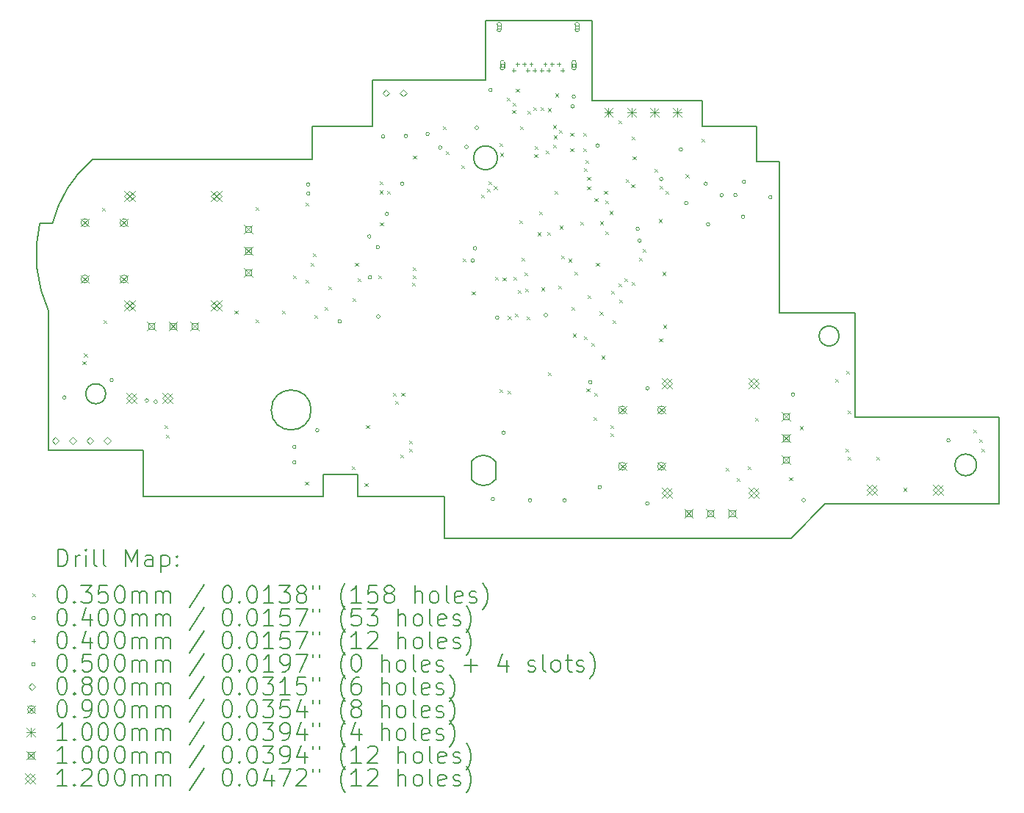
<source format=gbr>
%TF.GenerationSoftware,KiCad,Pcbnew,8.0.2*%
%TF.CreationDate,2024-09-01T00:55:13-07:00*%
%TF.ProjectId,progcc_3.2_main,70726f67-6363-45f3-932e-325f6d61696e,1*%
%TF.SameCoordinates,Original*%
%TF.FileFunction,Drillmap*%
%TF.FilePolarity,Positive*%
%FSLAX45Y45*%
G04 Gerber Fmt 4.5, Leading zero omitted, Abs format (unit mm)*
G04 Created by KiCad (PCBNEW 8.0.2) date 2024-09-01 00:55:13*
%MOMM*%
%LPD*%
G01*
G04 APERTURE LIST*
%ADD10C,0.200000*%
%ADD11C,0.100000*%
%ADD12C,0.120000*%
G04 APERTURE END LIST*
D10*
X16360622Y-10811436D02*
X16630622Y-10811436D01*
X17155623Y-14761436D02*
X16765622Y-15161436D01*
X12765623Y-15161436D02*
X12765623Y-14671436D01*
X13378123Y-10771436D02*
G75*
G02*
X13103123Y-10771436I-137500J0D01*
G01*
X13103123Y-10771436D02*
G75*
G02*
X13378123Y-10771436I137500J0D01*
G01*
X19155623Y-13761436D02*
X19155623Y-14761436D01*
X13075623Y-14270000D02*
G75*
G02*
X13355623Y-14270000I140000J-105000D01*
G01*
X16630622Y-12561436D02*
X17500623Y-12561436D01*
X16360622Y-10411436D02*
X16360622Y-10811436D01*
X13240623Y-9871436D02*
X13240623Y-9186436D01*
X11765623Y-14421436D02*
X11365623Y-14421436D01*
X9295623Y-14141436D02*
X8205623Y-14141436D01*
X17500623Y-12561436D02*
X17500623Y-13761436D01*
X12765623Y-14671436D02*
X11765623Y-14671436D01*
X8705623Y-10791436D02*
X11240623Y-10791436D01*
X18900000Y-14311000D02*
G75*
G02*
X18650000Y-14311000I-125000J0D01*
G01*
X18650000Y-14311000D02*
G75*
G02*
X18900000Y-14311000I125000J0D01*
G01*
X14470622Y-9186436D02*
X14470622Y-10111436D01*
X9295623Y-14671436D02*
X9295623Y-14141436D01*
X11940623Y-9871436D02*
X13240623Y-9871436D01*
X15740622Y-10111436D02*
X15740622Y-10411436D01*
X11365623Y-14671436D02*
X9295623Y-14671436D01*
X16765622Y-15161436D02*
X12765623Y-15161436D01*
X8101675Y-11525814D02*
X8249271Y-11525814D01*
X8205623Y-14141436D02*
X8205623Y-12541436D01*
X15740622Y-10411436D02*
X16360622Y-10411436D01*
X8862500Y-13491436D02*
G75*
G02*
X8632500Y-13491436I-115000J0D01*
G01*
X8632500Y-13491436D02*
G75*
G02*
X8862500Y-13491436I115000J0D01*
G01*
X11240623Y-10411436D02*
X11940623Y-10411436D01*
X11765623Y-14671436D02*
X11765623Y-14421436D01*
X11230000Y-13677500D02*
G75*
G02*
X10770000Y-13677500I-230000J0D01*
G01*
X10770000Y-13677500D02*
G75*
G02*
X11230000Y-13677500I230000J0D01*
G01*
X11240623Y-10791436D02*
X11240623Y-10411436D01*
X13240623Y-9186436D02*
X14470622Y-9186436D01*
X11365623Y-14421436D02*
X11365623Y-14671436D01*
X17500623Y-13761436D02*
X19155623Y-13761436D01*
X19155623Y-14761436D02*
X17155623Y-14761436D01*
X11940623Y-10411436D02*
X11940623Y-9871436D01*
X8205623Y-12541436D02*
G75*
G02*
X8101678Y-11525815I1434997J659996D01*
G01*
X8249271Y-11525814D02*
G75*
G02*
X8705623Y-10791436I1391351J-355621D01*
G01*
X17315000Y-12825000D02*
G75*
G02*
X17085000Y-12825000I-115000J0D01*
G01*
X17085000Y-12825000D02*
G75*
G02*
X17315000Y-12825000I115000J0D01*
G01*
X16630622Y-10811436D02*
X16630622Y-12561436D01*
X13355623Y-14480000D02*
G75*
G02*
X13075623Y-14480000I-140000J105000D01*
G01*
X14470622Y-10111436D02*
X15740622Y-10111436D01*
X13075623Y-14480000D02*
X13075623Y-14270000D01*
X13355623Y-14270000D02*
X13355623Y-14480000D01*
D11*
X8595500Y-13118500D02*
X8630500Y-13153500D01*
X8630500Y-13118500D02*
X8595500Y-13153500D01*
X8613420Y-13027500D02*
X8648420Y-13062500D01*
X8648420Y-13027500D02*
X8613420Y-13062500D01*
X8821700Y-11343920D02*
X8856700Y-11378920D01*
X8856700Y-11343920D02*
X8821700Y-11378920D01*
X8834400Y-12639320D02*
X8869400Y-12674320D01*
X8869400Y-12639320D02*
X8834400Y-12674320D01*
X9541500Y-13853500D02*
X9576500Y-13888500D01*
X9576500Y-13853500D02*
X9541500Y-13888500D01*
X9553500Y-13960500D02*
X9588500Y-13995500D01*
X9588500Y-13960500D02*
X9553500Y-13995500D01*
X10348240Y-12530100D02*
X10383240Y-12565100D01*
X10383240Y-12530100D02*
X10348240Y-12565100D01*
X10589540Y-11341380D02*
X10624540Y-11376380D01*
X10624540Y-11341380D02*
X10589540Y-11376380D01*
X10592080Y-12636780D02*
X10627080Y-12671780D01*
X10627080Y-12636780D02*
X10592080Y-12671780D01*
X10891800Y-12530100D02*
X10926800Y-12565100D01*
X10926800Y-12530100D02*
X10891800Y-12565100D01*
X11023880Y-12123700D02*
X11058880Y-12158700D01*
X11058880Y-12123700D02*
X11023880Y-12158700D01*
X11161040Y-14506220D02*
X11196040Y-14541220D01*
X11196040Y-14506220D02*
X11161040Y-14541220D01*
X11166120Y-11285500D02*
X11201120Y-11320500D01*
X11201120Y-11285500D02*
X11166120Y-11320500D01*
X11168660Y-12174500D02*
X11203660Y-12209500D01*
X11203660Y-12174500D02*
X11168660Y-12209500D01*
X11224540Y-11984000D02*
X11259540Y-12019000D01*
X11259540Y-11984000D02*
X11224540Y-12019000D01*
X11247400Y-11874780D02*
X11282400Y-11909780D01*
X11282400Y-11874780D02*
X11247400Y-11909780D01*
X11267720Y-12583440D02*
X11302720Y-12618440D01*
X11302720Y-12583440D02*
X11267720Y-12618440D01*
X11387998Y-12490221D02*
X11422998Y-12525221D01*
X11422998Y-12490221D02*
X11387998Y-12525221D01*
X11430280Y-12253240D02*
X11465280Y-12288240D01*
X11465280Y-12253240D02*
X11430280Y-12288240D01*
X11696980Y-14330960D02*
X11731980Y-14365960D01*
X11731980Y-14330960D02*
X11696980Y-14365960D01*
X11707140Y-12390400D02*
X11742140Y-12425400D01*
X11742140Y-12390400D02*
X11707140Y-12425400D01*
X11737620Y-11978920D02*
X11772620Y-12013920D01*
X11772620Y-11978920D02*
X11737620Y-12013920D01*
X11765560Y-12161800D02*
X11800560Y-12196800D01*
X11800560Y-12161800D02*
X11765560Y-12196800D01*
X11846840Y-14524000D02*
X11881840Y-14559000D01*
X11881840Y-14524000D02*
X11846840Y-14559000D01*
X11864620Y-13850900D02*
X11899620Y-13885900D01*
X11899620Y-13850900D02*
X11864620Y-13885900D01*
X12001780Y-12126240D02*
X12036780Y-12161240D01*
X12036780Y-12126240D02*
X12001780Y-12161240D01*
X12019560Y-11148340D02*
X12054560Y-11183340D01*
X12054560Y-11148340D02*
X12019560Y-11183340D01*
X12022100Y-11039120D02*
X12057100Y-11074120D01*
X12057100Y-11039120D02*
X12022100Y-11074120D01*
X12024640Y-11519180D02*
X12059640Y-11554180D01*
X12059640Y-11519180D02*
X12024640Y-11554180D01*
X12105920Y-11153420D02*
X12140920Y-11188420D01*
X12140920Y-11153420D02*
X12105920Y-11188420D01*
X12174500Y-13477520D02*
X12209500Y-13512520D01*
X12209500Y-13477520D02*
X12174500Y-13512520D01*
X12199900Y-13576580D02*
X12234900Y-13611580D01*
X12234900Y-13576580D02*
X12199900Y-13611580D01*
X12260860Y-14191260D02*
X12295860Y-14226260D01*
X12295860Y-14191260D02*
X12260860Y-14226260D01*
X12271020Y-13477520D02*
X12306020Y-13512520D01*
X12306020Y-13477520D02*
X12271020Y-13512520D01*
X12359920Y-14028700D02*
X12394920Y-14063700D01*
X12394920Y-14028700D02*
X12359920Y-14063700D01*
X12359920Y-14125220D02*
X12394920Y-14160220D01*
X12394920Y-14125220D02*
X12359920Y-14160220D01*
X12390500Y-12213500D02*
X12425500Y-12248500D01*
X12425500Y-12213500D02*
X12390500Y-12248500D01*
X12402930Y-12126070D02*
X12437930Y-12161070D01*
X12437930Y-12126070D02*
X12402930Y-12161070D01*
X12404420Y-12033580D02*
X12439420Y-12068580D01*
X12439420Y-12033580D02*
X12404420Y-12068580D01*
X12405640Y-10742450D02*
X12440640Y-10777450D01*
X12440640Y-10742450D02*
X12405640Y-10777450D01*
X12746647Y-10409847D02*
X12781647Y-10444847D01*
X12781647Y-10409847D02*
X12746647Y-10444847D01*
X12784100Y-10691650D02*
X12819100Y-10726650D01*
X12819100Y-10691650D02*
X12784100Y-10726650D01*
X12961900Y-10858780D02*
X12996900Y-10893780D01*
X12996900Y-10858780D02*
X12961900Y-10893780D01*
X12979680Y-11930660D02*
X13014680Y-11965660D01*
X13014680Y-11930660D02*
X12979680Y-11965660D01*
X13083820Y-12314200D02*
X13118820Y-12349200D01*
X13118820Y-12314200D02*
X13083820Y-12349200D01*
X13191453Y-11191347D02*
X13226453Y-11226347D01*
X13226453Y-11191347D02*
X13191453Y-11226347D01*
X13254817Y-11129743D02*
X13289817Y-11164743D01*
X13289817Y-11129743D02*
X13254817Y-11164743D01*
X13271780Y-11041660D02*
X13306780Y-11076660D01*
X13306780Y-11041660D02*
X13271780Y-11076660D01*
X13337820Y-11097540D02*
X13372820Y-11132540D01*
X13372820Y-11097540D02*
X13337820Y-11132540D01*
X13353060Y-12146560D02*
X13388060Y-12181560D01*
X13388060Y-12146560D02*
X13353060Y-12181560D01*
X13401320Y-13436880D02*
X13436320Y-13471880D01*
X13436320Y-13436880D02*
X13401320Y-13471880D01*
X13403860Y-10604780D02*
X13438860Y-10639780D01*
X13438860Y-10604780D02*
X13403860Y-10639780D01*
X13410210Y-10716409D02*
X13445210Y-10751409D01*
X13445210Y-10716409D02*
X13410210Y-10751409D01*
X13439420Y-12149100D02*
X13474420Y-12184100D01*
X13474420Y-12149100D02*
X13439420Y-12184100D01*
X13485140Y-10079000D02*
X13520140Y-10114000D01*
X13520140Y-10079000D02*
X13485140Y-10114000D01*
X13495300Y-13454660D02*
X13530300Y-13489660D01*
X13530300Y-13454660D02*
X13495300Y-13489660D01*
X13497840Y-12596140D02*
X13532840Y-12631140D01*
X13532840Y-12596140D02*
X13497840Y-12631140D01*
X13548640Y-10221240D02*
X13583640Y-10256240D01*
X13583640Y-10221240D02*
X13548640Y-10256240D01*
X13551180Y-10134880D02*
X13586180Y-10169880D01*
X13586180Y-10134880D02*
X13551180Y-10169880D01*
X13563880Y-12146560D02*
X13598880Y-12181560D01*
X13598880Y-12146560D02*
X13563880Y-12181560D01*
X13581660Y-12568200D02*
X13616660Y-12603200D01*
X13616660Y-12568200D02*
X13581660Y-12603200D01*
X13591820Y-9974860D02*
X13626820Y-10009860D01*
X13626820Y-9974860D02*
X13591820Y-10009860D01*
X13612140Y-12296420D02*
X13647140Y-12331420D01*
X13647140Y-12296420D02*
X13612140Y-12331420D01*
X13627380Y-11493780D02*
X13662380Y-11528780D01*
X13662380Y-11493780D02*
X13627380Y-11528780D01*
X13638027Y-10404022D02*
X13673027Y-10439022D01*
X13673027Y-10404022D02*
X13638027Y-10439022D01*
X13657860Y-11925580D02*
X13692860Y-11960580D01*
X13692860Y-11925580D02*
X13657860Y-11960580D01*
X13689736Y-12095659D02*
X13724736Y-12130659D01*
X13724736Y-12095659D02*
X13689736Y-12130659D01*
X13698500Y-12281180D02*
X13733500Y-12316180D01*
X13733500Y-12281180D02*
X13698500Y-12316180D01*
X13716280Y-12598680D02*
X13751280Y-12633680D01*
X13751280Y-12598680D02*
X13716280Y-12633680D01*
X13719224Y-10228803D02*
X13754224Y-10263803D01*
X13754224Y-10228803D02*
X13719224Y-10263803D01*
X13793019Y-10186450D02*
X13828019Y-10221450D01*
X13828019Y-10186450D02*
X13793019Y-10221450D01*
X13803369Y-10727702D02*
X13838369Y-10762702D01*
X13838369Y-10727702D02*
X13803369Y-10762702D01*
X13803940Y-10635161D02*
X13838940Y-10670161D01*
X13838940Y-10635161D02*
X13803940Y-10670161D01*
X13844550Y-11630809D02*
X13879550Y-11665809D01*
X13879550Y-11630809D02*
X13844550Y-11665809D01*
X13861060Y-11392180D02*
X13896060Y-11427180D01*
X13896060Y-11392180D02*
X13861060Y-11427180D01*
X13878205Y-10189316D02*
X13913205Y-10224316D01*
X13913205Y-10189316D02*
X13878205Y-10224316D01*
X13881380Y-12265940D02*
X13916380Y-12300940D01*
X13916380Y-12265940D02*
X13881380Y-12300940D01*
X13932293Y-10685600D02*
X13967293Y-10720600D01*
X13967293Y-10685600D02*
X13932293Y-10720600D01*
X13948690Y-11625729D02*
X13983690Y-11660729D01*
X13983690Y-11625729D02*
X13948690Y-11660729D01*
X13957580Y-13246380D02*
X13992580Y-13281380D01*
X13992580Y-13246380D02*
X13957580Y-13281380D01*
X13962776Y-10200502D02*
X13997776Y-10235502D01*
X13997776Y-10200502D02*
X13962776Y-10235502D01*
X14016078Y-10394992D02*
X14051078Y-10429992D01*
X14051078Y-10394992D02*
X14016078Y-10429992D01*
X14020500Y-10621500D02*
X14055500Y-10656500D01*
X14055500Y-10621500D02*
X14020500Y-10656500D01*
X14029583Y-10513647D02*
X14064583Y-10548647D01*
X14064583Y-10513647D02*
X14029583Y-10548647D01*
X14037753Y-11150548D02*
X14072753Y-11185548D01*
X14072753Y-11150548D02*
X14037753Y-11185548D01*
X14041400Y-10030740D02*
X14076400Y-10065740D01*
X14076400Y-10030740D02*
X14041400Y-10065740D01*
X14075193Y-12241313D02*
X14110193Y-12276313D01*
X14110193Y-12241313D02*
X14075193Y-12276313D01*
X14088345Y-10451876D02*
X14123345Y-10486876D01*
X14123345Y-10451876D02*
X14088345Y-10486876D01*
X14094740Y-11554740D02*
X14129740Y-11589740D01*
X14129740Y-11554740D02*
X14094740Y-11589740D01*
X14115060Y-11897640D02*
X14150060Y-11932640D01*
X14150060Y-11897640D02*
X14115060Y-11932640D01*
X14193800Y-11935740D02*
X14228800Y-11970740D01*
X14228800Y-11935740D02*
X14193800Y-11970740D01*
X14217500Y-10481250D02*
X14252500Y-10516250D01*
X14252500Y-10481250D02*
X14217500Y-10516250D01*
X14217500Y-10663885D02*
X14252500Y-10698885D01*
X14252500Y-10663885D02*
X14217500Y-10698885D01*
X14231900Y-12492000D02*
X14266900Y-12527000D01*
X14266900Y-12492000D02*
X14231900Y-12527000D01*
X14249680Y-12799340D02*
X14284680Y-12834340D01*
X14284680Y-12799340D02*
X14249680Y-12834340D01*
X14264920Y-12086313D02*
X14299920Y-12121313D01*
X14299920Y-12086313D02*
X14264920Y-12121313D01*
X14334507Y-11510306D02*
X14369507Y-11545306D01*
X14369507Y-11510306D02*
X14334507Y-11545306D01*
X14369500Y-10481250D02*
X14404500Y-10516250D01*
X14404500Y-10481250D02*
X14369500Y-10516250D01*
X14369500Y-10663750D02*
X14404500Y-10698750D01*
X14404500Y-10663750D02*
X14369500Y-10698750D01*
X14371600Y-10886720D02*
X14406600Y-10921720D01*
X14406600Y-10886720D02*
X14371600Y-10921720D01*
X14371600Y-12827280D02*
X14406600Y-12862280D01*
X14406600Y-12827280D02*
X14371600Y-12862280D01*
X14393500Y-10799500D02*
X14428500Y-10834500D01*
X14428500Y-10799500D02*
X14393500Y-10834500D01*
X14404620Y-13429260D02*
X14439620Y-13464260D01*
X14439620Y-13429260D02*
X14404620Y-13464260D01*
X14412240Y-10993400D02*
X14447240Y-11028400D01*
X14447240Y-10993400D02*
X14412240Y-11028400D01*
X14412240Y-11102620D02*
X14447240Y-11137620D01*
X14447240Y-11102620D02*
X14412240Y-11137620D01*
X14419860Y-12352300D02*
X14454860Y-12387300D01*
X14454860Y-12352300D02*
X14419860Y-12387300D01*
X14457960Y-12906020D02*
X14492960Y-12941020D01*
X14492960Y-12906020D02*
X14457960Y-12941020D01*
X14483360Y-13759460D02*
X14518360Y-13794460D01*
X14518360Y-13759460D02*
X14483360Y-13794460D01*
X14493520Y-13480060D02*
X14528520Y-13515060D01*
X14528520Y-13480060D02*
X14493520Y-13515060D01*
X14496981Y-11235822D02*
X14531981Y-11270822D01*
X14531981Y-11235822D02*
X14496981Y-11270822D01*
X14513840Y-11978920D02*
X14548840Y-12013920D01*
X14548840Y-11978920D02*
X14513840Y-12013920D01*
X14557020Y-12545340D02*
X14592020Y-12580340D01*
X14592020Y-12545340D02*
X14557020Y-12580340D01*
X14563351Y-11503363D02*
X14598351Y-11538363D01*
X14598351Y-11503363D02*
X14563351Y-11538363D01*
X14577340Y-13053340D02*
X14612340Y-13088340D01*
X14612340Y-13053340D02*
X14577340Y-13088340D01*
X14607820Y-11153420D02*
X14642820Y-11188420D01*
X14642820Y-11153420D02*
X14607820Y-11188420D01*
X14619140Y-11261415D02*
X14654140Y-11296415D01*
X14654140Y-11261415D02*
X14619140Y-11296415D01*
X14620500Y-11620500D02*
X14655500Y-11655500D01*
X14655500Y-11620500D02*
X14620500Y-11655500D01*
X14673755Y-11384738D02*
X14708755Y-11419738D01*
X14708755Y-11384738D02*
X14673755Y-11419738D01*
X14681480Y-13853440D02*
X14716480Y-13888440D01*
X14716480Y-13853440D02*
X14681480Y-13888440D01*
X14681480Y-13944880D02*
X14716480Y-13979880D01*
X14716480Y-13944880D02*
X14681480Y-13979880D01*
X14686560Y-12306580D02*
X14721560Y-12341580D01*
X14721560Y-12306580D02*
X14686560Y-12341580D01*
X14701800Y-12641860D02*
X14736800Y-12676860D01*
X14736800Y-12641860D02*
X14701800Y-12676860D01*
X14775460Y-10343160D02*
X14810460Y-10378160D01*
X14810460Y-10343160D02*
X14775460Y-10378160D01*
X14775460Y-12220220D02*
X14810460Y-12255220D01*
X14810460Y-12220220D02*
X14775460Y-12255220D01*
X14778000Y-12403100D02*
X14813000Y-12438100D01*
X14813000Y-12403100D02*
X14778000Y-12438100D01*
X14841500Y-12161800D02*
X14876500Y-12196800D01*
X14876500Y-12161800D02*
X14841500Y-12196800D01*
X14859280Y-11019440D02*
X14894280Y-11054440D01*
X14894280Y-11019440D02*
X14859280Y-11054440D01*
X14920240Y-11079760D02*
X14955240Y-11114760D01*
X14955240Y-11079760D02*
X14920240Y-11114760D01*
X14921255Y-12201870D02*
X14956255Y-12236870D01*
X14956255Y-12201870D02*
X14921255Y-12236870D01*
X14922780Y-10526040D02*
X14957780Y-10561040D01*
X14957780Y-10526040D02*
X14922780Y-10561040D01*
X14938020Y-10752100D02*
X14973020Y-10787100D01*
X14973020Y-10752100D02*
X14938020Y-10787100D01*
X15009140Y-11923040D02*
X15044140Y-11958040D01*
X15044140Y-11923040D02*
X15009140Y-11958040D01*
X15054860Y-11821440D02*
X15089860Y-11856440D01*
X15089860Y-11821440D02*
X15054860Y-11856440D01*
X15185239Y-10899148D02*
X15220239Y-10934148D01*
X15220239Y-10899148D02*
X15185239Y-10934148D01*
X15235200Y-11478540D02*
X15270200Y-11513540D01*
X15270200Y-11478540D02*
X15235200Y-11513540D01*
X15242820Y-12855220D02*
X15277820Y-12890220D01*
X15277820Y-12855220D02*
X15242820Y-12890220D01*
X15244320Y-11090686D02*
X15279320Y-11125686D01*
X15279320Y-11090686D02*
X15244320Y-11125686D01*
X15280920Y-12088140D02*
X15315920Y-12123140D01*
X15315920Y-12088140D02*
X15280920Y-12123140D01*
X15288540Y-12697740D02*
X15323540Y-12732740D01*
X15323540Y-12697740D02*
X15288540Y-12732740D01*
X15317500Y-11150000D02*
X15352500Y-11185000D01*
X15352500Y-11150000D02*
X15317500Y-11185000D01*
X15547500Y-10962500D02*
X15582500Y-10997500D01*
X15582500Y-10962500D02*
X15547500Y-10997500D01*
X15725500Y-10548500D02*
X15760500Y-10583500D01*
X15760500Y-10548500D02*
X15725500Y-10583500D01*
X16007360Y-14341120D02*
X16042360Y-14376120D01*
X16042360Y-14341120D02*
X16007360Y-14376120D01*
X16136900Y-14465580D02*
X16171900Y-14500580D01*
X16171900Y-14465580D02*
X16136900Y-14500580D01*
X16261360Y-14330960D02*
X16296360Y-14365960D01*
X16296360Y-14330960D02*
X16261360Y-14365960D01*
X16345180Y-13767080D02*
X16380180Y-13802080D01*
X16380180Y-13767080D02*
X16345180Y-13802080D01*
X16741420Y-14452880D02*
X16776420Y-14487880D01*
X16776420Y-14452880D02*
X16741420Y-14487880D01*
X16865880Y-13866140D02*
X16900880Y-13901140D01*
X16900880Y-13866140D02*
X16865880Y-13901140D01*
X17267200Y-13320040D02*
X17302200Y-13355040D01*
X17302200Y-13320040D02*
X17267200Y-13355040D01*
X17386580Y-14125220D02*
X17421580Y-14160220D01*
X17421580Y-14125220D02*
X17386580Y-14160220D01*
X17396740Y-13228600D02*
X17431740Y-13263600D01*
X17431740Y-13228600D02*
X17396740Y-13263600D01*
X17414520Y-13685800D02*
X17449520Y-13720800D01*
X17449520Y-13685800D02*
X17414520Y-13720800D01*
X17417060Y-14216660D02*
X17452060Y-14251660D01*
X17452060Y-14216660D02*
X17417060Y-14251660D01*
X17742180Y-14216660D02*
X17777180Y-14251660D01*
X17777180Y-14216660D02*
X17742180Y-14251660D01*
X18057140Y-14577340D02*
X18092140Y-14612340D01*
X18092140Y-14577340D02*
X18057140Y-14612340D01*
X18862320Y-13901700D02*
X18897320Y-13936700D01*
X18897320Y-13901700D02*
X18862320Y-13936700D01*
X18930900Y-14013460D02*
X18965900Y-14048460D01*
X18965900Y-14013460D02*
X18930900Y-14048460D01*
X18956300Y-14122680D02*
X18991300Y-14157680D01*
X18991300Y-14122680D02*
X18956300Y-14157680D01*
X8407080Y-13533120D02*
G75*
G02*
X8367080Y-13533120I-20000J0D01*
G01*
X8367080Y-13533120D02*
G75*
G02*
X8407080Y-13533120I20000J0D01*
G01*
X8951000Y-13333000D02*
G75*
G02*
X8911000Y-13333000I-20000J0D01*
G01*
X8911000Y-13333000D02*
G75*
G02*
X8951000Y-13333000I20000J0D01*
G01*
X9356000Y-13568000D02*
G75*
G02*
X9316000Y-13568000I-20000J0D01*
G01*
X9316000Y-13568000D02*
G75*
G02*
X9356000Y-13568000I20000J0D01*
G01*
X9458000Y-13584000D02*
G75*
G02*
X9418000Y-13584000I-20000J0D01*
G01*
X9418000Y-13584000D02*
G75*
G02*
X9458000Y-13584000I20000J0D01*
G01*
X11056300Y-14104620D02*
G75*
G02*
X11016300Y-14104620I-20000J0D01*
G01*
X11016300Y-14104620D02*
G75*
G02*
X11056300Y-14104620I20000J0D01*
G01*
X11056300Y-14282420D02*
G75*
G02*
X11016300Y-14282420I-20000J0D01*
G01*
X11016300Y-14282420D02*
G75*
G02*
X11056300Y-14282420I20000J0D01*
G01*
X11216320Y-11077780D02*
G75*
G02*
X11176320Y-11077780I-20000J0D01*
G01*
X11176320Y-11077780D02*
G75*
G02*
X11216320Y-11077780I20000J0D01*
G01*
X11216320Y-11182780D02*
G75*
G02*
X11176320Y-11182780I-20000J0D01*
G01*
X11176320Y-11182780D02*
G75*
G02*
X11216320Y-11182780I20000J0D01*
G01*
X11320460Y-13911580D02*
G75*
G02*
X11280460Y-13911580I-20000J0D01*
G01*
X11280460Y-13911580D02*
G75*
G02*
X11320460Y-13911580I20000J0D01*
G01*
X11579540Y-12656820D02*
G75*
G02*
X11539540Y-12656820I-20000J0D01*
G01*
X11539540Y-12656820D02*
G75*
G02*
X11579540Y-12656820I20000J0D01*
G01*
X11920670Y-11677410D02*
G75*
G02*
X11880670Y-11677410I-20000J0D01*
G01*
X11880670Y-11677410D02*
G75*
G02*
X11920670Y-11677410I20000J0D01*
G01*
X11927520Y-12148820D02*
G75*
G02*
X11887520Y-12148820I-20000J0D01*
G01*
X11887520Y-12148820D02*
G75*
G02*
X11927520Y-12148820I20000J0D01*
G01*
X12018392Y-11802239D02*
G75*
G02*
X11978392Y-11802239I-20000J0D01*
G01*
X11978392Y-11802239D02*
G75*
G02*
X12018392Y-11802239I20000J0D01*
G01*
X12024000Y-12600000D02*
G75*
G02*
X11984000Y-12600000I-20000J0D01*
G01*
X11984000Y-12600000D02*
G75*
G02*
X12024000Y-12600000I20000J0D01*
G01*
X12079920Y-10525760D02*
G75*
G02*
X12039920Y-10525760I-20000J0D01*
G01*
X12039920Y-10525760D02*
G75*
G02*
X12079920Y-10525760I20000J0D01*
G01*
X12123100Y-11417300D02*
G75*
G02*
X12083100Y-11417300I-20000J0D01*
G01*
X12083100Y-11417300D02*
G75*
G02*
X12123100Y-11417300I20000J0D01*
G01*
X12298360Y-11069320D02*
G75*
G02*
X12258360Y-11069320I-20000J0D01*
G01*
X12258360Y-11069320D02*
G75*
G02*
X12298360Y-11069320I20000J0D01*
G01*
X12341540Y-10520680D02*
G75*
G02*
X12301540Y-10520680I-20000J0D01*
G01*
X12301540Y-10520680D02*
G75*
G02*
X12341540Y-10520680I20000J0D01*
G01*
X12592272Y-10495609D02*
G75*
G02*
X12552272Y-10495609I-20000J0D01*
G01*
X12552272Y-10495609D02*
G75*
G02*
X12592272Y-10495609I20000J0D01*
G01*
X12737724Y-10652945D02*
G75*
G02*
X12697724Y-10652945I-20000J0D01*
G01*
X12697724Y-10652945D02*
G75*
G02*
X12737724Y-10652945I20000J0D01*
G01*
X13039984Y-10644452D02*
G75*
G02*
X12999984Y-10644452I-20000J0D01*
G01*
X12999984Y-10644452D02*
G75*
G02*
X13039984Y-10644452I20000J0D01*
G01*
X13111160Y-11955780D02*
G75*
G02*
X13071160Y-11955780I-20000J0D01*
G01*
X13071160Y-11955780D02*
G75*
G02*
X13111160Y-11955780I20000J0D01*
G01*
X13139100Y-11813540D02*
G75*
G02*
X13099100Y-11813540I-20000J0D01*
G01*
X13099100Y-11813540D02*
G75*
G02*
X13139100Y-11813540I20000J0D01*
G01*
X13159420Y-10424160D02*
G75*
G02*
X13119420Y-10424160I-20000J0D01*
G01*
X13119420Y-10424160D02*
G75*
G02*
X13159420Y-10424160I20000J0D01*
G01*
X13316900Y-9987280D02*
G75*
G02*
X13276900Y-9987280I-20000J0D01*
G01*
X13276900Y-9987280D02*
G75*
G02*
X13316900Y-9987280I20000J0D01*
G01*
X13344000Y-14707000D02*
G75*
G02*
X13304000Y-14707000I-20000J0D01*
G01*
X13304000Y-14707000D02*
G75*
G02*
X13344000Y-14707000I20000J0D01*
G01*
X13393100Y-12613640D02*
G75*
G02*
X13353100Y-12613640I-20000J0D01*
G01*
X13353100Y-12613640D02*
G75*
G02*
X13393100Y-12613640I20000J0D01*
G01*
X13469300Y-13939520D02*
G75*
G02*
X13429300Y-13939520I-20000J0D01*
G01*
X13429300Y-13939520D02*
G75*
G02*
X13469300Y-13939520I20000J0D01*
G01*
X13774000Y-14719000D02*
G75*
G02*
X13734000Y-14719000I-20000J0D01*
G01*
X13734000Y-14719000D02*
G75*
G02*
X13774000Y-14719000I20000J0D01*
G01*
X13954440Y-12583160D02*
G75*
G02*
X13914440Y-12583160I-20000J0D01*
G01*
X13914440Y-12583160D02*
G75*
G02*
X13954440Y-12583160I20000J0D01*
G01*
X14171000Y-14719000D02*
G75*
G02*
X14131000Y-14719000I-20000J0D01*
G01*
X14131000Y-14719000D02*
G75*
G02*
X14171000Y-14719000I20000J0D01*
G01*
X14264071Y-10177059D02*
G75*
G02*
X14224071Y-10177059I-20000J0D01*
G01*
X14224071Y-10177059D02*
G75*
G02*
X14264071Y-10177059I20000J0D01*
G01*
X14277020Y-10066020D02*
G75*
G02*
X14237020Y-10066020I-20000J0D01*
G01*
X14237020Y-10066020D02*
G75*
G02*
X14277020Y-10066020I20000J0D01*
G01*
X14467520Y-13357860D02*
G75*
G02*
X14427520Y-13357860I-20000J0D01*
G01*
X14427520Y-13357860D02*
G75*
G02*
X14467520Y-13357860I20000J0D01*
G01*
X14552615Y-10630374D02*
G75*
G02*
X14512615Y-10630374I-20000J0D01*
G01*
X14512615Y-10630374D02*
G75*
G02*
X14552615Y-10630374I20000J0D01*
G01*
X14577000Y-14569000D02*
G75*
G02*
X14537000Y-14569000I-20000J0D01*
G01*
X14537000Y-14569000D02*
G75*
G02*
X14577000Y-14569000I20000J0D01*
G01*
X15013620Y-11590020D02*
G75*
G02*
X14973620Y-11590020I-20000J0D01*
G01*
X14973620Y-11590020D02*
G75*
G02*
X15013620Y-11590020I20000J0D01*
G01*
X15036480Y-11727180D02*
G75*
G02*
X14996480Y-11727180I-20000J0D01*
G01*
X14996480Y-11727180D02*
G75*
G02*
X15036480Y-11727180I20000J0D01*
G01*
X15125380Y-13428980D02*
G75*
G02*
X15085380Y-13428980I-20000J0D01*
G01*
X15085380Y-13428980D02*
G75*
G02*
X15125380Y-13428980I20000J0D01*
G01*
X15125380Y-14754860D02*
G75*
G02*
X15085380Y-14754860I-20000J0D01*
G01*
X15085380Y-14754860D02*
G75*
G02*
X15125380Y-14754860I20000J0D01*
G01*
X15285720Y-11016300D02*
G75*
G02*
X15245720Y-11016300I-20000J0D01*
G01*
X15245720Y-11016300D02*
G75*
G02*
X15285720Y-11016300I20000J0D01*
G01*
X15511000Y-10675000D02*
G75*
G02*
X15471000Y-10675000I-20000J0D01*
G01*
X15471000Y-10675000D02*
G75*
G02*
X15511000Y-10675000I20000J0D01*
G01*
X15572894Y-11293235D02*
G75*
G02*
X15532894Y-11293235I-20000J0D01*
G01*
X15532894Y-11293235D02*
G75*
G02*
X15572894Y-11293235I20000J0D01*
G01*
X15798203Y-11069043D02*
G75*
G02*
X15758203Y-11069043I-20000J0D01*
G01*
X15758203Y-11069043D02*
G75*
G02*
X15798203Y-11069043I20000J0D01*
G01*
X15825574Y-11536680D02*
G75*
G02*
X15785574Y-11536680I-20000J0D01*
G01*
X15785574Y-11536680D02*
G75*
G02*
X15825574Y-11536680I20000J0D01*
G01*
X15980710Y-11201515D02*
G75*
G02*
X15940710Y-11201515I-20000J0D01*
G01*
X15940710Y-11201515D02*
G75*
G02*
X15980710Y-11201515I20000J0D01*
G01*
X16139927Y-11200979D02*
G75*
G02*
X16099927Y-11200979I-20000J0D01*
G01*
X16099927Y-11200979D02*
G75*
G02*
X16139927Y-11200979I20000J0D01*
G01*
X16228000Y-11451000D02*
G75*
G02*
X16188000Y-11451000I-20000J0D01*
G01*
X16188000Y-11451000D02*
G75*
G02*
X16228000Y-11451000I20000J0D01*
G01*
X16237590Y-11047859D02*
G75*
G02*
X16197590Y-11047859I-20000J0D01*
G01*
X16197590Y-11047859D02*
G75*
G02*
X16237590Y-11047859I20000J0D01*
G01*
X16542700Y-11224260D02*
G75*
G02*
X16502700Y-11224260I-20000J0D01*
G01*
X16502700Y-11224260D02*
G75*
G02*
X16542700Y-11224260I20000J0D01*
G01*
X16804320Y-13500100D02*
G75*
G02*
X16764320Y-13500100I-20000J0D01*
G01*
X16764320Y-13500100D02*
G75*
G02*
X16804320Y-13500100I20000J0D01*
G01*
X16926240Y-14716760D02*
G75*
G02*
X16886240Y-14716760I-20000J0D01*
G01*
X16886240Y-14716760D02*
G75*
G02*
X16926240Y-14716760I20000J0D01*
G01*
X18595020Y-14028420D02*
G75*
G02*
X18555020Y-14028420I-20000J0D01*
G01*
X18555020Y-14028420D02*
G75*
G02*
X18595020Y-14028420I20000J0D01*
G01*
X13566000Y-9742500D02*
X13566000Y-9782500D01*
X13546000Y-9762500D02*
X13586000Y-9762500D01*
X13606000Y-9672500D02*
X13606000Y-9712500D01*
X13586000Y-9692500D02*
X13626000Y-9692500D01*
X13686000Y-9672500D02*
X13686000Y-9712500D01*
X13666000Y-9692500D02*
X13706000Y-9692500D01*
X13726000Y-9742500D02*
X13726000Y-9782500D01*
X13706000Y-9762500D02*
X13746000Y-9762500D01*
X13766000Y-9672500D02*
X13766000Y-9712500D01*
X13746000Y-9692500D02*
X13786000Y-9692500D01*
X13806000Y-9742500D02*
X13806000Y-9782500D01*
X13786000Y-9762500D02*
X13826000Y-9762500D01*
X13886000Y-9742500D02*
X13886000Y-9782500D01*
X13866000Y-9762500D02*
X13906000Y-9762500D01*
X13926000Y-9672500D02*
X13926000Y-9712500D01*
X13906000Y-9692500D02*
X13946000Y-9692500D01*
X13966000Y-9742500D02*
X13966000Y-9782500D01*
X13946000Y-9762500D02*
X13986000Y-9762500D01*
X14006000Y-9672500D02*
X14006000Y-9712500D01*
X13986000Y-9692500D02*
X14026000Y-9692500D01*
X14086000Y-9672500D02*
X14086000Y-9712500D01*
X14066000Y-9692500D02*
X14106000Y-9692500D01*
X14126000Y-9742500D02*
X14126000Y-9782500D01*
X14106000Y-9762500D02*
X14146000Y-9762500D01*
X13414678Y-9281178D02*
X13414678Y-9245822D01*
X13379322Y-9245822D01*
X13379322Y-9281178D01*
X13414678Y-9281178D01*
X13422000Y-9293500D02*
X13422000Y-9233500D01*
X13372000Y-9233500D02*
G75*
G02*
X13422000Y-9233500I25000J0D01*
G01*
X13372000Y-9233500D02*
X13372000Y-9293500D01*
X13372000Y-9293500D02*
G75*
G03*
X13422000Y-9293500I25000J0D01*
G01*
X13450678Y-9720178D02*
X13450678Y-9684822D01*
X13415322Y-9684822D01*
X13415322Y-9720178D01*
X13450678Y-9720178D01*
X13458000Y-9732500D02*
X13458000Y-9672500D01*
X13408000Y-9672500D02*
G75*
G02*
X13458000Y-9672500I25000J0D01*
G01*
X13408000Y-9672500D02*
X13408000Y-9732500D01*
X13408000Y-9732500D02*
G75*
G03*
X13458000Y-9732500I25000J0D01*
G01*
X14276678Y-9720178D02*
X14276678Y-9684822D01*
X14241322Y-9684822D01*
X14241322Y-9720178D01*
X14276678Y-9720178D01*
X14284000Y-9732500D02*
X14284000Y-9672500D01*
X14234000Y-9672500D02*
G75*
G02*
X14284000Y-9672500I25000J0D01*
G01*
X14234000Y-9672500D02*
X14234000Y-9732500D01*
X14234000Y-9732500D02*
G75*
G03*
X14284000Y-9732500I25000J0D01*
G01*
X14312678Y-9281178D02*
X14312678Y-9245822D01*
X14277322Y-9245822D01*
X14277322Y-9281178D01*
X14312678Y-9281178D01*
X14320000Y-9293500D02*
X14320000Y-9233500D01*
X14270000Y-9233500D02*
G75*
G02*
X14320000Y-9233500I25000J0D01*
G01*
X14270000Y-9233500D02*
X14270000Y-9293500D01*
X14270000Y-9293500D02*
G75*
G03*
X14320000Y-9293500I25000J0D01*
G01*
X8281000Y-14071000D02*
X8321000Y-14031000D01*
X8281000Y-13991000D01*
X8241000Y-14031000D01*
X8281000Y-14071000D01*
X8481000Y-14071000D02*
X8521000Y-14031000D01*
X8481000Y-13991000D01*
X8441000Y-14031000D01*
X8481000Y-14071000D01*
X8681000Y-14071000D02*
X8721000Y-14031000D01*
X8681000Y-13991000D01*
X8641000Y-14031000D01*
X8681000Y-14071000D01*
X8881000Y-14071000D02*
X8921000Y-14031000D01*
X8881000Y-13991000D01*
X8841000Y-14031000D01*
X8881000Y-14071000D01*
X12092000Y-10062840D02*
X12132000Y-10022840D01*
X12092000Y-9982840D01*
X12052000Y-10022840D01*
X12092000Y-10062840D01*
X12292000Y-10062840D02*
X12332000Y-10022840D01*
X12292000Y-9982840D01*
X12252000Y-10022840D01*
X12292000Y-10062840D01*
X8577700Y-11473260D02*
X8667700Y-11563260D01*
X8667700Y-11473260D02*
X8577700Y-11563260D01*
X8667700Y-11518260D02*
G75*
G02*
X8577700Y-11518260I-45000J0D01*
G01*
X8577700Y-11518260D02*
G75*
G02*
X8667700Y-11518260I45000J0D01*
G01*
X8577700Y-12123260D02*
X8667700Y-12213260D01*
X8667700Y-12123260D02*
X8577700Y-12213260D01*
X8667700Y-12168260D02*
G75*
G02*
X8577700Y-12168260I-45000J0D01*
G01*
X8577700Y-12168260D02*
G75*
G02*
X8667700Y-12168260I45000J0D01*
G01*
X9027700Y-11473260D02*
X9117700Y-11563260D01*
X9117700Y-11473260D02*
X9027700Y-11563260D01*
X9117700Y-11518260D02*
G75*
G02*
X9027700Y-11518260I-45000J0D01*
G01*
X9027700Y-11518260D02*
G75*
G02*
X9117700Y-11518260I45000J0D01*
G01*
X9027700Y-12123260D02*
X9117700Y-12213260D01*
X9117700Y-12123260D02*
X9027700Y-12213260D01*
X9117700Y-12168260D02*
G75*
G02*
X9027700Y-12168260I-45000J0D01*
G01*
X9027700Y-12168260D02*
G75*
G02*
X9117700Y-12168260I45000J0D01*
G01*
X14772020Y-13632200D02*
X14862020Y-13722200D01*
X14862020Y-13632200D02*
X14772020Y-13722200D01*
X14862020Y-13677200D02*
G75*
G02*
X14772020Y-13677200I-45000J0D01*
G01*
X14772020Y-13677200D02*
G75*
G02*
X14862020Y-13677200I45000J0D01*
G01*
X14772020Y-14282200D02*
X14862020Y-14372200D01*
X14862020Y-14282200D02*
X14772020Y-14372200D01*
X14862020Y-14327200D02*
G75*
G02*
X14772020Y-14327200I-45000J0D01*
G01*
X14772020Y-14327200D02*
G75*
G02*
X14862020Y-14327200I45000J0D01*
G01*
X15222020Y-13632200D02*
X15312020Y-13722200D01*
X15312020Y-13632200D02*
X15222020Y-13722200D01*
X15312020Y-13677200D02*
G75*
G02*
X15222020Y-13677200I-45000J0D01*
G01*
X15222020Y-13677200D02*
G75*
G02*
X15312020Y-13677200I45000J0D01*
G01*
X15222020Y-14282200D02*
X15312020Y-14372200D01*
X15312020Y-14282200D02*
X15222020Y-14372200D01*
X15312020Y-14327200D02*
G75*
G02*
X15222020Y-14327200I-45000J0D01*
G01*
X15222020Y-14327200D02*
G75*
G02*
X15312020Y-14327200I45000J0D01*
G01*
X14608340Y-10196360D02*
X14708340Y-10296360D01*
X14708340Y-10196360D02*
X14608340Y-10296360D01*
X14658340Y-10196360D02*
X14658340Y-10296360D01*
X14608340Y-10246360D02*
X14708340Y-10246360D01*
X14873340Y-10196360D02*
X14973340Y-10296360D01*
X14973340Y-10196360D02*
X14873340Y-10296360D01*
X14923340Y-10196360D02*
X14923340Y-10296360D01*
X14873340Y-10246360D02*
X14973340Y-10246360D01*
X15138340Y-10196360D02*
X15238340Y-10296360D01*
X15238340Y-10196360D02*
X15138340Y-10296360D01*
X15188340Y-10196360D02*
X15188340Y-10296360D01*
X15138340Y-10246360D02*
X15238340Y-10246360D01*
X15403340Y-10196360D02*
X15503340Y-10296360D01*
X15503340Y-10196360D02*
X15403340Y-10296360D01*
X15453340Y-10196360D02*
X15453340Y-10296360D01*
X15403340Y-10246360D02*
X15503340Y-10246360D01*
X9337700Y-12663260D02*
X9437700Y-12763260D01*
X9437700Y-12663260D02*
X9337700Y-12763260D01*
X9423056Y-12748616D02*
X9423056Y-12677904D01*
X9352344Y-12677904D01*
X9352344Y-12748616D01*
X9423056Y-12748616D01*
X9587700Y-12663260D02*
X9687700Y-12763260D01*
X9687700Y-12663260D02*
X9587700Y-12763260D01*
X9673056Y-12748616D02*
X9673056Y-12677904D01*
X9602344Y-12677904D01*
X9602344Y-12748616D01*
X9673056Y-12748616D01*
X9837700Y-12663260D02*
X9937700Y-12763260D01*
X9937700Y-12663260D02*
X9837700Y-12763260D01*
X9923056Y-12748616D02*
X9923056Y-12677904D01*
X9852344Y-12677904D01*
X9852344Y-12748616D01*
X9923056Y-12748616D01*
X10457700Y-11543260D02*
X10557700Y-11643260D01*
X10557700Y-11543260D02*
X10457700Y-11643260D01*
X10543056Y-11628616D02*
X10543056Y-11557904D01*
X10472344Y-11557904D01*
X10472344Y-11628616D01*
X10543056Y-11628616D01*
X10457700Y-11793260D02*
X10557700Y-11893260D01*
X10557700Y-11793260D02*
X10457700Y-11893260D01*
X10543056Y-11878616D02*
X10543056Y-11807904D01*
X10472344Y-11807904D01*
X10472344Y-11878616D01*
X10543056Y-11878616D01*
X10457700Y-12043260D02*
X10557700Y-12143260D01*
X10557700Y-12043260D02*
X10457700Y-12143260D01*
X10543056Y-12128616D02*
X10543056Y-12057904D01*
X10472344Y-12057904D01*
X10472344Y-12128616D01*
X10543056Y-12128616D01*
X15532020Y-14822200D02*
X15632020Y-14922200D01*
X15632020Y-14822200D02*
X15532020Y-14922200D01*
X15617376Y-14907556D02*
X15617376Y-14836844D01*
X15546664Y-14836844D01*
X15546664Y-14907556D01*
X15617376Y-14907556D01*
X15782020Y-14822200D02*
X15882020Y-14922200D01*
X15882020Y-14822200D02*
X15782020Y-14922200D01*
X15867376Y-14907556D02*
X15867376Y-14836844D01*
X15796664Y-14836844D01*
X15796664Y-14907556D01*
X15867376Y-14907556D01*
X16032020Y-14822200D02*
X16132020Y-14922200D01*
X16132020Y-14822200D02*
X16032020Y-14922200D01*
X16117376Y-14907556D02*
X16117376Y-14836844D01*
X16046664Y-14836844D01*
X16046664Y-14907556D01*
X16117376Y-14907556D01*
X16652020Y-13702200D02*
X16752020Y-13802200D01*
X16752020Y-13702200D02*
X16652020Y-13802200D01*
X16737376Y-13787556D02*
X16737376Y-13716844D01*
X16666664Y-13716844D01*
X16666664Y-13787556D01*
X16737376Y-13787556D01*
X16652020Y-13952200D02*
X16752020Y-14052200D01*
X16752020Y-13952200D02*
X16652020Y-14052200D01*
X16737376Y-14037556D02*
X16737376Y-13966844D01*
X16666664Y-13966844D01*
X16666664Y-14037556D01*
X16737376Y-14037556D01*
X16652020Y-14202200D02*
X16752020Y-14302200D01*
X16752020Y-14202200D02*
X16652020Y-14302200D01*
X16737376Y-14287556D02*
X16737376Y-14216844D01*
X16666664Y-14216844D01*
X16666664Y-14287556D01*
X16737376Y-14287556D01*
D12*
X9077700Y-11150760D02*
X9197700Y-11270760D01*
X9197700Y-11150760D02*
X9077700Y-11270760D01*
X9137700Y-11270760D02*
X9197700Y-11210760D01*
X9137700Y-11150760D01*
X9077700Y-11210760D01*
X9137700Y-11270760D01*
X9077700Y-12415760D02*
X9197700Y-12535760D01*
X9197700Y-12415760D02*
X9077700Y-12535760D01*
X9137700Y-12535760D02*
X9197700Y-12475760D01*
X9137700Y-12415760D01*
X9077700Y-12475760D01*
X9137700Y-12535760D01*
X9102390Y-13484000D02*
X9222390Y-13604000D01*
X9222390Y-13484000D02*
X9102390Y-13604000D01*
X9162390Y-13604000D02*
X9222390Y-13544000D01*
X9162390Y-13484000D01*
X9102390Y-13544000D01*
X9162390Y-13604000D01*
X9514000Y-13481000D02*
X9634000Y-13601000D01*
X9634000Y-13481000D02*
X9514000Y-13601000D01*
X9574000Y-13601000D02*
X9634000Y-13541000D01*
X9574000Y-13481000D01*
X9514000Y-13541000D01*
X9574000Y-13601000D01*
X10077700Y-11150760D02*
X10197700Y-11270760D01*
X10197700Y-11150760D02*
X10077700Y-11270760D01*
X10137700Y-11270760D02*
X10197700Y-11210760D01*
X10137700Y-11150760D01*
X10077700Y-11210760D01*
X10137700Y-11270760D01*
X10077700Y-12415760D02*
X10197700Y-12535760D01*
X10197700Y-12415760D02*
X10077700Y-12535760D01*
X10137700Y-12535760D02*
X10197700Y-12475760D01*
X10137700Y-12415760D01*
X10077700Y-12475760D01*
X10137700Y-12535760D01*
X15272020Y-13309700D02*
X15392020Y-13429700D01*
X15392020Y-13309700D02*
X15272020Y-13429700D01*
X15332020Y-13429700D02*
X15392020Y-13369700D01*
X15332020Y-13309700D01*
X15272020Y-13369700D01*
X15332020Y-13429700D01*
X15272020Y-14574700D02*
X15392020Y-14694700D01*
X15392020Y-14574700D02*
X15272020Y-14694700D01*
X15332020Y-14694700D02*
X15392020Y-14634700D01*
X15332020Y-14574700D01*
X15272020Y-14634700D01*
X15332020Y-14694700D01*
X16272020Y-13309700D02*
X16392020Y-13429700D01*
X16392020Y-13309700D02*
X16272020Y-13429700D01*
X16332020Y-13429700D02*
X16392020Y-13369700D01*
X16332020Y-13309700D01*
X16272020Y-13369700D01*
X16332020Y-13429700D01*
X16272020Y-14574700D02*
X16392020Y-14694700D01*
X16392020Y-14574700D02*
X16272020Y-14694700D01*
X16332020Y-14694700D02*
X16392020Y-14634700D01*
X16332020Y-14574700D01*
X16272020Y-14634700D01*
X16332020Y-14694700D01*
X17633640Y-14542130D02*
X17753640Y-14662130D01*
X17753640Y-14542130D02*
X17633640Y-14662130D01*
X17693640Y-14662130D02*
X17753640Y-14602130D01*
X17693640Y-14542130D01*
X17633640Y-14602130D01*
X17693640Y-14662130D01*
X18395640Y-14539590D02*
X18515640Y-14659590D01*
X18515640Y-14539590D02*
X18395640Y-14659590D01*
X18455640Y-14659590D02*
X18515640Y-14599590D01*
X18455640Y-14539590D01*
X18395640Y-14599590D01*
X18455640Y-14659590D01*
D10*
X8311899Y-15482919D02*
X8311899Y-15282919D01*
X8311899Y-15282919D02*
X8359518Y-15282919D01*
X8359518Y-15282919D02*
X8388090Y-15292443D01*
X8388090Y-15292443D02*
X8407138Y-15311491D01*
X8407138Y-15311491D02*
X8416661Y-15330538D01*
X8416661Y-15330538D02*
X8426185Y-15368634D01*
X8426185Y-15368634D02*
X8426185Y-15397205D01*
X8426185Y-15397205D02*
X8416661Y-15435300D01*
X8416661Y-15435300D02*
X8407138Y-15454348D01*
X8407138Y-15454348D02*
X8388090Y-15473396D01*
X8388090Y-15473396D02*
X8359518Y-15482919D01*
X8359518Y-15482919D02*
X8311899Y-15482919D01*
X8511899Y-15482919D02*
X8511899Y-15349586D01*
X8511899Y-15387681D02*
X8521423Y-15368634D01*
X8521423Y-15368634D02*
X8530947Y-15359110D01*
X8530947Y-15359110D02*
X8549995Y-15349586D01*
X8549995Y-15349586D02*
X8569042Y-15349586D01*
X8635709Y-15482919D02*
X8635709Y-15349586D01*
X8635709Y-15282919D02*
X8626185Y-15292443D01*
X8626185Y-15292443D02*
X8635709Y-15301967D01*
X8635709Y-15301967D02*
X8645233Y-15292443D01*
X8645233Y-15292443D02*
X8635709Y-15282919D01*
X8635709Y-15282919D02*
X8635709Y-15301967D01*
X8759518Y-15482919D02*
X8740471Y-15473396D01*
X8740471Y-15473396D02*
X8730947Y-15454348D01*
X8730947Y-15454348D02*
X8730947Y-15282919D01*
X8864280Y-15482919D02*
X8845233Y-15473396D01*
X8845233Y-15473396D02*
X8835709Y-15454348D01*
X8835709Y-15454348D02*
X8835709Y-15282919D01*
X9092852Y-15482919D02*
X9092852Y-15282919D01*
X9092852Y-15282919D02*
X9159519Y-15425777D01*
X9159519Y-15425777D02*
X9226185Y-15282919D01*
X9226185Y-15282919D02*
X9226185Y-15482919D01*
X9407138Y-15482919D02*
X9407138Y-15378158D01*
X9407138Y-15378158D02*
X9397614Y-15359110D01*
X9397614Y-15359110D02*
X9378566Y-15349586D01*
X9378566Y-15349586D02*
X9340471Y-15349586D01*
X9340471Y-15349586D02*
X9321423Y-15359110D01*
X9407138Y-15473396D02*
X9388090Y-15482919D01*
X9388090Y-15482919D02*
X9340471Y-15482919D01*
X9340471Y-15482919D02*
X9321423Y-15473396D01*
X9321423Y-15473396D02*
X9311899Y-15454348D01*
X9311899Y-15454348D02*
X9311899Y-15435300D01*
X9311899Y-15435300D02*
X9321423Y-15416253D01*
X9321423Y-15416253D02*
X9340471Y-15406729D01*
X9340471Y-15406729D02*
X9388090Y-15406729D01*
X9388090Y-15406729D02*
X9407138Y-15397205D01*
X9502376Y-15349586D02*
X9502376Y-15549586D01*
X9502376Y-15359110D02*
X9521423Y-15349586D01*
X9521423Y-15349586D02*
X9559519Y-15349586D01*
X9559519Y-15349586D02*
X9578566Y-15359110D01*
X9578566Y-15359110D02*
X9588090Y-15368634D01*
X9588090Y-15368634D02*
X9597614Y-15387681D01*
X9597614Y-15387681D02*
X9597614Y-15444824D01*
X9597614Y-15444824D02*
X9588090Y-15463872D01*
X9588090Y-15463872D02*
X9578566Y-15473396D01*
X9578566Y-15473396D02*
X9559519Y-15482919D01*
X9559519Y-15482919D02*
X9521423Y-15482919D01*
X9521423Y-15482919D02*
X9502376Y-15473396D01*
X9683328Y-15463872D02*
X9692852Y-15473396D01*
X9692852Y-15473396D02*
X9683328Y-15482919D01*
X9683328Y-15482919D02*
X9673804Y-15473396D01*
X9673804Y-15473396D02*
X9683328Y-15463872D01*
X9683328Y-15463872D02*
X9683328Y-15482919D01*
X9683328Y-15359110D02*
X9692852Y-15368634D01*
X9692852Y-15368634D02*
X9683328Y-15378158D01*
X9683328Y-15378158D02*
X9673804Y-15368634D01*
X9673804Y-15368634D02*
X9683328Y-15359110D01*
X9683328Y-15359110D02*
X9683328Y-15378158D01*
D11*
X8016123Y-15793936D02*
X8051123Y-15828936D01*
X8051123Y-15793936D02*
X8016123Y-15828936D01*
D10*
X8349995Y-15702919D02*
X8369042Y-15702919D01*
X8369042Y-15702919D02*
X8388090Y-15712443D01*
X8388090Y-15712443D02*
X8397614Y-15721967D01*
X8397614Y-15721967D02*
X8407138Y-15741015D01*
X8407138Y-15741015D02*
X8416661Y-15779110D01*
X8416661Y-15779110D02*
X8416661Y-15826729D01*
X8416661Y-15826729D02*
X8407138Y-15864824D01*
X8407138Y-15864824D02*
X8397614Y-15883872D01*
X8397614Y-15883872D02*
X8388090Y-15893396D01*
X8388090Y-15893396D02*
X8369042Y-15902919D01*
X8369042Y-15902919D02*
X8349995Y-15902919D01*
X8349995Y-15902919D02*
X8330947Y-15893396D01*
X8330947Y-15893396D02*
X8321423Y-15883872D01*
X8321423Y-15883872D02*
X8311899Y-15864824D01*
X8311899Y-15864824D02*
X8302376Y-15826729D01*
X8302376Y-15826729D02*
X8302376Y-15779110D01*
X8302376Y-15779110D02*
X8311899Y-15741015D01*
X8311899Y-15741015D02*
X8321423Y-15721967D01*
X8321423Y-15721967D02*
X8330947Y-15712443D01*
X8330947Y-15712443D02*
X8349995Y-15702919D01*
X8502376Y-15883872D02*
X8511899Y-15893396D01*
X8511899Y-15893396D02*
X8502376Y-15902919D01*
X8502376Y-15902919D02*
X8492852Y-15893396D01*
X8492852Y-15893396D02*
X8502376Y-15883872D01*
X8502376Y-15883872D02*
X8502376Y-15902919D01*
X8578566Y-15702919D02*
X8702376Y-15702919D01*
X8702376Y-15702919D02*
X8635709Y-15779110D01*
X8635709Y-15779110D02*
X8664280Y-15779110D01*
X8664280Y-15779110D02*
X8683328Y-15788634D01*
X8683328Y-15788634D02*
X8692852Y-15798158D01*
X8692852Y-15798158D02*
X8702376Y-15817205D01*
X8702376Y-15817205D02*
X8702376Y-15864824D01*
X8702376Y-15864824D02*
X8692852Y-15883872D01*
X8692852Y-15883872D02*
X8683328Y-15893396D01*
X8683328Y-15893396D02*
X8664280Y-15902919D01*
X8664280Y-15902919D02*
X8607138Y-15902919D01*
X8607138Y-15902919D02*
X8588090Y-15893396D01*
X8588090Y-15893396D02*
X8578566Y-15883872D01*
X8883328Y-15702919D02*
X8788090Y-15702919D01*
X8788090Y-15702919D02*
X8778566Y-15798158D01*
X8778566Y-15798158D02*
X8788090Y-15788634D01*
X8788090Y-15788634D02*
X8807138Y-15779110D01*
X8807138Y-15779110D02*
X8854757Y-15779110D01*
X8854757Y-15779110D02*
X8873804Y-15788634D01*
X8873804Y-15788634D02*
X8883328Y-15798158D01*
X8883328Y-15798158D02*
X8892852Y-15817205D01*
X8892852Y-15817205D02*
X8892852Y-15864824D01*
X8892852Y-15864824D02*
X8883328Y-15883872D01*
X8883328Y-15883872D02*
X8873804Y-15893396D01*
X8873804Y-15893396D02*
X8854757Y-15902919D01*
X8854757Y-15902919D02*
X8807138Y-15902919D01*
X8807138Y-15902919D02*
X8788090Y-15893396D01*
X8788090Y-15893396D02*
X8778566Y-15883872D01*
X9016661Y-15702919D02*
X9035709Y-15702919D01*
X9035709Y-15702919D02*
X9054757Y-15712443D01*
X9054757Y-15712443D02*
X9064280Y-15721967D01*
X9064280Y-15721967D02*
X9073804Y-15741015D01*
X9073804Y-15741015D02*
X9083328Y-15779110D01*
X9083328Y-15779110D02*
X9083328Y-15826729D01*
X9083328Y-15826729D02*
X9073804Y-15864824D01*
X9073804Y-15864824D02*
X9064280Y-15883872D01*
X9064280Y-15883872D02*
X9054757Y-15893396D01*
X9054757Y-15893396D02*
X9035709Y-15902919D01*
X9035709Y-15902919D02*
X9016661Y-15902919D01*
X9016661Y-15902919D02*
X8997614Y-15893396D01*
X8997614Y-15893396D02*
X8988090Y-15883872D01*
X8988090Y-15883872D02*
X8978566Y-15864824D01*
X8978566Y-15864824D02*
X8969042Y-15826729D01*
X8969042Y-15826729D02*
X8969042Y-15779110D01*
X8969042Y-15779110D02*
X8978566Y-15741015D01*
X8978566Y-15741015D02*
X8988090Y-15721967D01*
X8988090Y-15721967D02*
X8997614Y-15712443D01*
X8997614Y-15712443D02*
X9016661Y-15702919D01*
X9169042Y-15902919D02*
X9169042Y-15769586D01*
X9169042Y-15788634D02*
X9178566Y-15779110D01*
X9178566Y-15779110D02*
X9197614Y-15769586D01*
X9197614Y-15769586D02*
X9226185Y-15769586D01*
X9226185Y-15769586D02*
X9245233Y-15779110D01*
X9245233Y-15779110D02*
X9254757Y-15798158D01*
X9254757Y-15798158D02*
X9254757Y-15902919D01*
X9254757Y-15798158D02*
X9264280Y-15779110D01*
X9264280Y-15779110D02*
X9283328Y-15769586D01*
X9283328Y-15769586D02*
X9311899Y-15769586D01*
X9311899Y-15769586D02*
X9330947Y-15779110D01*
X9330947Y-15779110D02*
X9340471Y-15798158D01*
X9340471Y-15798158D02*
X9340471Y-15902919D01*
X9435709Y-15902919D02*
X9435709Y-15769586D01*
X9435709Y-15788634D02*
X9445233Y-15779110D01*
X9445233Y-15779110D02*
X9464280Y-15769586D01*
X9464280Y-15769586D02*
X9492852Y-15769586D01*
X9492852Y-15769586D02*
X9511900Y-15779110D01*
X9511900Y-15779110D02*
X9521423Y-15798158D01*
X9521423Y-15798158D02*
X9521423Y-15902919D01*
X9521423Y-15798158D02*
X9530947Y-15779110D01*
X9530947Y-15779110D02*
X9549995Y-15769586D01*
X9549995Y-15769586D02*
X9578566Y-15769586D01*
X9578566Y-15769586D02*
X9597614Y-15779110D01*
X9597614Y-15779110D02*
X9607138Y-15798158D01*
X9607138Y-15798158D02*
X9607138Y-15902919D01*
X9997614Y-15693396D02*
X9826185Y-15950538D01*
X10254757Y-15702919D02*
X10273804Y-15702919D01*
X10273804Y-15702919D02*
X10292852Y-15712443D01*
X10292852Y-15712443D02*
X10302376Y-15721967D01*
X10302376Y-15721967D02*
X10311900Y-15741015D01*
X10311900Y-15741015D02*
X10321423Y-15779110D01*
X10321423Y-15779110D02*
X10321423Y-15826729D01*
X10321423Y-15826729D02*
X10311900Y-15864824D01*
X10311900Y-15864824D02*
X10302376Y-15883872D01*
X10302376Y-15883872D02*
X10292852Y-15893396D01*
X10292852Y-15893396D02*
X10273804Y-15902919D01*
X10273804Y-15902919D02*
X10254757Y-15902919D01*
X10254757Y-15902919D02*
X10235709Y-15893396D01*
X10235709Y-15893396D02*
X10226185Y-15883872D01*
X10226185Y-15883872D02*
X10216662Y-15864824D01*
X10216662Y-15864824D02*
X10207138Y-15826729D01*
X10207138Y-15826729D02*
X10207138Y-15779110D01*
X10207138Y-15779110D02*
X10216662Y-15741015D01*
X10216662Y-15741015D02*
X10226185Y-15721967D01*
X10226185Y-15721967D02*
X10235709Y-15712443D01*
X10235709Y-15712443D02*
X10254757Y-15702919D01*
X10407138Y-15883872D02*
X10416662Y-15893396D01*
X10416662Y-15893396D02*
X10407138Y-15902919D01*
X10407138Y-15902919D02*
X10397614Y-15893396D01*
X10397614Y-15893396D02*
X10407138Y-15883872D01*
X10407138Y-15883872D02*
X10407138Y-15902919D01*
X10540471Y-15702919D02*
X10559519Y-15702919D01*
X10559519Y-15702919D02*
X10578566Y-15712443D01*
X10578566Y-15712443D02*
X10588090Y-15721967D01*
X10588090Y-15721967D02*
X10597614Y-15741015D01*
X10597614Y-15741015D02*
X10607138Y-15779110D01*
X10607138Y-15779110D02*
X10607138Y-15826729D01*
X10607138Y-15826729D02*
X10597614Y-15864824D01*
X10597614Y-15864824D02*
X10588090Y-15883872D01*
X10588090Y-15883872D02*
X10578566Y-15893396D01*
X10578566Y-15893396D02*
X10559519Y-15902919D01*
X10559519Y-15902919D02*
X10540471Y-15902919D01*
X10540471Y-15902919D02*
X10521423Y-15893396D01*
X10521423Y-15893396D02*
X10511900Y-15883872D01*
X10511900Y-15883872D02*
X10502376Y-15864824D01*
X10502376Y-15864824D02*
X10492852Y-15826729D01*
X10492852Y-15826729D02*
X10492852Y-15779110D01*
X10492852Y-15779110D02*
X10502376Y-15741015D01*
X10502376Y-15741015D02*
X10511900Y-15721967D01*
X10511900Y-15721967D02*
X10521423Y-15712443D01*
X10521423Y-15712443D02*
X10540471Y-15702919D01*
X10797614Y-15902919D02*
X10683328Y-15902919D01*
X10740471Y-15902919D02*
X10740471Y-15702919D01*
X10740471Y-15702919D02*
X10721423Y-15731491D01*
X10721423Y-15731491D02*
X10702376Y-15750538D01*
X10702376Y-15750538D02*
X10683328Y-15760062D01*
X10864281Y-15702919D02*
X10988090Y-15702919D01*
X10988090Y-15702919D02*
X10921423Y-15779110D01*
X10921423Y-15779110D02*
X10949995Y-15779110D01*
X10949995Y-15779110D02*
X10969043Y-15788634D01*
X10969043Y-15788634D02*
X10978566Y-15798158D01*
X10978566Y-15798158D02*
X10988090Y-15817205D01*
X10988090Y-15817205D02*
X10988090Y-15864824D01*
X10988090Y-15864824D02*
X10978566Y-15883872D01*
X10978566Y-15883872D02*
X10969043Y-15893396D01*
X10969043Y-15893396D02*
X10949995Y-15902919D01*
X10949995Y-15902919D02*
X10892852Y-15902919D01*
X10892852Y-15902919D02*
X10873804Y-15893396D01*
X10873804Y-15893396D02*
X10864281Y-15883872D01*
X11102376Y-15788634D02*
X11083328Y-15779110D01*
X11083328Y-15779110D02*
X11073804Y-15769586D01*
X11073804Y-15769586D02*
X11064281Y-15750538D01*
X11064281Y-15750538D02*
X11064281Y-15741015D01*
X11064281Y-15741015D02*
X11073804Y-15721967D01*
X11073804Y-15721967D02*
X11083328Y-15712443D01*
X11083328Y-15712443D02*
X11102376Y-15702919D01*
X11102376Y-15702919D02*
X11140471Y-15702919D01*
X11140471Y-15702919D02*
X11159519Y-15712443D01*
X11159519Y-15712443D02*
X11169043Y-15721967D01*
X11169043Y-15721967D02*
X11178566Y-15741015D01*
X11178566Y-15741015D02*
X11178566Y-15750538D01*
X11178566Y-15750538D02*
X11169043Y-15769586D01*
X11169043Y-15769586D02*
X11159519Y-15779110D01*
X11159519Y-15779110D02*
X11140471Y-15788634D01*
X11140471Y-15788634D02*
X11102376Y-15788634D01*
X11102376Y-15788634D02*
X11083328Y-15798158D01*
X11083328Y-15798158D02*
X11073804Y-15807681D01*
X11073804Y-15807681D02*
X11064281Y-15826729D01*
X11064281Y-15826729D02*
X11064281Y-15864824D01*
X11064281Y-15864824D02*
X11073804Y-15883872D01*
X11073804Y-15883872D02*
X11083328Y-15893396D01*
X11083328Y-15893396D02*
X11102376Y-15902919D01*
X11102376Y-15902919D02*
X11140471Y-15902919D01*
X11140471Y-15902919D02*
X11159519Y-15893396D01*
X11159519Y-15893396D02*
X11169043Y-15883872D01*
X11169043Y-15883872D02*
X11178566Y-15864824D01*
X11178566Y-15864824D02*
X11178566Y-15826729D01*
X11178566Y-15826729D02*
X11169043Y-15807681D01*
X11169043Y-15807681D02*
X11159519Y-15798158D01*
X11159519Y-15798158D02*
X11140471Y-15788634D01*
X11254757Y-15702919D02*
X11254757Y-15741015D01*
X11330947Y-15702919D02*
X11330947Y-15741015D01*
X11626185Y-15979110D02*
X11616662Y-15969586D01*
X11616662Y-15969586D02*
X11597614Y-15941015D01*
X11597614Y-15941015D02*
X11588090Y-15921967D01*
X11588090Y-15921967D02*
X11578566Y-15893396D01*
X11578566Y-15893396D02*
X11569043Y-15845777D01*
X11569043Y-15845777D02*
X11569043Y-15807681D01*
X11569043Y-15807681D02*
X11578566Y-15760062D01*
X11578566Y-15760062D02*
X11588090Y-15731491D01*
X11588090Y-15731491D02*
X11597614Y-15712443D01*
X11597614Y-15712443D02*
X11616662Y-15683872D01*
X11616662Y-15683872D02*
X11626185Y-15674348D01*
X11807138Y-15902919D02*
X11692852Y-15902919D01*
X11749995Y-15902919D02*
X11749995Y-15702919D01*
X11749995Y-15702919D02*
X11730947Y-15731491D01*
X11730947Y-15731491D02*
X11711900Y-15750538D01*
X11711900Y-15750538D02*
X11692852Y-15760062D01*
X11988090Y-15702919D02*
X11892852Y-15702919D01*
X11892852Y-15702919D02*
X11883328Y-15798158D01*
X11883328Y-15798158D02*
X11892852Y-15788634D01*
X11892852Y-15788634D02*
X11911900Y-15779110D01*
X11911900Y-15779110D02*
X11959519Y-15779110D01*
X11959519Y-15779110D02*
X11978566Y-15788634D01*
X11978566Y-15788634D02*
X11988090Y-15798158D01*
X11988090Y-15798158D02*
X11997614Y-15817205D01*
X11997614Y-15817205D02*
X11997614Y-15864824D01*
X11997614Y-15864824D02*
X11988090Y-15883872D01*
X11988090Y-15883872D02*
X11978566Y-15893396D01*
X11978566Y-15893396D02*
X11959519Y-15902919D01*
X11959519Y-15902919D02*
X11911900Y-15902919D01*
X11911900Y-15902919D02*
X11892852Y-15893396D01*
X11892852Y-15893396D02*
X11883328Y-15883872D01*
X12111900Y-15788634D02*
X12092852Y-15779110D01*
X12092852Y-15779110D02*
X12083328Y-15769586D01*
X12083328Y-15769586D02*
X12073804Y-15750538D01*
X12073804Y-15750538D02*
X12073804Y-15741015D01*
X12073804Y-15741015D02*
X12083328Y-15721967D01*
X12083328Y-15721967D02*
X12092852Y-15712443D01*
X12092852Y-15712443D02*
X12111900Y-15702919D01*
X12111900Y-15702919D02*
X12149995Y-15702919D01*
X12149995Y-15702919D02*
X12169043Y-15712443D01*
X12169043Y-15712443D02*
X12178566Y-15721967D01*
X12178566Y-15721967D02*
X12188090Y-15741015D01*
X12188090Y-15741015D02*
X12188090Y-15750538D01*
X12188090Y-15750538D02*
X12178566Y-15769586D01*
X12178566Y-15769586D02*
X12169043Y-15779110D01*
X12169043Y-15779110D02*
X12149995Y-15788634D01*
X12149995Y-15788634D02*
X12111900Y-15788634D01*
X12111900Y-15788634D02*
X12092852Y-15798158D01*
X12092852Y-15798158D02*
X12083328Y-15807681D01*
X12083328Y-15807681D02*
X12073804Y-15826729D01*
X12073804Y-15826729D02*
X12073804Y-15864824D01*
X12073804Y-15864824D02*
X12083328Y-15883872D01*
X12083328Y-15883872D02*
X12092852Y-15893396D01*
X12092852Y-15893396D02*
X12111900Y-15902919D01*
X12111900Y-15902919D02*
X12149995Y-15902919D01*
X12149995Y-15902919D02*
X12169043Y-15893396D01*
X12169043Y-15893396D02*
X12178566Y-15883872D01*
X12178566Y-15883872D02*
X12188090Y-15864824D01*
X12188090Y-15864824D02*
X12188090Y-15826729D01*
X12188090Y-15826729D02*
X12178566Y-15807681D01*
X12178566Y-15807681D02*
X12169043Y-15798158D01*
X12169043Y-15798158D02*
X12149995Y-15788634D01*
X12426185Y-15902919D02*
X12426185Y-15702919D01*
X12511900Y-15902919D02*
X12511900Y-15798158D01*
X12511900Y-15798158D02*
X12502376Y-15779110D01*
X12502376Y-15779110D02*
X12483328Y-15769586D01*
X12483328Y-15769586D02*
X12454757Y-15769586D01*
X12454757Y-15769586D02*
X12435709Y-15779110D01*
X12435709Y-15779110D02*
X12426185Y-15788634D01*
X12635709Y-15902919D02*
X12616662Y-15893396D01*
X12616662Y-15893396D02*
X12607138Y-15883872D01*
X12607138Y-15883872D02*
X12597614Y-15864824D01*
X12597614Y-15864824D02*
X12597614Y-15807681D01*
X12597614Y-15807681D02*
X12607138Y-15788634D01*
X12607138Y-15788634D02*
X12616662Y-15779110D01*
X12616662Y-15779110D02*
X12635709Y-15769586D01*
X12635709Y-15769586D02*
X12664281Y-15769586D01*
X12664281Y-15769586D02*
X12683328Y-15779110D01*
X12683328Y-15779110D02*
X12692852Y-15788634D01*
X12692852Y-15788634D02*
X12702376Y-15807681D01*
X12702376Y-15807681D02*
X12702376Y-15864824D01*
X12702376Y-15864824D02*
X12692852Y-15883872D01*
X12692852Y-15883872D02*
X12683328Y-15893396D01*
X12683328Y-15893396D02*
X12664281Y-15902919D01*
X12664281Y-15902919D02*
X12635709Y-15902919D01*
X12816662Y-15902919D02*
X12797614Y-15893396D01*
X12797614Y-15893396D02*
X12788090Y-15874348D01*
X12788090Y-15874348D02*
X12788090Y-15702919D01*
X12969043Y-15893396D02*
X12949995Y-15902919D01*
X12949995Y-15902919D02*
X12911900Y-15902919D01*
X12911900Y-15902919D02*
X12892852Y-15893396D01*
X12892852Y-15893396D02*
X12883328Y-15874348D01*
X12883328Y-15874348D02*
X12883328Y-15798158D01*
X12883328Y-15798158D02*
X12892852Y-15779110D01*
X12892852Y-15779110D02*
X12911900Y-15769586D01*
X12911900Y-15769586D02*
X12949995Y-15769586D01*
X12949995Y-15769586D02*
X12969043Y-15779110D01*
X12969043Y-15779110D02*
X12978566Y-15798158D01*
X12978566Y-15798158D02*
X12978566Y-15817205D01*
X12978566Y-15817205D02*
X12883328Y-15836253D01*
X13054757Y-15893396D02*
X13073805Y-15902919D01*
X13073805Y-15902919D02*
X13111900Y-15902919D01*
X13111900Y-15902919D02*
X13130947Y-15893396D01*
X13130947Y-15893396D02*
X13140471Y-15874348D01*
X13140471Y-15874348D02*
X13140471Y-15864824D01*
X13140471Y-15864824D02*
X13130947Y-15845777D01*
X13130947Y-15845777D02*
X13111900Y-15836253D01*
X13111900Y-15836253D02*
X13083328Y-15836253D01*
X13083328Y-15836253D02*
X13064281Y-15826729D01*
X13064281Y-15826729D02*
X13054757Y-15807681D01*
X13054757Y-15807681D02*
X13054757Y-15798158D01*
X13054757Y-15798158D02*
X13064281Y-15779110D01*
X13064281Y-15779110D02*
X13083328Y-15769586D01*
X13083328Y-15769586D02*
X13111900Y-15769586D01*
X13111900Y-15769586D02*
X13130947Y-15779110D01*
X13207138Y-15979110D02*
X13216662Y-15969586D01*
X13216662Y-15969586D02*
X13235709Y-15941015D01*
X13235709Y-15941015D02*
X13245233Y-15921967D01*
X13245233Y-15921967D02*
X13254757Y-15893396D01*
X13254757Y-15893396D02*
X13264281Y-15845777D01*
X13264281Y-15845777D02*
X13264281Y-15807681D01*
X13264281Y-15807681D02*
X13254757Y-15760062D01*
X13254757Y-15760062D02*
X13245233Y-15731491D01*
X13245233Y-15731491D02*
X13235709Y-15712443D01*
X13235709Y-15712443D02*
X13216662Y-15683872D01*
X13216662Y-15683872D02*
X13207138Y-15674348D01*
D11*
X8051123Y-16075436D02*
G75*
G02*
X8011123Y-16075436I-20000J0D01*
G01*
X8011123Y-16075436D02*
G75*
G02*
X8051123Y-16075436I20000J0D01*
G01*
D10*
X8349995Y-15966919D02*
X8369042Y-15966919D01*
X8369042Y-15966919D02*
X8388090Y-15976443D01*
X8388090Y-15976443D02*
X8397614Y-15985967D01*
X8397614Y-15985967D02*
X8407138Y-16005015D01*
X8407138Y-16005015D02*
X8416661Y-16043110D01*
X8416661Y-16043110D02*
X8416661Y-16090729D01*
X8416661Y-16090729D02*
X8407138Y-16128824D01*
X8407138Y-16128824D02*
X8397614Y-16147872D01*
X8397614Y-16147872D02*
X8388090Y-16157396D01*
X8388090Y-16157396D02*
X8369042Y-16166919D01*
X8369042Y-16166919D02*
X8349995Y-16166919D01*
X8349995Y-16166919D02*
X8330947Y-16157396D01*
X8330947Y-16157396D02*
X8321423Y-16147872D01*
X8321423Y-16147872D02*
X8311899Y-16128824D01*
X8311899Y-16128824D02*
X8302376Y-16090729D01*
X8302376Y-16090729D02*
X8302376Y-16043110D01*
X8302376Y-16043110D02*
X8311899Y-16005015D01*
X8311899Y-16005015D02*
X8321423Y-15985967D01*
X8321423Y-15985967D02*
X8330947Y-15976443D01*
X8330947Y-15976443D02*
X8349995Y-15966919D01*
X8502376Y-16147872D02*
X8511899Y-16157396D01*
X8511899Y-16157396D02*
X8502376Y-16166919D01*
X8502376Y-16166919D02*
X8492852Y-16157396D01*
X8492852Y-16157396D02*
X8502376Y-16147872D01*
X8502376Y-16147872D02*
X8502376Y-16166919D01*
X8683328Y-16033586D02*
X8683328Y-16166919D01*
X8635709Y-15957396D02*
X8588090Y-16100253D01*
X8588090Y-16100253D02*
X8711899Y-16100253D01*
X8826185Y-15966919D02*
X8845233Y-15966919D01*
X8845233Y-15966919D02*
X8864280Y-15976443D01*
X8864280Y-15976443D02*
X8873804Y-15985967D01*
X8873804Y-15985967D02*
X8883328Y-16005015D01*
X8883328Y-16005015D02*
X8892852Y-16043110D01*
X8892852Y-16043110D02*
X8892852Y-16090729D01*
X8892852Y-16090729D02*
X8883328Y-16128824D01*
X8883328Y-16128824D02*
X8873804Y-16147872D01*
X8873804Y-16147872D02*
X8864280Y-16157396D01*
X8864280Y-16157396D02*
X8845233Y-16166919D01*
X8845233Y-16166919D02*
X8826185Y-16166919D01*
X8826185Y-16166919D02*
X8807138Y-16157396D01*
X8807138Y-16157396D02*
X8797614Y-16147872D01*
X8797614Y-16147872D02*
X8788090Y-16128824D01*
X8788090Y-16128824D02*
X8778566Y-16090729D01*
X8778566Y-16090729D02*
X8778566Y-16043110D01*
X8778566Y-16043110D02*
X8788090Y-16005015D01*
X8788090Y-16005015D02*
X8797614Y-15985967D01*
X8797614Y-15985967D02*
X8807138Y-15976443D01*
X8807138Y-15976443D02*
X8826185Y-15966919D01*
X9016661Y-15966919D02*
X9035709Y-15966919D01*
X9035709Y-15966919D02*
X9054757Y-15976443D01*
X9054757Y-15976443D02*
X9064280Y-15985967D01*
X9064280Y-15985967D02*
X9073804Y-16005015D01*
X9073804Y-16005015D02*
X9083328Y-16043110D01*
X9083328Y-16043110D02*
X9083328Y-16090729D01*
X9083328Y-16090729D02*
X9073804Y-16128824D01*
X9073804Y-16128824D02*
X9064280Y-16147872D01*
X9064280Y-16147872D02*
X9054757Y-16157396D01*
X9054757Y-16157396D02*
X9035709Y-16166919D01*
X9035709Y-16166919D02*
X9016661Y-16166919D01*
X9016661Y-16166919D02*
X8997614Y-16157396D01*
X8997614Y-16157396D02*
X8988090Y-16147872D01*
X8988090Y-16147872D02*
X8978566Y-16128824D01*
X8978566Y-16128824D02*
X8969042Y-16090729D01*
X8969042Y-16090729D02*
X8969042Y-16043110D01*
X8969042Y-16043110D02*
X8978566Y-16005015D01*
X8978566Y-16005015D02*
X8988090Y-15985967D01*
X8988090Y-15985967D02*
X8997614Y-15976443D01*
X8997614Y-15976443D02*
X9016661Y-15966919D01*
X9169042Y-16166919D02*
X9169042Y-16033586D01*
X9169042Y-16052634D02*
X9178566Y-16043110D01*
X9178566Y-16043110D02*
X9197614Y-16033586D01*
X9197614Y-16033586D02*
X9226185Y-16033586D01*
X9226185Y-16033586D02*
X9245233Y-16043110D01*
X9245233Y-16043110D02*
X9254757Y-16062158D01*
X9254757Y-16062158D02*
X9254757Y-16166919D01*
X9254757Y-16062158D02*
X9264280Y-16043110D01*
X9264280Y-16043110D02*
X9283328Y-16033586D01*
X9283328Y-16033586D02*
X9311899Y-16033586D01*
X9311899Y-16033586D02*
X9330947Y-16043110D01*
X9330947Y-16043110D02*
X9340471Y-16062158D01*
X9340471Y-16062158D02*
X9340471Y-16166919D01*
X9435709Y-16166919D02*
X9435709Y-16033586D01*
X9435709Y-16052634D02*
X9445233Y-16043110D01*
X9445233Y-16043110D02*
X9464280Y-16033586D01*
X9464280Y-16033586D02*
X9492852Y-16033586D01*
X9492852Y-16033586D02*
X9511900Y-16043110D01*
X9511900Y-16043110D02*
X9521423Y-16062158D01*
X9521423Y-16062158D02*
X9521423Y-16166919D01*
X9521423Y-16062158D02*
X9530947Y-16043110D01*
X9530947Y-16043110D02*
X9549995Y-16033586D01*
X9549995Y-16033586D02*
X9578566Y-16033586D01*
X9578566Y-16033586D02*
X9597614Y-16043110D01*
X9597614Y-16043110D02*
X9607138Y-16062158D01*
X9607138Y-16062158D02*
X9607138Y-16166919D01*
X9997614Y-15957396D02*
X9826185Y-16214538D01*
X10254757Y-15966919D02*
X10273804Y-15966919D01*
X10273804Y-15966919D02*
X10292852Y-15976443D01*
X10292852Y-15976443D02*
X10302376Y-15985967D01*
X10302376Y-15985967D02*
X10311900Y-16005015D01*
X10311900Y-16005015D02*
X10321423Y-16043110D01*
X10321423Y-16043110D02*
X10321423Y-16090729D01*
X10321423Y-16090729D02*
X10311900Y-16128824D01*
X10311900Y-16128824D02*
X10302376Y-16147872D01*
X10302376Y-16147872D02*
X10292852Y-16157396D01*
X10292852Y-16157396D02*
X10273804Y-16166919D01*
X10273804Y-16166919D02*
X10254757Y-16166919D01*
X10254757Y-16166919D02*
X10235709Y-16157396D01*
X10235709Y-16157396D02*
X10226185Y-16147872D01*
X10226185Y-16147872D02*
X10216662Y-16128824D01*
X10216662Y-16128824D02*
X10207138Y-16090729D01*
X10207138Y-16090729D02*
X10207138Y-16043110D01*
X10207138Y-16043110D02*
X10216662Y-16005015D01*
X10216662Y-16005015D02*
X10226185Y-15985967D01*
X10226185Y-15985967D02*
X10235709Y-15976443D01*
X10235709Y-15976443D02*
X10254757Y-15966919D01*
X10407138Y-16147872D02*
X10416662Y-16157396D01*
X10416662Y-16157396D02*
X10407138Y-16166919D01*
X10407138Y-16166919D02*
X10397614Y-16157396D01*
X10397614Y-16157396D02*
X10407138Y-16147872D01*
X10407138Y-16147872D02*
X10407138Y-16166919D01*
X10540471Y-15966919D02*
X10559519Y-15966919D01*
X10559519Y-15966919D02*
X10578566Y-15976443D01*
X10578566Y-15976443D02*
X10588090Y-15985967D01*
X10588090Y-15985967D02*
X10597614Y-16005015D01*
X10597614Y-16005015D02*
X10607138Y-16043110D01*
X10607138Y-16043110D02*
X10607138Y-16090729D01*
X10607138Y-16090729D02*
X10597614Y-16128824D01*
X10597614Y-16128824D02*
X10588090Y-16147872D01*
X10588090Y-16147872D02*
X10578566Y-16157396D01*
X10578566Y-16157396D02*
X10559519Y-16166919D01*
X10559519Y-16166919D02*
X10540471Y-16166919D01*
X10540471Y-16166919D02*
X10521423Y-16157396D01*
X10521423Y-16157396D02*
X10511900Y-16147872D01*
X10511900Y-16147872D02*
X10502376Y-16128824D01*
X10502376Y-16128824D02*
X10492852Y-16090729D01*
X10492852Y-16090729D02*
X10492852Y-16043110D01*
X10492852Y-16043110D02*
X10502376Y-16005015D01*
X10502376Y-16005015D02*
X10511900Y-15985967D01*
X10511900Y-15985967D02*
X10521423Y-15976443D01*
X10521423Y-15976443D02*
X10540471Y-15966919D01*
X10797614Y-16166919D02*
X10683328Y-16166919D01*
X10740471Y-16166919D02*
X10740471Y-15966919D01*
X10740471Y-15966919D02*
X10721423Y-15995491D01*
X10721423Y-15995491D02*
X10702376Y-16014538D01*
X10702376Y-16014538D02*
X10683328Y-16024062D01*
X10978566Y-15966919D02*
X10883328Y-15966919D01*
X10883328Y-15966919D02*
X10873804Y-16062158D01*
X10873804Y-16062158D02*
X10883328Y-16052634D01*
X10883328Y-16052634D02*
X10902376Y-16043110D01*
X10902376Y-16043110D02*
X10949995Y-16043110D01*
X10949995Y-16043110D02*
X10969043Y-16052634D01*
X10969043Y-16052634D02*
X10978566Y-16062158D01*
X10978566Y-16062158D02*
X10988090Y-16081205D01*
X10988090Y-16081205D02*
X10988090Y-16128824D01*
X10988090Y-16128824D02*
X10978566Y-16147872D01*
X10978566Y-16147872D02*
X10969043Y-16157396D01*
X10969043Y-16157396D02*
X10949995Y-16166919D01*
X10949995Y-16166919D02*
X10902376Y-16166919D01*
X10902376Y-16166919D02*
X10883328Y-16157396D01*
X10883328Y-16157396D02*
X10873804Y-16147872D01*
X11054757Y-15966919D02*
X11188090Y-15966919D01*
X11188090Y-15966919D02*
X11102376Y-16166919D01*
X11254757Y-15966919D02*
X11254757Y-16005015D01*
X11330947Y-15966919D02*
X11330947Y-16005015D01*
X11626185Y-16243110D02*
X11616662Y-16233586D01*
X11616662Y-16233586D02*
X11597614Y-16205015D01*
X11597614Y-16205015D02*
X11588090Y-16185967D01*
X11588090Y-16185967D02*
X11578566Y-16157396D01*
X11578566Y-16157396D02*
X11569043Y-16109777D01*
X11569043Y-16109777D02*
X11569043Y-16071681D01*
X11569043Y-16071681D02*
X11578566Y-16024062D01*
X11578566Y-16024062D02*
X11588090Y-15995491D01*
X11588090Y-15995491D02*
X11597614Y-15976443D01*
X11597614Y-15976443D02*
X11616662Y-15947872D01*
X11616662Y-15947872D02*
X11626185Y-15938348D01*
X11797614Y-15966919D02*
X11702376Y-15966919D01*
X11702376Y-15966919D02*
X11692852Y-16062158D01*
X11692852Y-16062158D02*
X11702376Y-16052634D01*
X11702376Y-16052634D02*
X11721423Y-16043110D01*
X11721423Y-16043110D02*
X11769043Y-16043110D01*
X11769043Y-16043110D02*
X11788090Y-16052634D01*
X11788090Y-16052634D02*
X11797614Y-16062158D01*
X11797614Y-16062158D02*
X11807138Y-16081205D01*
X11807138Y-16081205D02*
X11807138Y-16128824D01*
X11807138Y-16128824D02*
X11797614Y-16147872D01*
X11797614Y-16147872D02*
X11788090Y-16157396D01*
X11788090Y-16157396D02*
X11769043Y-16166919D01*
X11769043Y-16166919D02*
X11721423Y-16166919D01*
X11721423Y-16166919D02*
X11702376Y-16157396D01*
X11702376Y-16157396D02*
X11692852Y-16147872D01*
X11873804Y-15966919D02*
X11997614Y-15966919D01*
X11997614Y-15966919D02*
X11930947Y-16043110D01*
X11930947Y-16043110D02*
X11959519Y-16043110D01*
X11959519Y-16043110D02*
X11978566Y-16052634D01*
X11978566Y-16052634D02*
X11988090Y-16062158D01*
X11988090Y-16062158D02*
X11997614Y-16081205D01*
X11997614Y-16081205D02*
X11997614Y-16128824D01*
X11997614Y-16128824D02*
X11988090Y-16147872D01*
X11988090Y-16147872D02*
X11978566Y-16157396D01*
X11978566Y-16157396D02*
X11959519Y-16166919D01*
X11959519Y-16166919D02*
X11902376Y-16166919D01*
X11902376Y-16166919D02*
X11883328Y-16157396D01*
X11883328Y-16157396D02*
X11873804Y-16147872D01*
X12235709Y-16166919D02*
X12235709Y-15966919D01*
X12321424Y-16166919D02*
X12321424Y-16062158D01*
X12321424Y-16062158D02*
X12311900Y-16043110D01*
X12311900Y-16043110D02*
X12292852Y-16033586D01*
X12292852Y-16033586D02*
X12264281Y-16033586D01*
X12264281Y-16033586D02*
X12245233Y-16043110D01*
X12245233Y-16043110D02*
X12235709Y-16052634D01*
X12445233Y-16166919D02*
X12426185Y-16157396D01*
X12426185Y-16157396D02*
X12416662Y-16147872D01*
X12416662Y-16147872D02*
X12407138Y-16128824D01*
X12407138Y-16128824D02*
X12407138Y-16071681D01*
X12407138Y-16071681D02*
X12416662Y-16052634D01*
X12416662Y-16052634D02*
X12426185Y-16043110D01*
X12426185Y-16043110D02*
X12445233Y-16033586D01*
X12445233Y-16033586D02*
X12473805Y-16033586D01*
X12473805Y-16033586D02*
X12492852Y-16043110D01*
X12492852Y-16043110D02*
X12502376Y-16052634D01*
X12502376Y-16052634D02*
X12511900Y-16071681D01*
X12511900Y-16071681D02*
X12511900Y-16128824D01*
X12511900Y-16128824D02*
X12502376Y-16147872D01*
X12502376Y-16147872D02*
X12492852Y-16157396D01*
X12492852Y-16157396D02*
X12473805Y-16166919D01*
X12473805Y-16166919D02*
X12445233Y-16166919D01*
X12626185Y-16166919D02*
X12607138Y-16157396D01*
X12607138Y-16157396D02*
X12597614Y-16138348D01*
X12597614Y-16138348D02*
X12597614Y-15966919D01*
X12778566Y-16157396D02*
X12759519Y-16166919D01*
X12759519Y-16166919D02*
X12721424Y-16166919D01*
X12721424Y-16166919D02*
X12702376Y-16157396D01*
X12702376Y-16157396D02*
X12692852Y-16138348D01*
X12692852Y-16138348D02*
X12692852Y-16062158D01*
X12692852Y-16062158D02*
X12702376Y-16043110D01*
X12702376Y-16043110D02*
X12721424Y-16033586D01*
X12721424Y-16033586D02*
X12759519Y-16033586D01*
X12759519Y-16033586D02*
X12778566Y-16043110D01*
X12778566Y-16043110D02*
X12788090Y-16062158D01*
X12788090Y-16062158D02*
X12788090Y-16081205D01*
X12788090Y-16081205D02*
X12692852Y-16100253D01*
X12864281Y-16157396D02*
X12883328Y-16166919D01*
X12883328Y-16166919D02*
X12921424Y-16166919D01*
X12921424Y-16166919D02*
X12940471Y-16157396D01*
X12940471Y-16157396D02*
X12949995Y-16138348D01*
X12949995Y-16138348D02*
X12949995Y-16128824D01*
X12949995Y-16128824D02*
X12940471Y-16109777D01*
X12940471Y-16109777D02*
X12921424Y-16100253D01*
X12921424Y-16100253D02*
X12892852Y-16100253D01*
X12892852Y-16100253D02*
X12873805Y-16090729D01*
X12873805Y-16090729D02*
X12864281Y-16071681D01*
X12864281Y-16071681D02*
X12864281Y-16062158D01*
X12864281Y-16062158D02*
X12873805Y-16043110D01*
X12873805Y-16043110D02*
X12892852Y-16033586D01*
X12892852Y-16033586D02*
X12921424Y-16033586D01*
X12921424Y-16033586D02*
X12940471Y-16043110D01*
X13016662Y-16243110D02*
X13026186Y-16233586D01*
X13026186Y-16233586D02*
X13045233Y-16205015D01*
X13045233Y-16205015D02*
X13054757Y-16185967D01*
X13054757Y-16185967D02*
X13064281Y-16157396D01*
X13064281Y-16157396D02*
X13073805Y-16109777D01*
X13073805Y-16109777D02*
X13073805Y-16071681D01*
X13073805Y-16071681D02*
X13064281Y-16024062D01*
X13064281Y-16024062D02*
X13054757Y-15995491D01*
X13054757Y-15995491D02*
X13045233Y-15976443D01*
X13045233Y-15976443D02*
X13026186Y-15947872D01*
X13026186Y-15947872D02*
X13016662Y-15938348D01*
D11*
X8031123Y-16319436D02*
X8031123Y-16359436D01*
X8011123Y-16339436D02*
X8051123Y-16339436D01*
D10*
X8349995Y-16230919D02*
X8369042Y-16230919D01*
X8369042Y-16230919D02*
X8388090Y-16240443D01*
X8388090Y-16240443D02*
X8397614Y-16249967D01*
X8397614Y-16249967D02*
X8407138Y-16269015D01*
X8407138Y-16269015D02*
X8416661Y-16307110D01*
X8416661Y-16307110D02*
X8416661Y-16354729D01*
X8416661Y-16354729D02*
X8407138Y-16392824D01*
X8407138Y-16392824D02*
X8397614Y-16411872D01*
X8397614Y-16411872D02*
X8388090Y-16421396D01*
X8388090Y-16421396D02*
X8369042Y-16430919D01*
X8369042Y-16430919D02*
X8349995Y-16430919D01*
X8349995Y-16430919D02*
X8330947Y-16421396D01*
X8330947Y-16421396D02*
X8321423Y-16411872D01*
X8321423Y-16411872D02*
X8311899Y-16392824D01*
X8311899Y-16392824D02*
X8302376Y-16354729D01*
X8302376Y-16354729D02*
X8302376Y-16307110D01*
X8302376Y-16307110D02*
X8311899Y-16269015D01*
X8311899Y-16269015D02*
X8321423Y-16249967D01*
X8321423Y-16249967D02*
X8330947Y-16240443D01*
X8330947Y-16240443D02*
X8349995Y-16230919D01*
X8502376Y-16411872D02*
X8511899Y-16421396D01*
X8511899Y-16421396D02*
X8502376Y-16430919D01*
X8502376Y-16430919D02*
X8492852Y-16421396D01*
X8492852Y-16421396D02*
X8502376Y-16411872D01*
X8502376Y-16411872D02*
X8502376Y-16430919D01*
X8683328Y-16297586D02*
X8683328Y-16430919D01*
X8635709Y-16221396D02*
X8588090Y-16364253D01*
X8588090Y-16364253D02*
X8711899Y-16364253D01*
X8826185Y-16230919D02*
X8845233Y-16230919D01*
X8845233Y-16230919D02*
X8864280Y-16240443D01*
X8864280Y-16240443D02*
X8873804Y-16249967D01*
X8873804Y-16249967D02*
X8883328Y-16269015D01*
X8883328Y-16269015D02*
X8892852Y-16307110D01*
X8892852Y-16307110D02*
X8892852Y-16354729D01*
X8892852Y-16354729D02*
X8883328Y-16392824D01*
X8883328Y-16392824D02*
X8873804Y-16411872D01*
X8873804Y-16411872D02*
X8864280Y-16421396D01*
X8864280Y-16421396D02*
X8845233Y-16430919D01*
X8845233Y-16430919D02*
X8826185Y-16430919D01*
X8826185Y-16430919D02*
X8807138Y-16421396D01*
X8807138Y-16421396D02*
X8797614Y-16411872D01*
X8797614Y-16411872D02*
X8788090Y-16392824D01*
X8788090Y-16392824D02*
X8778566Y-16354729D01*
X8778566Y-16354729D02*
X8778566Y-16307110D01*
X8778566Y-16307110D02*
X8788090Y-16269015D01*
X8788090Y-16269015D02*
X8797614Y-16249967D01*
X8797614Y-16249967D02*
X8807138Y-16240443D01*
X8807138Y-16240443D02*
X8826185Y-16230919D01*
X9016661Y-16230919D02*
X9035709Y-16230919D01*
X9035709Y-16230919D02*
X9054757Y-16240443D01*
X9054757Y-16240443D02*
X9064280Y-16249967D01*
X9064280Y-16249967D02*
X9073804Y-16269015D01*
X9073804Y-16269015D02*
X9083328Y-16307110D01*
X9083328Y-16307110D02*
X9083328Y-16354729D01*
X9083328Y-16354729D02*
X9073804Y-16392824D01*
X9073804Y-16392824D02*
X9064280Y-16411872D01*
X9064280Y-16411872D02*
X9054757Y-16421396D01*
X9054757Y-16421396D02*
X9035709Y-16430919D01*
X9035709Y-16430919D02*
X9016661Y-16430919D01*
X9016661Y-16430919D02*
X8997614Y-16421396D01*
X8997614Y-16421396D02*
X8988090Y-16411872D01*
X8988090Y-16411872D02*
X8978566Y-16392824D01*
X8978566Y-16392824D02*
X8969042Y-16354729D01*
X8969042Y-16354729D02*
X8969042Y-16307110D01*
X8969042Y-16307110D02*
X8978566Y-16269015D01*
X8978566Y-16269015D02*
X8988090Y-16249967D01*
X8988090Y-16249967D02*
X8997614Y-16240443D01*
X8997614Y-16240443D02*
X9016661Y-16230919D01*
X9169042Y-16430919D02*
X9169042Y-16297586D01*
X9169042Y-16316634D02*
X9178566Y-16307110D01*
X9178566Y-16307110D02*
X9197614Y-16297586D01*
X9197614Y-16297586D02*
X9226185Y-16297586D01*
X9226185Y-16297586D02*
X9245233Y-16307110D01*
X9245233Y-16307110D02*
X9254757Y-16326158D01*
X9254757Y-16326158D02*
X9254757Y-16430919D01*
X9254757Y-16326158D02*
X9264280Y-16307110D01*
X9264280Y-16307110D02*
X9283328Y-16297586D01*
X9283328Y-16297586D02*
X9311899Y-16297586D01*
X9311899Y-16297586D02*
X9330947Y-16307110D01*
X9330947Y-16307110D02*
X9340471Y-16326158D01*
X9340471Y-16326158D02*
X9340471Y-16430919D01*
X9435709Y-16430919D02*
X9435709Y-16297586D01*
X9435709Y-16316634D02*
X9445233Y-16307110D01*
X9445233Y-16307110D02*
X9464280Y-16297586D01*
X9464280Y-16297586D02*
X9492852Y-16297586D01*
X9492852Y-16297586D02*
X9511900Y-16307110D01*
X9511900Y-16307110D02*
X9521423Y-16326158D01*
X9521423Y-16326158D02*
X9521423Y-16430919D01*
X9521423Y-16326158D02*
X9530947Y-16307110D01*
X9530947Y-16307110D02*
X9549995Y-16297586D01*
X9549995Y-16297586D02*
X9578566Y-16297586D01*
X9578566Y-16297586D02*
X9597614Y-16307110D01*
X9597614Y-16307110D02*
X9607138Y-16326158D01*
X9607138Y-16326158D02*
X9607138Y-16430919D01*
X9997614Y-16221396D02*
X9826185Y-16478538D01*
X10254757Y-16230919D02*
X10273804Y-16230919D01*
X10273804Y-16230919D02*
X10292852Y-16240443D01*
X10292852Y-16240443D02*
X10302376Y-16249967D01*
X10302376Y-16249967D02*
X10311900Y-16269015D01*
X10311900Y-16269015D02*
X10321423Y-16307110D01*
X10321423Y-16307110D02*
X10321423Y-16354729D01*
X10321423Y-16354729D02*
X10311900Y-16392824D01*
X10311900Y-16392824D02*
X10302376Y-16411872D01*
X10302376Y-16411872D02*
X10292852Y-16421396D01*
X10292852Y-16421396D02*
X10273804Y-16430919D01*
X10273804Y-16430919D02*
X10254757Y-16430919D01*
X10254757Y-16430919D02*
X10235709Y-16421396D01*
X10235709Y-16421396D02*
X10226185Y-16411872D01*
X10226185Y-16411872D02*
X10216662Y-16392824D01*
X10216662Y-16392824D02*
X10207138Y-16354729D01*
X10207138Y-16354729D02*
X10207138Y-16307110D01*
X10207138Y-16307110D02*
X10216662Y-16269015D01*
X10216662Y-16269015D02*
X10226185Y-16249967D01*
X10226185Y-16249967D02*
X10235709Y-16240443D01*
X10235709Y-16240443D02*
X10254757Y-16230919D01*
X10407138Y-16411872D02*
X10416662Y-16421396D01*
X10416662Y-16421396D02*
X10407138Y-16430919D01*
X10407138Y-16430919D02*
X10397614Y-16421396D01*
X10397614Y-16421396D02*
X10407138Y-16411872D01*
X10407138Y-16411872D02*
X10407138Y-16430919D01*
X10540471Y-16230919D02*
X10559519Y-16230919D01*
X10559519Y-16230919D02*
X10578566Y-16240443D01*
X10578566Y-16240443D02*
X10588090Y-16249967D01*
X10588090Y-16249967D02*
X10597614Y-16269015D01*
X10597614Y-16269015D02*
X10607138Y-16307110D01*
X10607138Y-16307110D02*
X10607138Y-16354729D01*
X10607138Y-16354729D02*
X10597614Y-16392824D01*
X10597614Y-16392824D02*
X10588090Y-16411872D01*
X10588090Y-16411872D02*
X10578566Y-16421396D01*
X10578566Y-16421396D02*
X10559519Y-16430919D01*
X10559519Y-16430919D02*
X10540471Y-16430919D01*
X10540471Y-16430919D02*
X10521423Y-16421396D01*
X10521423Y-16421396D02*
X10511900Y-16411872D01*
X10511900Y-16411872D02*
X10502376Y-16392824D01*
X10502376Y-16392824D02*
X10492852Y-16354729D01*
X10492852Y-16354729D02*
X10492852Y-16307110D01*
X10492852Y-16307110D02*
X10502376Y-16269015D01*
X10502376Y-16269015D02*
X10511900Y-16249967D01*
X10511900Y-16249967D02*
X10521423Y-16240443D01*
X10521423Y-16240443D02*
X10540471Y-16230919D01*
X10797614Y-16430919D02*
X10683328Y-16430919D01*
X10740471Y-16430919D02*
X10740471Y-16230919D01*
X10740471Y-16230919D02*
X10721423Y-16259491D01*
X10721423Y-16259491D02*
X10702376Y-16278538D01*
X10702376Y-16278538D02*
X10683328Y-16288062D01*
X10978566Y-16230919D02*
X10883328Y-16230919D01*
X10883328Y-16230919D02*
X10873804Y-16326158D01*
X10873804Y-16326158D02*
X10883328Y-16316634D01*
X10883328Y-16316634D02*
X10902376Y-16307110D01*
X10902376Y-16307110D02*
X10949995Y-16307110D01*
X10949995Y-16307110D02*
X10969043Y-16316634D01*
X10969043Y-16316634D02*
X10978566Y-16326158D01*
X10978566Y-16326158D02*
X10988090Y-16345205D01*
X10988090Y-16345205D02*
X10988090Y-16392824D01*
X10988090Y-16392824D02*
X10978566Y-16411872D01*
X10978566Y-16411872D02*
X10969043Y-16421396D01*
X10969043Y-16421396D02*
X10949995Y-16430919D01*
X10949995Y-16430919D02*
X10902376Y-16430919D01*
X10902376Y-16430919D02*
X10883328Y-16421396D01*
X10883328Y-16421396D02*
X10873804Y-16411872D01*
X11054757Y-16230919D02*
X11188090Y-16230919D01*
X11188090Y-16230919D02*
X11102376Y-16430919D01*
X11254757Y-16230919D02*
X11254757Y-16269015D01*
X11330947Y-16230919D02*
X11330947Y-16269015D01*
X11626185Y-16507110D02*
X11616662Y-16497586D01*
X11616662Y-16497586D02*
X11597614Y-16469015D01*
X11597614Y-16469015D02*
X11588090Y-16449967D01*
X11588090Y-16449967D02*
X11578566Y-16421396D01*
X11578566Y-16421396D02*
X11569043Y-16373777D01*
X11569043Y-16373777D02*
X11569043Y-16335681D01*
X11569043Y-16335681D02*
X11578566Y-16288062D01*
X11578566Y-16288062D02*
X11588090Y-16259491D01*
X11588090Y-16259491D02*
X11597614Y-16240443D01*
X11597614Y-16240443D02*
X11616662Y-16211872D01*
X11616662Y-16211872D02*
X11626185Y-16202348D01*
X11807138Y-16430919D02*
X11692852Y-16430919D01*
X11749995Y-16430919D02*
X11749995Y-16230919D01*
X11749995Y-16230919D02*
X11730947Y-16259491D01*
X11730947Y-16259491D02*
X11711900Y-16278538D01*
X11711900Y-16278538D02*
X11692852Y-16288062D01*
X11883328Y-16249967D02*
X11892852Y-16240443D01*
X11892852Y-16240443D02*
X11911900Y-16230919D01*
X11911900Y-16230919D02*
X11959519Y-16230919D01*
X11959519Y-16230919D02*
X11978566Y-16240443D01*
X11978566Y-16240443D02*
X11988090Y-16249967D01*
X11988090Y-16249967D02*
X11997614Y-16269015D01*
X11997614Y-16269015D02*
X11997614Y-16288062D01*
X11997614Y-16288062D02*
X11988090Y-16316634D01*
X11988090Y-16316634D02*
X11873804Y-16430919D01*
X11873804Y-16430919D02*
X11997614Y-16430919D01*
X12235709Y-16430919D02*
X12235709Y-16230919D01*
X12321424Y-16430919D02*
X12321424Y-16326158D01*
X12321424Y-16326158D02*
X12311900Y-16307110D01*
X12311900Y-16307110D02*
X12292852Y-16297586D01*
X12292852Y-16297586D02*
X12264281Y-16297586D01*
X12264281Y-16297586D02*
X12245233Y-16307110D01*
X12245233Y-16307110D02*
X12235709Y-16316634D01*
X12445233Y-16430919D02*
X12426185Y-16421396D01*
X12426185Y-16421396D02*
X12416662Y-16411872D01*
X12416662Y-16411872D02*
X12407138Y-16392824D01*
X12407138Y-16392824D02*
X12407138Y-16335681D01*
X12407138Y-16335681D02*
X12416662Y-16316634D01*
X12416662Y-16316634D02*
X12426185Y-16307110D01*
X12426185Y-16307110D02*
X12445233Y-16297586D01*
X12445233Y-16297586D02*
X12473805Y-16297586D01*
X12473805Y-16297586D02*
X12492852Y-16307110D01*
X12492852Y-16307110D02*
X12502376Y-16316634D01*
X12502376Y-16316634D02*
X12511900Y-16335681D01*
X12511900Y-16335681D02*
X12511900Y-16392824D01*
X12511900Y-16392824D02*
X12502376Y-16411872D01*
X12502376Y-16411872D02*
X12492852Y-16421396D01*
X12492852Y-16421396D02*
X12473805Y-16430919D01*
X12473805Y-16430919D02*
X12445233Y-16430919D01*
X12626185Y-16430919D02*
X12607138Y-16421396D01*
X12607138Y-16421396D02*
X12597614Y-16402348D01*
X12597614Y-16402348D02*
X12597614Y-16230919D01*
X12778566Y-16421396D02*
X12759519Y-16430919D01*
X12759519Y-16430919D02*
X12721424Y-16430919D01*
X12721424Y-16430919D02*
X12702376Y-16421396D01*
X12702376Y-16421396D02*
X12692852Y-16402348D01*
X12692852Y-16402348D02*
X12692852Y-16326158D01*
X12692852Y-16326158D02*
X12702376Y-16307110D01*
X12702376Y-16307110D02*
X12721424Y-16297586D01*
X12721424Y-16297586D02*
X12759519Y-16297586D01*
X12759519Y-16297586D02*
X12778566Y-16307110D01*
X12778566Y-16307110D02*
X12788090Y-16326158D01*
X12788090Y-16326158D02*
X12788090Y-16345205D01*
X12788090Y-16345205D02*
X12692852Y-16364253D01*
X12864281Y-16421396D02*
X12883328Y-16430919D01*
X12883328Y-16430919D02*
X12921424Y-16430919D01*
X12921424Y-16430919D02*
X12940471Y-16421396D01*
X12940471Y-16421396D02*
X12949995Y-16402348D01*
X12949995Y-16402348D02*
X12949995Y-16392824D01*
X12949995Y-16392824D02*
X12940471Y-16373777D01*
X12940471Y-16373777D02*
X12921424Y-16364253D01*
X12921424Y-16364253D02*
X12892852Y-16364253D01*
X12892852Y-16364253D02*
X12873805Y-16354729D01*
X12873805Y-16354729D02*
X12864281Y-16335681D01*
X12864281Y-16335681D02*
X12864281Y-16326158D01*
X12864281Y-16326158D02*
X12873805Y-16307110D01*
X12873805Y-16307110D02*
X12892852Y-16297586D01*
X12892852Y-16297586D02*
X12921424Y-16297586D01*
X12921424Y-16297586D02*
X12940471Y-16307110D01*
X13016662Y-16507110D02*
X13026186Y-16497586D01*
X13026186Y-16497586D02*
X13045233Y-16469015D01*
X13045233Y-16469015D02*
X13054757Y-16449967D01*
X13054757Y-16449967D02*
X13064281Y-16421396D01*
X13064281Y-16421396D02*
X13073805Y-16373777D01*
X13073805Y-16373777D02*
X13073805Y-16335681D01*
X13073805Y-16335681D02*
X13064281Y-16288062D01*
X13064281Y-16288062D02*
X13054757Y-16259491D01*
X13054757Y-16259491D02*
X13045233Y-16240443D01*
X13045233Y-16240443D02*
X13026186Y-16211872D01*
X13026186Y-16211872D02*
X13016662Y-16202348D01*
D11*
X8043800Y-16621113D02*
X8043800Y-16585758D01*
X8008445Y-16585758D01*
X8008445Y-16621113D01*
X8043800Y-16621113D01*
D10*
X8349995Y-16494919D02*
X8369042Y-16494919D01*
X8369042Y-16494919D02*
X8388090Y-16504443D01*
X8388090Y-16504443D02*
X8397614Y-16513967D01*
X8397614Y-16513967D02*
X8407138Y-16533015D01*
X8407138Y-16533015D02*
X8416661Y-16571110D01*
X8416661Y-16571110D02*
X8416661Y-16618729D01*
X8416661Y-16618729D02*
X8407138Y-16656824D01*
X8407138Y-16656824D02*
X8397614Y-16675872D01*
X8397614Y-16675872D02*
X8388090Y-16685396D01*
X8388090Y-16685396D02*
X8369042Y-16694919D01*
X8369042Y-16694919D02*
X8349995Y-16694919D01*
X8349995Y-16694919D02*
X8330947Y-16685396D01*
X8330947Y-16685396D02*
X8321423Y-16675872D01*
X8321423Y-16675872D02*
X8311899Y-16656824D01*
X8311899Y-16656824D02*
X8302376Y-16618729D01*
X8302376Y-16618729D02*
X8302376Y-16571110D01*
X8302376Y-16571110D02*
X8311899Y-16533015D01*
X8311899Y-16533015D02*
X8321423Y-16513967D01*
X8321423Y-16513967D02*
X8330947Y-16504443D01*
X8330947Y-16504443D02*
X8349995Y-16494919D01*
X8502376Y-16675872D02*
X8511899Y-16685396D01*
X8511899Y-16685396D02*
X8502376Y-16694919D01*
X8502376Y-16694919D02*
X8492852Y-16685396D01*
X8492852Y-16685396D02*
X8502376Y-16675872D01*
X8502376Y-16675872D02*
X8502376Y-16694919D01*
X8692852Y-16494919D02*
X8597614Y-16494919D01*
X8597614Y-16494919D02*
X8588090Y-16590158D01*
X8588090Y-16590158D02*
X8597614Y-16580634D01*
X8597614Y-16580634D02*
X8616661Y-16571110D01*
X8616661Y-16571110D02*
X8664280Y-16571110D01*
X8664280Y-16571110D02*
X8683328Y-16580634D01*
X8683328Y-16580634D02*
X8692852Y-16590158D01*
X8692852Y-16590158D02*
X8702376Y-16609205D01*
X8702376Y-16609205D02*
X8702376Y-16656824D01*
X8702376Y-16656824D02*
X8692852Y-16675872D01*
X8692852Y-16675872D02*
X8683328Y-16685396D01*
X8683328Y-16685396D02*
X8664280Y-16694919D01*
X8664280Y-16694919D02*
X8616661Y-16694919D01*
X8616661Y-16694919D02*
X8597614Y-16685396D01*
X8597614Y-16685396D02*
X8588090Y-16675872D01*
X8826185Y-16494919D02*
X8845233Y-16494919D01*
X8845233Y-16494919D02*
X8864280Y-16504443D01*
X8864280Y-16504443D02*
X8873804Y-16513967D01*
X8873804Y-16513967D02*
X8883328Y-16533015D01*
X8883328Y-16533015D02*
X8892852Y-16571110D01*
X8892852Y-16571110D02*
X8892852Y-16618729D01*
X8892852Y-16618729D02*
X8883328Y-16656824D01*
X8883328Y-16656824D02*
X8873804Y-16675872D01*
X8873804Y-16675872D02*
X8864280Y-16685396D01*
X8864280Y-16685396D02*
X8845233Y-16694919D01*
X8845233Y-16694919D02*
X8826185Y-16694919D01*
X8826185Y-16694919D02*
X8807138Y-16685396D01*
X8807138Y-16685396D02*
X8797614Y-16675872D01*
X8797614Y-16675872D02*
X8788090Y-16656824D01*
X8788090Y-16656824D02*
X8778566Y-16618729D01*
X8778566Y-16618729D02*
X8778566Y-16571110D01*
X8778566Y-16571110D02*
X8788090Y-16533015D01*
X8788090Y-16533015D02*
X8797614Y-16513967D01*
X8797614Y-16513967D02*
X8807138Y-16504443D01*
X8807138Y-16504443D02*
X8826185Y-16494919D01*
X9016661Y-16494919D02*
X9035709Y-16494919D01*
X9035709Y-16494919D02*
X9054757Y-16504443D01*
X9054757Y-16504443D02*
X9064280Y-16513967D01*
X9064280Y-16513967D02*
X9073804Y-16533015D01*
X9073804Y-16533015D02*
X9083328Y-16571110D01*
X9083328Y-16571110D02*
X9083328Y-16618729D01*
X9083328Y-16618729D02*
X9073804Y-16656824D01*
X9073804Y-16656824D02*
X9064280Y-16675872D01*
X9064280Y-16675872D02*
X9054757Y-16685396D01*
X9054757Y-16685396D02*
X9035709Y-16694919D01*
X9035709Y-16694919D02*
X9016661Y-16694919D01*
X9016661Y-16694919D02*
X8997614Y-16685396D01*
X8997614Y-16685396D02*
X8988090Y-16675872D01*
X8988090Y-16675872D02*
X8978566Y-16656824D01*
X8978566Y-16656824D02*
X8969042Y-16618729D01*
X8969042Y-16618729D02*
X8969042Y-16571110D01*
X8969042Y-16571110D02*
X8978566Y-16533015D01*
X8978566Y-16533015D02*
X8988090Y-16513967D01*
X8988090Y-16513967D02*
X8997614Y-16504443D01*
X8997614Y-16504443D02*
X9016661Y-16494919D01*
X9169042Y-16694919D02*
X9169042Y-16561586D01*
X9169042Y-16580634D02*
X9178566Y-16571110D01*
X9178566Y-16571110D02*
X9197614Y-16561586D01*
X9197614Y-16561586D02*
X9226185Y-16561586D01*
X9226185Y-16561586D02*
X9245233Y-16571110D01*
X9245233Y-16571110D02*
X9254757Y-16590158D01*
X9254757Y-16590158D02*
X9254757Y-16694919D01*
X9254757Y-16590158D02*
X9264280Y-16571110D01*
X9264280Y-16571110D02*
X9283328Y-16561586D01*
X9283328Y-16561586D02*
X9311899Y-16561586D01*
X9311899Y-16561586D02*
X9330947Y-16571110D01*
X9330947Y-16571110D02*
X9340471Y-16590158D01*
X9340471Y-16590158D02*
X9340471Y-16694919D01*
X9435709Y-16694919D02*
X9435709Y-16561586D01*
X9435709Y-16580634D02*
X9445233Y-16571110D01*
X9445233Y-16571110D02*
X9464280Y-16561586D01*
X9464280Y-16561586D02*
X9492852Y-16561586D01*
X9492852Y-16561586D02*
X9511900Y-16571110D01*
X9511900Y-16571110D02*
X9521423Y-16590158D01*
X9521423Y-16590158D02*
X9521423Y-16694919D01*
X9521423Y-16590158D02*
X9530947Y-16571110D01*
X9530947Y-16571110D02*
X9549995Y-16561586D01*
X9549995Y-16561586D02*
X9578566Y-16561586D01*
X9578566Y-16561586D02*
X9597614Y-16571110D01*
X9597614Y-16571110D02*
X9607138Y-16590158D01*
X9607138Y-16590158D02*
X9607138Y-16694919D01*
X9997614Y-16485396D02*
X9826185Y-16742538D01*
X10254757Y-16494919D02*
X10273804Y-16494919D01*
X10273804Y-16494919D02*
X10292852Y-16504443D01*
X10292852Y-16504443D02*
X10302376Y-16513967D01*
X10302376Y-16513967D02*
X10311900Y-16533015D01*
X10311900Y-16533015D02*
X10321423Y-16571110D01*
X10321423Y-16571110D02*
X10321423Y-16618729D01*
X10321423Y-16618729D02*
X10311900Y-16656824D01*
X10311900Y-16656824D02*
X10302376Y-16675872D01*
X10302376Y-16675872D02*
X10292852Y-16685396D01*
X10292852Y-16685396D02*
X10273804Y-16694919D01*
X10273804Y-16694919D02*
X10254757Y-16694919D01*
X10254757Y-16694919D02*
X10235709Y-16685396D01*
X10235709Y-16685396D02*
X10226185Y-16675872D01*
X10226185Y-16675872D02*
X10216662Y-16656824D01*
X10216662Y-16656824D02*
X10207138Y-16618729D01*
X10207138Y-16618729D02*
X10207138Y-16571110D01*
X10207138Y-16571110D02*
X10216662Y-16533015D01*
X10216662Y-16533015D02*
X10226185Y-16513967D01*
X10226185Y-16513967D02*
X10235709Y-16504443D01*
X10235709Y-16504443D02*
X10254757Y-16494919D01*
X10407138Y-16675872D02*
X10416662Y-16685396D01*
X10416662Y-16685396D02*
X10407138Y-16694919D01*
X10407138Y-16694919D02*
X10397614Y-16685396D01*
X10397614Y-16685396D02*
X10407138Y-16675872D01*
X10407138Y-16675872D02*
X10407138Y-16694919D01*
X10540471Y-16494919D02*
X10559519Y-16494919D01*
X10559519Y-16494919D02*
X10578566Y-16504443D01*
X10578566Y-16504443D02*
X10588090Y-16513967D01*
X10588090Y-16513967D02*
X10597614Y-16533015D01*
X10597614Y-16533015D02*
X10607138Y-16571110D01*
X10607138Y-16571110D02*
X10607138Y-16618729D01*
X10607138Y-16618729D02*
X10597614Y-16656824D01*
X10597614Y-16656824D02*
X10588090Y-16675872D01*
X10588090Y-16675872D02*
X10578566Y-16685396D01*
X10578566Y-16685396D02*
X10559519Y-16694919D01*
X10559519Y-16694919D02*
X10540471Y-16694919D01*
X10540471Y-16694919D02*
X10521423Y-16685396D01*
X10521423Y-16685396D02*
X10511900Y-16675872D01*
X10511900Y-16675872D02*
X10502376Y-16656824D01*
X10502376Y-16656824D02*
X10492852Y-16618729D01*
X10492852Y-16618729D02*
X10492852Y-16571110D01*
X10492852Y-16571110D02*
X10502376Y-16533015D01*
X10502376Y-16533015D02*
X10511900Y-16513967D01*
X10511900Y-16513967D02*
X10521423Y-16504443D01*
X10521423Y-16504443D02*
X10540471Y-16494919D01*
X10797614Y-16694919D02*
X10683328Y-16694919D01*
X10740471Y-16694919D02*
X10740471Y-16494919D01*
X10740471Y-16494919D02*
X10721423Y-16523491D01*
X10721423Y-16523491D02*
X10702376Y-16542538D01*
X10702376Y-16542538D02*
X10683328Y-16552062D01*
X10892852Y-16694919D02*
X10930947Y-16694919D01*
X10930947Y-16694919D02*
X10949995Y-16685396D01*
X10949995Y-16685396D02*
X10959519Y-16675872D01*
X10959519Y-16675872D02*
X10978566Y-16647300D01*
X10978566Y-16647300D02*
X10988090Y-16609205D01*
X10988090Y-16609205D02*
X10988090Y-16533015D01*
X10988090Y-16533015D02*
X10978566Y-16513967D01*
X10978566Y-16513967D02*
X10969043Y-16504443D01*
X10969043Y-16504443D02*
X10949995Y-16494919D01*
X10949995Y-16494919D02*
X10911900Y-16494919D01*
X10911900Y-16494919D02*
X10892852Y-16504443D01*
X10892852Y-16504443D02*
X10883328Y-16513967D01*
X10883328Y-16513967D02*
X10873804Y-16533015D01*
X10873804Y-16533015D02*
X10873804Y-16580634D01*
X10873804Y-16580634D02*
X10883328Y-16599681D01*
X10883328Y-16599681D02*
X10892852Y-16609205D01*
X10892852Y-16609205D02*
X10911900Y-16618729D01*
X10911900Y-16618729D02*
X10949995Y-16618729D01*
X10949995Y-16618729D02*
X10969043Y-16609205D01*
X10969043Y-16609205D02*
X10978566Y-16599681D01*
X10978566Y-16599681D02*
X10988090Y-16580634D01*
X11054757Y-16494919D02*
X11188090Y-16494919D01*
X11188090Y-16494919D02*
X11102376Y-16694919D01*
X11254757Y-16494919D02*
X11254757Y-16533015D01*
X11330947Y-16494919D02*
X11330947Y-16533015D01*
X11626185Y-16771110D02*
X11616662Y-16761586D01*
X11616662Y-16761586D02*
X11597614Y-16733015D01*
X11597614Y-16733015D02*
X11588090Y-16713967D01*
X11588090Y-16713967D02*
X11578566Y-16685396D01*
X11578566Y-16685396D02*
X11569043Y-16637777D01*
X11569043Y-16637777D02*
X11569043Y-16599681D01*
X11569043Y-16599681D02*
X11578566Y-16552062D01*
X11578566Y-16552062D02*
X11588090Y-16523491D01*
X11588090Y-16523491D02*
X11597614Y-16504443D01*
X11597614Y-16504443D02*
X11616662Y-16475872D01*
X11616662Y-16475872D02*
X11626185Y-16466348D01*
X11740471Y-16494919D02*
X11759519Y-16494919D01*
X11759519Y-16494919D02*
X11778566Y-16504443D01*
X11778566Y-16504443D02*
X11788090Y-16513967D01*
X11788090Y-16513967D02*
X11797614Y-16533015D01*
X11797614Y-16533015D02*
X11807138Y-16571110D01*
X11807138Y-16571110D02*
X11807138Y-16618729D01*
X11807138Y-16618729D02*
X11797614Y-16656824D01*
X11797614Y-16656824D02*
X11788090Y-16675872D01*
X11788090Y-16675872D02*
X11778566Y-16685396D01*
X11778566Y-16685396D02*
X11759519Y-16694919D01*
X11759519Y-16694919D02*
X11740471Y-16694919D01*
X11740471Y-16694919D02*
X11721423Y-16685396D01*
X11721423Y-16685396D02*
X11711900Y-16675872D01*
X11711900Y-16675872D02*
X11702376Y-16656824D01*
X11702376Y-16656824D02*
X11692852Y-16618729D01*
X11692852Y-16618729D02*
X11692852Y-16571110D01*
X11692852Y-16571110D02*
X11702376Y-16533015D01*
X11702376Y-16533015D02*
X11711900Y-16513967D01*
X11711900Y-16513967D02*
X11721423Y-16504443D01*
X11721423Y-16504443D02*
X11740471Y-16494919D01*
X12045233Y-16694919D02*
X12045233Y-16494919D01*
X12130947Y-16694919D02*
X12130947Y-16590158D01*
X12130947Y-16590158D02*
X12121424Y-16571110D01*
X12121424Y-16571110D02*
X12102376Y-16561586D01*
X12102376Y-16561586D02*
X12073804Y-16561586D01*
X12073804Y-16561586D02*
X12054757Y-16571110D01*
X12054757Y-16571110D02*
X12045233Y-16580634D01*
X12254757Y-16694919D02*
X12235709Y-16685396D01*
X12235709Y-16685396D02*
X12226185Y-16675872D01*
X12226185Y-16675872D02*
X12216662Y-16656824D01*
X12216662Y-16656824D02*
X12216662Y-16599681D01*
X12216662Y-16599681D02*
X12226185Y-16580634D01*
X12226185Y-16580634D02*
X12235709Y-16571110D01*
X12235709Y-16571110D02*
X12254757Y-16561586D01*
X12254757Y-16561586D02*
X12283328Y-16561586D01*
X12283328Y-16561586D02*
X12302376Y-16571110D01*
X12302376Y-16571110D02*
X12311900Y-16580634D01*
X12311900Y-16580634D02*
X12321424Y-16599681D01*
X12321424Y-16599681D02*
X12321424Y-16656824D01*
X12321424Y-16656824D02*
X12311900Y-16675872D01*
X12311900Y-16675872D02*
X12302376Y-16685396D01*
X12302376Y-16685396D02*
X12283328Y-16694919D01*
X12283328Y-16694919D02*
X12254757Y-16694919D01*
X12435709Y-16694919D02*
X12416662Y-16685396D01*
X12416662Y-16685396D02*
X12407138Y-16666348D01*
X12407138Y-16666348D02*
X12407138Y-16494919D01*
X12588090Y-16685396D02*
X12569043Y-16694919D01*
X12569043Y-16694919D02*
X12530947Y-16694919D01*
X12530947Y-16694919D02*
X12511900Y-16685396D01*
X12511900Y-16685396D02*
X12502376Y-16666348D01*
X12502376Y-16666348D02*
X12502376Y-16590158D01*
X12502376Y-16590158D02*
X12511900Y-16571110D01*
X12511900Y-16571110D02*
X12530947Y-16561586D01*
X12530947Y-16561586D02*
X12569043Y-16561586D01*
X12569043Y-16561586D02*
X12588090Y-16571110D01*
X12588090Y-16571110D02*
X12597614Y-16590158D01*
X12597614Y-16590158D02*
X12597614Y-16609205D01*
X12597614Y-16609205D02*
X12502376Y-16628253D01*
X12673805Y-16685396D02*
X12692852Y-16694919D01*
X12692852Y-16694919D02*
X12730947Y-16694919D01*
X12730947Y-16694919D02*
X12749995Y-16685396D01*
X12749995Y-16685396D02*
X12759519Y-16666348D01*
X12759519Y-16666348D02*
X12759519Y-16656824D01*
X12759519Y-16656824D02*
X12749995Y-16637777D01*
X12749995Y-16637777D02*
X12730947Y-16628253D01*
X12730947Y-16628253D02*
X12702376Y-16628253D01*
X12702376Y-16628253D02*
X12683328Y-16618729D01*
X12683328Y-16618729D02*
X12673805Y-16599681D01*
X12673805Y-16599681D02*
X12673805Y-16590158D01*
X12673805Y-16590158D02*
X12683328Y-16571110D01*
X12683328Y-16571110D02*
X12702376Y-16561586D01*
X12702376Y-16561586D02*
X12730947Y-16561586D01*
X12730947Y-16561586D02*
X12749995Y-16571110D01*
X12997614Y-16618729D02*
X13149995Y-16618729D01*
X13073805Y-16694919D02*
X13073805Y-16542538D01*
X13483328Y-16561586D02*
X13483328Y-16694919D01*
X13435709Y-16485396D02*
X13388090Y-16628253D01*
X13388090Y-16628253D02*
X13511900Y-16628253D01*
X13730948Y-16685396D02*
X13749995Y-16694919D01*
X13749995Y-16694919D02*
X13788090Y-16694919D01*
X13788090Y-16694919D02*
X13807138Y-16685396D01*
X13807138Y-16685396D02*
X13816662Y-16666348D01*
X13816662Y-16666348D02*
X13816662Y-16656824D01*
X13816662Y-16656824D02*
X13807138Y-16637777D01*
X13807138Y-16637777D02*
X13788090Y-16628253D01*
X13788090Y-16628253D02*
X13759519Y-16628253D01*
X13759519Y-16628253D02*
X13740471Y-16618729D01*
X13740471Y-16618729D02*
X13730948Y-16599681D01*
X13730948Y-16599681D02*
X13730948Y-16590158D01*
X13730948Y-16590158D02*
X13740471Y-16571110D01*
X13740471Y-16571110D02*
X13759519Y-16561586D01*
X13759519Y-16561586D02*
X13788090Y-16561586D01*
X13788090Y-16561586D02*
X13807138Y-16571110D01*
X13930948Y-16694919D02*
X13911900Y-16685396D01*
X13911900Y-16685396D02*
X13902376Y-16666348D01*
X13902376Y-16666348D02*
X13902376Y-16494919D01*
X14035709Y-16694919D02*
X14016662Y-16685396D01*
X14016662Y-16685396D02*
X14007138Y-16675872D01*
X14007138Y-16675872D02*
X13997614Y-16656824D01*
X13997614Y-16656824D02*
X13997614Y-16599681D01*
X13997614Y-16599681D02*
X14007138Y-16580634D01*
X14007138Y-16580634D02*
X14016662Y-16571110D01*
X14016662Y-16571110D02*
X14035709Y-16561586D01*
X14035709Y-16561586D02*
X14064281Y-16561586D01*
X14064281Y-16561586D02*
X14083329Y-16571110D01*
X14083329Y-16571110D02*
X14092852Y-16580634D01*
X14092852Y-16580634D02*
X14102376Y-16599681D01*
X14102376Y-16599681D02*
X14102376Y-16656824D01*
X14102376Y-16656824D02*
X14092852Y-16675872D01*
X14092852Y-16675872D02*
X14083329Y-16685396D01*
X14083329Y-16685396D02*
X14064281Y-16694919D01*
X14064281Y-16694919D02*
X14035709Y-16694919D01*
X14159519Y-16561586D02*
X14235709Y-16561586D01*
X14188090Y-16494919D02*
X14188090Y-16666348D01*
X14188090Y-16666348D02*
X14197614Y-16685396D01*
X14197614Y-16685396D02*
X14216662Y-16694919D01*
X14216662Y-16694919D02*
X14235709Y-16694919D01*
X14292852Y-16685396D02*
X14311900Y-16694919D01*
X14311900Y-16694919D02*
X14349995Y-16694919D01*
X14349995Y-16694919D02*
X14369043Y-16685396D01*
X14369043Y-16685396D02*
X14378567Y-16666348D01*
X14378567Y-16666348D02*
X14378567Y-16656824D01*
X14378567Y-16656824D02*
X14369043Y-16637777D01*
X14369043Y-16637777D02*
X14349995Y-16628253D01*
X14349995Y-16628253D02*
X14321424Y-16628253D01*
X14321424Y-16628253D02*
X14302376Y-16618729D01*
X14302376Y-16618729D02*
X14292852Y-16599681D01*
X14292852Y-16599681D02*
X14292852Y-16590158D01*
X14292852Y-16590158D02*
X14302376Y-16571110D01*
X14302376Y-16571110D02*
X14321424Y-16561586D01*
X14321424Y-16561586D02*
X14349995Y-16561586D01*
X14349995Y-16561586D02*
X14369043Y-16571110D01*
X14445233Y-16771110D02*
X14454757Y-16761586D01*
X14454757Y-16761586D02*
X14473805Y-16733015D01*
X14473805Y-16733015D02*
X14483329Y-16713967D01*
X14483329Y-16713967D02*
X14492852Y-16685396D01*
X14492852Y-16685396D02*
X14502376Y-16637777D01*
X14502376Y-16637777D02*
X14502376Y-16599681D01*
X14502376Y-16599681D02*
X14492852Y-16552062D01*
X14492852Y-16552062D02*
X14483329Y-16523491D01*
X14483329Y-16523491D02*
X14473805Y-16504443D01*
X14473805Y-16504443D02*
X14454757Y-16475872D01*
X14454757Y-16475872D02*
X14445233Y-16466348D01*
D11*
X8011123Y-16907436D02*
X8051123Y-16867436D01*
X8011123Y-16827436D01*
X7971123Y-16867436D01*
X8011123Y-16907436D01*
D10*
X8349995Y-16758919D02*
X8369042Y-16758919D01*
X8369042Y-16758919D02*
X8388090Y-16768443D01*
X8388090Y-16768443D02*
X8397614Y-16777967D01*
X8397614Y-16777967D02*
X8407138Y-16797015D01*
X8407138Y-16797015D02*
X8416661Y-16835110D01*
X8416661Y-16835110D02*
X8416661Y-16882729D01*
X8416661Y-16882729D02*
X8407138Y-16920824D01*
X8407138Y-16920824D02*
X8397614Y-16939872D01*
X8397614Y-16939872D02*
X8388090Y-16949396D01*
X8388090Y-16949396D02*
X8369042Y-16958920D01*
X8369042Y-16958920D02*
X8349995Y-16958920D01*
X8349995Y-16958920D02*
X8330947Y-16949396D01*
X8330947Y-16949396D02*
X8321423Y-16939872D01*
X8321423Y-16939872D02*
X8311899Y-16920824D01*
X8311899Y-16920824D02*
X8302376Y-16882729D01*
X8302376Y-16882729D02*
X8302376Y-16835110D01*
X8302376Y-16835110D02*
X8311899Y-16797015D01*
X8311899Y-16797015D02*
X8321423Y-16777967D01*
X8321423Y-16777967D02*
X8330947Y-16768443D01*
X8330947Y-16768443D02*
X8349995Y-16758919D01*
X8502376Y-16939872D02*
X8511899Y-16949396D01*
X8511899Y-16949396D02*
X8502376Y-16958920D01*
X8502376Y-16958920D02*
X8492852Y-16949396D01*
X8492852Y-16949396D02*
X8502376Y-16939872D01*
X8502376Y-16939872D02*
X8502376Y-16958920D01*
X8626185Y-16844634D02*
X8607138Y-16835110D01*
X8607138Y-16835110D02*
X8597614Y-16825586D01*
X8597614Y-16825586D02*
X8588090Y-16806539D01*
X8588090Y-16806539D02*
X8588090Y-16797015D01*
X8588090Y-16797015D02*
X8597614Y-16777967D01*
X8597614Y-16777967D02*
X8607138Y-16768443D01*
X8607138Y-16768443D02*
X8626185Y-16758919D01*
X8626185Y-16758919D02*
X8664280Y-16758919D01*
X8664280Y-16758919D02*
X8683328Y-16768443D01*
X8683328Y-16768443D02*
X8692852Y-16777967D01*
X8692852Y-16777967D02*
X8702376Y-16797015D01*
X8702376Y-16797015D02*
X8702376Y-16806539D01*
X8702376Y-16806539D02*
X8692852Y-16825586D01*
X8692852Y-16825586D02*
X8683328Y-16835110D01*
X8683328Y-16835110D02*
X8664280Y-16844634D01*
X8664280Y-16844634D02*
X8626185Y-16844634D01*
X8626185Y-16844634D02*
X8607138Y-16854158D01*
X8607138Y-16854158D02*
X8597614Y-16863681D01*
X8597614Y-16863681D02*
X8588090Y-16882729D01*
X8588090Y-16882729D02*
X8588090Y-16920824D01*
X8588090Y-16920824D02*
X8597614Y-16939872D01*
X8597614Y-16939872D02*
X8607138Y-16949396D01*
X8607138Y-16949396D02*
X8626185Y-16958920D01*
X8626185Y-16958920D02*
X8664280Y-16958920D01*
X8664280Y-16958920D02*
X8683328Y-16949396D01*
X8683328Y-16949396D02*
X8692852Y-16939872D01*
X8692852Y-16939872D02*
X8702376Y-16920824D01*
X8702376Y-16920824D02*
X8702376Y-16882729D01*
X8702376Y-16882729D02*
X8692852Y-16863681D01*
X8692852Y-16863681D02*
X8683328Y-16854158D01*
X8683328Y-16854158D02*
X8664280Y-16844634D01*
X8826185Y-16758919D02*
X8845233Y-16758919D01*
X8845233Y-16758919D02*
X8864280Y-16768443D01*
X8864280Y-16768443D02*
X8873804Y-16777967D01*
X8873804Y-16777967D02*
X8883328Y-16797015D01*
X8883328Y-16797015D02*
X8892852Y-16835110D01*
X8892852Y-16835110D02*
X8892852Y-16882729D01*
X8892852Y-16882729D02*
X8883328Y-16920824D01*
X8883328Y-16920824D02*
X8873804Y-16939872D01*
X8873804Y-16939872D02*
X8864280Y-16949396D01*
X8864280Y-16949396D02*
X8845233Y-16958920D01*
X8845233Y-16958920D02*
X8826185Y-16958920D01*
X8826185Y-16958920D02*
X8807138Y-16949396D01*
X8807138Y-16949396D02*
X8797614Y-16939872D01*
X8797614Y-16939872D02*
X8788090Y-16920824D01*
X8788090Y-16920824D02*
X8778566Y-16882729D01*
X8778566Y-16882729D02*
X8778566Y-16835110D01*
X8778566Y-16835110D02*
X8788090Y-16797015D01*
X8788090Y-16797015D02*
X8797614Y-16777967D01*
X8797614Y-16777967D02*
X8807138Y-16768443D01*
X8807138Y-16768443D02*
X8826185Y-16758919D01*
X9016661Y-16758919D02*
X9035709Y-16758919D01*
X9035709Y-16758919D02*
X9054757Y-16768443D01*
X9054757Y-16768443D02*
X9064280Y-16777967D01*
X9064280Y-16777967D02*
X9073804Y-16797015D01*
X9073804Y-16797015D02*
X9083328Y-16835110D01*
X9083328Y-16835110D02*
X9083328Y-16882729D01*
X9083328Y-16882729D02*
X9073804Y-16920824D01*
X9073804Y-16920824D02*
X9064280Y-16939872D01*
X9064280Y-16939872D02*
X9054757Y-16949396D01*
X9054757Y-16949396D02*
X9035709Y-16958920D01*
X9035709Y-16958920D02*
X9016661Y-16958920D01*
X9016661Y-16958920D02*
X8997614Y-16949396D01*
X8997614Y-16949396D02*
X8988090Y-16939872D01*
X8988090Y-16939872D02*
X8978566Y-16920824D01*
X8978566Y-16920824D02*
X8969042Y-16882729D01*
X8969042Y-16882729D02*
X8969042Y-16835110D01*
X8969042Y-16835110D02*
X8978566Y-16797015D01*
X8978566Y-16797015D02*
X8988090Y-16777967D01*
X8988090Y-16777967D02*
X8997614Y-16768443D01*
X8997614Y-16768443D02*
X9016661Y-16758919D01*
X9169042Y-16958920D02*
X9169042Y-16825586D01*
X9169042Y-16844634D02*
X9178566Y-16835110D01*
X9178566Y-16835110D02*
X9197614Y-16825586D01*
X9197614Y-16825586D02*
X9226185Y-16825586D01*
X9226185Y-16825586D02*
X9245233Y-16835110D01*
X9245233Y-16835110D02*
X9254757Y-16854158D01*
X9254757Y-16854158D02*
X9254757Y-16958920D01*
X9254757Y-16854158D02*
X9264280Y-16835110D01*
X9264280Y-16835110D02*
X9283328Y-16825586D01*
X9283328Y-16825586D02*
X9311899Y-16825586D01*
X9311899Y-16825586D02*
X9330947Y-16835110D01*
X9330947Y-16835110D02*
X9340471Y-16854158D01*
X9340471Y-16854158D02*
X9340471Y-16958920D01*
X9435709Y-16958920D02*
X9435709Y-16825586D01*
X9435709Y-16844634D02*
X9445233Y-16835110D01*
X9445233Y-16835110D02*
X9464280Y-16825586D01*
X9464280Y-16825586D02*
X9492852Y-16825586D01*
X9492852Y-16825586D02*
X9511900Y-16835110D01*
X9511900Y-16835110D02*
X9521423Y-16854158D01*
X9521423Y-16854158D02*
X9521423Y-16958920D01*
X9521423Y-16854158D02*
X9530947Y-16835110D01*
X9530947Y-16835110D02*
X9549995Y-16825586D01*
X9549995Y-16825586D02*
X9578566Y-16825586D01*
X9578566Y-16825586D02*
X9597614Y-16835110D01*
X9597614Y-16835110D02*
X9607138Y-16854158D01*
X9607138Y-16854158D02*
X9607138Y-16958920D01*
X9997614Y-16749396D02*
X9826185Y-17006539D01*
X10254757Y-16758919D02*
X10273804Y-16758919D01*
X10273804Y-16758919D02*
X10292852Y-16768443D01*
X10292852Y-16768443D02*
X10302376Y-16777967D01*
X10302376Y-16777967D02*
X10311900Y-16797015D01*
X10311900Y-16797015D02*
X10321423Y-16835110D01*
X10321423Y-16835110D02*
X10321423Y-16882729D01*
X10321423Y-16882729D02*
X10311900Y-16920824D01*
X10311900Y-16920824D02*
X10302376Y-16939872D01*
X10302376Y-16939872D02*
X10292852Y-16949396D01*
X10292852Y-16949396D02*
X10273804Y-16958920D01*
X10273804Y-16958920D02*
X10254757Y-16958920D01*
X10254757Y-16958920D02*
X10235709Y-16949396D01*
X10235709Y-16949396D02*
X10226185Y-16939872D01*
X10226185Y-16939872D02*
X10216662Y-16920824D01*
X10216662Y-16920824D02*
X10207138Y-16882729D01*
X10207138Y-16882729D02*
X10207138Y-16835110D01*
X10207138Y-16835110D02*
X10216662Y-16797015D01*
X10216662Y-16797015D02*
X10226185Y-16777967D01*
X10226185Y-16777967D02*
X10235709Y-16768443D01*
X10235709Y-16768443D02*
X10254757Y-16758919D01*
X10407138Y-16939872D02*
X10416662Y-16949396D01*
X10416662Y-16949396D02*
X10407138Y-16958920D01*
X10407138Y-16958920D02*
X10397614Y-16949396D01*
X10397614Y-16949396D02*
X10407138Y-16939872D01*
X10407138Y-16939872D02*
X10407138Y-16958920D01*
X10540471Y-16758919D02*
X10559519Y-16758919D01*
X10559519Y-16758919D02*
X10578566Y-16768443D01*
X10578566Y-16768443D02*
X10588090Y-16777967D01*
X10588090Y-16777967D02*
X10597614Y-16797015D01*
X10597614Y-16797015D02*
X10607138Y-16835110D01*
X10607138Y-16835110D02*
X10607138Y-16882729D01*
X10607138Y-16882729D02*
X10597614Y-16920824D01*
X10597614Y-16920824D02*
X10588090Y-16939872D01*
X10588090Y-16939872D02*
X10578566Y-16949396D01*
X10578566Y-16949396D02*
X10559519Y-16958920D01*
X10559519Y-16958920D02*
X10540471Y-16958920D01*
X10540471Y-16958920D02*
X10521423Y-16949396D01*
X10521423Y-16949396D02*
X10511900Y-16939872D01*
X10511900Y-16939872D02*
X10502376Y-16920824D01*
X10502376Y-16920824D02*
X10492852Y-16882729D01*
X10492852Y-16882729D02*
X10492852Y-16835110D01*
X10492852Y-16835110D02*
X10502376Y-16797015D01*
X10502376Y-16797015D02*
X10511900Y-16777967D01*
X10511900Y-16777967D02*
X10521423Y-16768443D01*
X10521423Y-16768443D02*
X10540471Y-16758919D01*
X10673804Y-16758919D02*
X10797614Y-16758919D01*
X10797614Y-16758919D02*
X10730947Y-16835110D01*
X10730947Y-16835110D02*
X10759519Y-16835110D01*
X10759519Y-16835110D02*
X10778566Y-16844634D01*
X10778566Y-16844634D02*
X10788090Y-16854158D01*
X10788090Y-16854158D02*
X10797614Y-16873205D01*
X10797614Y-16873205D02*
X10797614Y-16920824D01*
X10797614Y-16920824D02*
X10788090Y-16939872D01*
X10788090Y-16939872D02*
X10778566Y-16949396D01*
X10778566Y-16949396D02*
X10759519Y-16958920D01*
X10759519Y-16958920D02*
X10702376Y-16958920D01*
X10702376Y-16958920D02*
X10683328Y-16949396D01*
X10683328Y-16949396D02*
X10673804Y-16939872D01*
X10988090Y-16958920D02*
X10873804Y-16958920D01*
X10930947Y-16958920D02*
X10930947Y-16758919D01*
X10930947Y-16758919D02*
X10911900Y-16787491D01*
X10911900Y-16787491D02*
X10892852Y-16806539D01*
X10892852Y-16806539D02*
X10873804Y-16816062D01*
X11169043Y-16758919D02*
X11073804Y-16758919D01*
X11073804Y-16758919D02*
X11064281Y-16854158D01*
X11064281Y-16854158D02*
X11073804Y-16844634D01*
X11073804Y-16844634D02*
X11092852Y-16835110D01*
X11092852Y-16835110D02*
X11140471Y-16835110D01*
X11140471Y-16835110D02*
X11159519Y-16844634D01*
X11159519Y-16844634D02*
X11169043Y-16854158D01*
X11169043Y-16854158D02*
X11178566Y-16873205D01*
X11178566Y-16873205D02*
X11178566Y-16920824D01*
X11178566Y-16920824D02*
X11169043Y-16939872D01*
X11169043Y-16939872D02*
X11159519Y-16949396D01*
X11159519Y-16949396D02*
X11140471Y-16958920D01*
X11140471Y-16958920D02*
X11092852Y-16958920D01*
X11092852Y-16958920D02*
X11073804Y-16949396D01*
X11073804Y-16949396D02*
X11064281Y-16939872D01*
X11254757Y-16758919D02*
X11254757Y-16797015D01*
X11330947Y-16758919D02*
X11330947Y-16797015D01*
X11626185Y-17035110D02*
X11616662Y-17025586D01*
X11616662Y-17025586D02*
X11597614Y-16997015D01*
X11597614Y-16997015D02*
X11588090Y-16977967D01*
X11588090Y-16977967D02*
X11578566Y-16949396D01*
X11578566Y-16949396D02*
X11569043Y-16901777D01*
X11569043Y-16901777D02*
X11569043Y-16863681D01*
X11569043Y-16863681D02*
X11578566Y-16816062D01*
X11578566Y-16816062D02*
X11588090Y-16787491D01*
X11588090Y-16787491D02*
X11597614Y-16768443D01*
X11597614Y-16768443D02*
X11616662Y-16739872D01*
X11616662Y-16739872D02*
X11626185Y-16730348D01*
X11788090Y-16758919D02*
X11749995Y-16758919D01*
X11749995Y-16758919D02*
X11730947Y-16768443D01*
X11730947Y-16768443D02*
X11721423Y-16777967D01*
X11721423Y-16777967D02*
X11702376Y-16806539D01*
X11702376Y-16806539D02*
X11692852Y-16844634D01*
X11692852Y-16844634D02*
X11692852Y-16920824D01*
X11692852Y-16920824D02*
X11702376Y-16939872D01*
X11702376Y-16939872D02*
X11711900Y-16949396D01*
X11711900Y-16949396D02*
X11730947Y-16958920D01*
X11730947Y-16958920D02*
X11769043Y-16958920D01*
X11769043Y-16958920D02*
X11788090Y-16949396D01*
X11788090Y-16949396D02*
X11797614Y-16939872D01*
X11797614Y-16939872D02*
X11807138Y-16920824D01*
X11807138Y-16920824D02*
X11807138Y-16873205D01*
X11807138Y-16873205D02*
X11797614Y-16854158D01*
X11797614Y-16854158D02*
X11788090Y-16844634D01*
X11788090Y-16844634D02*
X11769043Y-16835110D01*
X11769043Y-16835110D02*
X11730947Y-16835110D01*
X11730947Y-16835110D02*
X11711900Y-16844634D01*
X11711900Y-16844634D02*
X11702376Y-16854158D01*
X11702376Y-16854158D02*
X11692852Y-16873205D01*
X12045233Y-16958920D02*
X12045233Y-16758919D01*
X12130947Y-16958920D02*
X12130947Y-16854158D01*
X12130947Y-16854158D02*
X12121424Y-16835110D01*
X12121424Y-16835110D02*
X12102376Y-16825586D01*
X12102376Y-16825586D02*
X12073804Y-16825586D01*
X12073804Y-16825586D02*
X12054757Y-16835110D01*
X12054757Y-16835110D02*
X12045233Y-16844634D01*
X12254757Y-16958920D02*
X12235709Y-16949396D01*
X12235709Y-16949396D02*
X12226185Y-16939872D01*
X12226185Y-16939872D02*
X12216662Y-16920824D01*
X12216662Y-16920824D02*
X12216662Y-16863681D01*
X12216662Y-16863681D02*
X12226185Y-16844634D01*
X12226185Y-16844634D02*
X12235709Y-16835110D01*
X12235709Y-16835110D02*
X12254757Y-16825586D01*
X12254757Y-16825586D02*
X12283328Y-16825586D01*
X12283328Y-16825586D02*
X12302376Y-16835110D01*
X12302376Y-16835110D02*
X12311900Y-16844634D01*
X12311900Y-16844634D02*
X12321424Y-16863681D01*
X12321424Y-16863681D02*
X12321424Y-16920824D01*
X12321424Y-16920824D02*
X12311900Y-16939872D01*
X12311900Y-16939872D02*
X12302376Y-16949396D01*
X12302376Y-16949396D02*
X12283328Y-16958920D01*
X12283328Y-16958920D02*
X12254757Y-16958920D01*
X12435709Y-16958920D02*
X12416662Y-16949396D01*
X12416662Y-16949396D02*
X12407138Y-16930348D01*
X12407138Y-16930348D02*
X12407138Y-16758919D01*
X12588090Y-16949396D02*
X12569043Y-16958920D01*
X12569043Y-16958920D02*
X12530947Y-16958920D01*
X12530947Y-16958920D02*
X12511900Y-16949396D01*
X12511900Y-16949396D02*
X12502376Y-16930348D01*
X12502376Y-16930348D02*
X12502376Y-16854158D01*
X12502376Y-16854158D02*
X12511900Y-16835110D01*
X12511900Y-16835110D02*
X12530947Y-16825586D01*
X12530947Y-16825586D02*
X12569043Y-16825586D01*
X12569043Y-16825586D02*
X12588090Y-16835110D01*
X12588090Y-16835110D02*
X12597614Y-16854158D01*
X12597614Y-16854158D02*
X12597614Y-16873205D01*
X12597614Y-16873205D02*
X12502376Y-16892253D01*
X12673805Y-16949396D02*
X12692852Y-16958920D01*
X12692852Y-16958920D02*
X12730947Y-16958920D01*
X12730947Y-16958920D02*
X12749995Y-16949396D01*
X12749995Y-16949396D02*
X12759519Y-16930348D01*
X12759519Y-16930348D02*
X12759519Y-16920824D01*
X12759519Y-16920824D02*
X12749995Y-16901777D01*
X12749995Y-16901777D02*
X12730947Y-16892253D01*
X12730947Y-16892253D02*
X12702376Y-16892253D01*
X12702376Y-16892253D02*
X12683328Y-16882729D01*
X12683328Y-16882729D02*
X12673805Y-16863681D01*
X12673805Y-16863681D02*
X12673805Y-16854158D01*
X12673805Y-16854158D02*
X12683328Y-16835110D01*
X12683328Y-16835110D02*
X12702376Y-16825586D01*
X12702376Y-16825586D02*
X12730947Y-16825586D01*
X12730947Y-16825586D02*
X12749995Y-16835110D01*
X12826186Y-17035110D02*
X12835709Y-17025586D01*
X12835709Y-17025586D02*
X12854757Y-16997015D01*
X12854757Y-16997015D02*
X12864281Y-16977967D01*
X12864281Y-16977967D02*
X12873805Y-16949396D01*
X12873805Y-16949396D02*
X12883328Y-16901777D01*
X12883328Y-16901777D02*
X12883328Y-16863681D01*
X12883328Y-16863681D02*
X12873805Y-16816062D01*
X12873805Y-16816062D02*
X12864281Y-16787491D01*
X12864281Y-16787491D02*
X12854757Y-16768443D01*
X12854757Y-16768443D02*
X12835709Y-16739872D01*
X12835709Y-16739872D02*
X12826186Y-16730348D01*
D11*
X7961123Y-17086436D02*
X8051123Y-17176436D01*
X8051123Y-17086436D02*
X7961123Y-17176436D01*
X8051123Y-17131436D02*
G75*
G02*
X7961123Y-17131436I-45000J0D01*
G01*
X7961123Y-17131436D02*
G75*
G02*
X8051123Y-17131436I45000J0D01*
G01*
D10*
X8349995Y-17022920D02*
X8369042Y-17022920D01*
X8369042Y-17022920D02*
X8388090Y-17032443D01*
X8388090Y-17032443D02*
X8397614Y-17041967D01*
X8397614Y-17041967D02*
X8407138Y-17061015D01*
X8407138Y-17061015D02*
X8416661Y-17099110D01*
X8416661Y-17099110D02*
X8416661Y-17146729D01*
X8416661Y-17146729D02*
X8407138Y-17184824D01*
X8407138Y-17184824D02*
X8397614Y-17203872D01*
X8397614Y-17203872D02*
X8388090Y-17213396D01*
X8388090Y-17213396D02*
X8369042Y-17222920D01*
X8369042Y-17222920D02*
X8349995Y-17222920D01*
X8349995Y-17222920D02*
X8330947Y-17213396D01*
X8330947Y-17213396D02*
X8321423Y-17203872D01*
X8321423Y-17203872D02*
X8311899Y-17184824D01*
X8311899Y-17184824D02*
X8302376Y-17146729D01*
X8302376Y-17146729D02*
X8302376Y-17099110D01*
X8302376Y-17099110D02*
X8311899Y-17061015D01*
X8311899Y-17061015D02*
X8321423Y-17041967D01*
X8321423Y-17041967D02*
X8330947Y-17032443D01*
X8330947Y-17032443D02*
X8349995Y-17022920D01*
X8502376Y-17203872D02*
X8511899Y-17213396D01*
X8511899Y-17213396D02*
X8502376Y-17222920D01*
X8502376Y-17222920D02*
X8492852Y-17213396D01*
X8492852Y-17213396D02*
X8502376Y-17203872D01*
X8502376Y-17203872D02*
X8502376Y-17222920D01*
X8607138Y-17222920D02*
X8645233Y-17222920D01*
X8645233Y-17222920D02*
X8664280Y-17213396D01*
X8664280Y-17213396D02*
X8673804Y-17203872D01*
X8673804Y-17203872D02*
X8692852Y-17175300D01*
X8692852Y-17175300D02*
X8702376Y-17137205D01*
X8702376Y-17137205D02*
X8702376Y-17061015D01*
X8702376Y-17061015D02*
X8692852Y-17041967D01*
X8692852Y-17041967D02*
X8683328Y-17032443D01*
X8683328Y-17032443D02*
X8664280Y-17022920D01*
X8664280Y-17022920D02*
X8626185Y-17022920D01*
X8626185Y-17022920D02*
X8607138Y-17032443D01*
X8607138Y-17032443D02*
X8597614Y-17041967D01*
X8597614Y-17041967D02*
X8588090Y-17061015D01*
X8588090Y-17061015D02*
X8588090Y-17108634D01*
X8588090Y-17108634D02*
X8597614Y-17127681D01*
X8597614Y-17127681D02*
X8607138Y-17137205D01*
X8607138Y-17137205D02*
X8626185Y-17146729D01*
X8626185Y-17146729D02*
X8664280Y-17146729D01*
X8664280Y-17146729D02*
X8683328Y-17137205D01*
X8683328Y-17137205D02*
X8692852Y-17127681D01*
X8692852Y-17127681D02*
X8702376Y-17108634D01*
X8826185Y-17022920D02*
X8845233Y-17022920D01*
X8845233Y-17022920D02*
X8864280Y-17032443D01*
X8864280Y-17032443D02*
X8873804Y-17041967D01*
X8873804Y-17041967D02*
X8883328Y-17061015D01*
X8883328Y-17061015D02*
X8892852Y-17099110D01*
X8892852Y-17099110D02*
X8892852Y-17146729D01*
X8892852Y-17146729D02*
X8883328Y-17184824D01*
X8883328Y-17184824D02*
X8873804Y-17203872D01*
X8873804Y-17203872D02*
X8864280Y-17213396D01*
X8864280Y-17213396D02*
X8845233Y-17222920D01*
X8845233Y-17222920D02*
X8826185Y-17222920D01*
X8826185Y-17222920D02*
X8807138Y-17213396D01*
X8807138Y-17213396D02*
X8797614Y-17203872D01*
X8797614Y-17203872D02*
X8788090Y-17184824D01*
X8788090Y-17184824D02*
X8778566Y-17146729D01*
X8778566Y-17146729D02*
X8778566Y-17099110D01*
X8778566Y-17099110D02*
X8788090Y-17061015D01*
X8788090Y-17061015D02*
X8797614Y-17041967D01*
X8797614Y-17041967D02*
X8807138Y-17032443D01*
X8807138Y-17032443D02*
X8826185Y-17022920D01*
X9016661Y-17022920D02*
X9035709Y-17022920D01*
X9035709Y-17022920D02*
X9054757Y-17032443D01*
X9054757Y-17032443D02*
X9064280Y-17041967D01*
X9064280Y-17041967D02*
X9073804Y-17061015D01*
X9073804Y-17061015D02*
X9083328Y-17099110D01*
X9083328Y-17099110D02*
X9083328Y-17146729D01*
X9083328Y-17146729D02*
X9073804Y-17184824D01*
X9073804Y-17184824D02*
X9064280Y-17203872D01*
X9064280Y-17203872D02*
X9054757Y-17213396D01*
X9054757Y-17213396D02*
X9035709Y-17222920D01*
X9035709Y-17222920D02*
X9016661Y-17222920D01*
X9016661Y-17222920D02*
X8997614Y-17213396D01*
X8997614Y-17213396D02*
X8988090Y-17203872D01*
X8988090Y-17203872D02*
X8978566Y-17184824D01*
X8978566Y-17184824D02*
X8969042Y-17146729D01*
X8969042Y-17146729D02*
X8969042Y-17099110D01*
X8969042Y-17099110D02*
X8978566Y-17061015D01*
X8978566Y-17061015D02*
X8988090Y-17041967D01*
X8988090Y-17041967D02*
X8997614Y-17032443D01*
X8997614Y-17032443D02*
X9016661Y-17022920D01*
X9169042Y-17222920D02*
X9169042Y-17089586D01*
X9169042Y-17108634D02*
X9178566Y-17099110D01*
X9178566Y-17099110D02*
X9197614Y-17089586D01*
X9197614Y-17089586D02*
X9226185Y-17089586D01*
X9226185Y-17089586D02*
X9245233Y-17099110D01*
X9245233Y-17099110D02*
X9254757Y-17118158D01*
X9254757Y-17118158D02*
X9254757Y-17222920D01*
X9254757Y-17118158D02*
X9264280Y-17099110D01*
X9264280Y-17099110D02*
X9283328Y-17089586D01*
X9283328Y-17089586D02*
X9311899Y-17089586D01*
X9311899Y-17089586D02*
X9330947Y-17099110D01*
X9330947Y-17099110D02*
X9340471Y-17118158D01*
X9340471Y-17118158D02*
X9340471Y-17222920D01*
X9435709Y-17222920D02*
X9435709Y-17089586D01*
X9435709Y-17108634D02*
X9445233Y-17099110D01*
X9445233Y-17099110D02*
X9464280Y-17089586D01*
X9464280Y-17089586D02*
X9492852Y-17089586D01*
X9492852Y-17089586D02*
X9511900Y-17099110D01*
X9511900Y-17099110D02*
X9521423Y-17118158D01*
X9521423Y-17118158D02*
X9521423Y-17222920D01*
X9521423Y-17118158D02*
X9530947Y-17099110D01*
X9530947Y-17099110D02*
X9549995Y-17089586D01*
X9549995Y-17089586D02*
X9578566Y-17089586D01*
X9578566Y-17089586D02*
X9597614Y-17099110D01*
X9597614Y-17099110D02*
X9607138Y-17118158D01*
X9607138Y-17118158D02*
X9607138Y-17222920D01*
X9997614Y-17013396D02*
X9826185Y-17270539D01*
X10254757Y-17022920D02*
X10273804Y-17022920D01*
X10273804Y-17022920D02*
X10292852Y-17032443D01*
X10292852Y-17032443D02*
X10302376Y-17041967D01*
X10302376Y-17041967D02*
X10311900Y-17061015D01*
X10311900Y-17061015D02*
X10321423Y-17099110D01*
X10321423Y-17099110D02*
X10321423Y-17146729D01*
X10321423Y-17146729D02*
X10311900Y-17184824D01*
X10311900Y-17184824D02*
X10302376Y-17203872D01*
X10302376Y-17203872D02*
X10292852Y-17213396D01*
X10292852Y-17213396D02*
X10273804Y-17222920D01*
X10273804Y-17222920D02*
X10254757Y-17222920D01*
X10254757Y-17222920D02*
X10235709Y-17213396D01*
X10235709Y-17213396D02*
X10226185Y-17203872D01*
X10226185Y-17203872D02*
X10216662Y-17184824D01*
X10216662Y-17184824D02*
X10207138Y-17146729D01*
X10207138Y-17146729D02*
X10207138Y-17099110D01*
X10207138Y-17099110D02*
X10216662Y-17061015D01*
X10216662Y-17061015D02*
X10226185Y-17041967D01*
X10226185Y-17041967D02*
X10235709Y-17032443D01*
X10235709Y-17032443D02*
X10254757Y-17022920D01*
X10407138Y-17203872D02*
X10416662Y-17213396D01*
X10416662Y-17213396D02*
X10407138Y-17222920D01*
X10407138Y-17222920D02*
X10397614Y-17213396D01*
X10397614Y-17213396D02*
X10407138Y-17203872D01*
X10407138Y-17203872D02*
X10407138Y-17222920D01*
X10540471Y-17022920D02*
X10559519Y-17022920D01*
X10559519Y-17022920D02*
X10578566Y-17032443D01*
X10578566Y-17032443D02*
X10588090Y-17041967D01*
X10588090Y-17041967D02*
X10597614Y-17061015D01*
X10597614Y-17061015D02*
X10607138Y-17099110D01*
X10607138Y-17099110D02*
X10607138Y-17146729D01*
X10607138Y-17146729D02*
X10597614Y-17184824D01*
X10597614Y-17184824D02*
X10588090Y-17203872D01*
X10588090Y-17203872D02*
X10578566Y-17213396D01*
X10578566Y-17213396D02*
X10559519Y-17222920D01*
X10559519Y-17222920D02*
X10540471Y-17222920D01*
X10540471Y-17222920D02*
X10521423Y-17213396D01*
X10521423Y-17213396D02*
X10511900Y-17203872D01*
X10511900Y-17203872D02*
X10502376Y-17184824D01*
X10502376Y-17184824D02*
X10492852Y-17146729D01*
X10492852Y-17146729D02*
X10492852Y-17099110D01*
X10492852Y-17099110D02*
X10502376Y-17061015D01*
X10502376Y-17061015D02*
X10511900Y-17041967D01*
X10511900Y-17041967D02*
X10521423Y-17032443D01*
X10521423Y-17032443D02*
X10540471Y-17022920D01*
X10673804Y-17022920D02*
X10797614Y-17022920D01*
X10797614Y-17022920D02*
X10730947Y-17099110D01*
X10730947Y-17099110D02*
X10759519Y-17099110D01*
X10759519Y-17099110D02*
X10778566Y-17108634D01*
X10778566Y-17108634D02*
X10788090Y-17118158D01*
X10788090Y-17118158D02*
X10797614Y-17137205D01*
X10797614Y-17137205D02*
X10797614Y-17184824D01*
X10797614Y-17184824D02*
X10788090Y-17203872D01*
X10788090Y-17203872D02*
X10778566Y-17213396D01*
X10778566Y-17213396D02*
X10759519Y-17222920D01*
X10759519Y-17222920D02*
X10702376Y-17222920D01*
X10702376Y-17222920D02*
X10683328Y-17213396D01*
X10683328Y-17213396D02*
X10673804Y-17203872D01*
X10978566Y-17022920D02*
X10883328Y-17022920D01*
X10883328Y-17022920D02*
X10873804Y-17118158D01*
X10873804Y-17118158D02*
X10883328Y-17108634D01*
X10883328Y-17108634D02*
X10902376Y-17099110D01*
X10902376Y-17099110D02*
X10949995Y-17099110D01*
X10949995Y-17099110D02*
X10969043Y-17108634D01*
X10969043Y-17108634D02*
X10978566Y-17118158D01*
X10978566Y-17118158D02*
X10988090Y-17137205D01*
X10988090Y-17137205D02*
X10988090Y-17184824D01*
X10988090Y-17184824D02*
X10978566Y-17203872D01*
X10978566Y-17203872D02*
X10969043Y-17213396D01*
X10969043Y-17213396D02*
X10949995Y-17222920D01*
X10949995Y-17222920D02*
X10902376Y-17222920D01*
X10902376Y-17222920D02*
X10883328Y-17213396D01*
X10883328Y-17213396D02*
X10873804Y-17203872D01*
X11159519Y-17089586D02*
X11159519Y-17222920D01*
X11111900Y-17013396D02*
X11064281Y-17156253D01*
X11064281Y-17156253D02*
X11188090Y-17156253D01*
X11254757Y-17022920D02*
X11254757Y-17061015D01*
X11330947Y-17022920D02*
X11330947Y-17061015D01*
X11626185Y-17299110D02*
X11616662Y-17289586D01*
X11616662Y-17289586D02*
X11597614Y-17261015D01*
X11597614Y-17261015D02*
X11588090Y-17241967D01*
X11588090Y-17241967D02*
X11578566Y-17213396D01*
X11578566Y-17213396D02*
X11569043Y-17165777D01*
X11569043Y-17165777D02*
X11569043Y-17127681D01*
X11569043Y-17127681D02*
X11578566Y-17080062D01*
X11578566Y-17080062D02*
X11588090Y-17051491D01*
X11588090Y-17051491D02*
X11597614Y-17032443D01*
X11597614Y-17032443D02*
X11616662Y-17003872D01*
X11616662Y-17003872D02*
X11626185Y-16994348D01*
X11730947Y-17108634D02*
X11711900Y-17099110D01*
X11711900Y-17099110D02*
X11702376Y-17089586D01*
X11702376Y-17089586D02*
X11692852Y-17070539D01*
X11692852Y-17070539D02*
X11692852Y-17061015D01*
X11692852Y-17061015D02*
X11702376Y-17041967D01*
X11702376Y-17041967D02*
X11711900Y-17032443D01*
X11711900Y-17032443D02*
X11730947Y-17022920D01*
X11730947Y-17022920D02*
X11769043Y-17022920D01*
X11769043Y-17022920D02*
X11788090Y-17032443D01*
X11788090Y-17032443D02*
X11797614Y-17041967D01*
X11797614Y-17041967D02*
X11807138Y-17061015D01*
X11807138Y-17061015D02*
X11807138Y-17070539D01*
X11807138Y-17070539D02*
X11797614Y-17089586D01*
X11797614Y-17089586D02*
X11788090Y-17099110D01*
X11788090Y-17099110D02*
X11769043Y-17108634D01*
X11769043Y-17108634D02*
X11730947Y-17108634D01*
X11730947Y-17108634D02*
X11711900Y-17118158D01*
X11711900Y-17118158D02*
X11702376Y-17127681D01*
X11702376Y-17127681D02*
X11692852Y-17146729D01*
X11692852Y-17146729D02*
X11692852Y-17184824D01*
X11692852Y-17184824D02*
X11702376Y-17203872D01*
X11702376Y-17203872D02*
X11711900Y-17213396D01*
X11711900Y-17213396D02*
X11730947Y-17222920D01*
X11730947Y-17222920D02*
X11769043Y-17222920D01*
X11769043Y-17222920D02*
X11788090Y-17213396D01*
X11788090Y-17213396D02*
X11797614Y-17203872D01*
X11797614Y-17203872D02*
X11807138Y-17184824D01*
X11807138Y-17184824D02*
X11807138Y-17146729D01*
X11807138Y-17146729D02*
X11797614Y-17127681D01*
X11797614Y-17127681D02*
X11788090Y-17118158D01*
X11788090Y-17118158D02*
X11769043Y-17108634D01*
X12045233Y-17222920D02*
X12045233Y-17022920D01*
X12130947Y-17222920D02*
X12130947Y-17118158D01*
X12130947Y-17118158D02*
X12121424Y-17099110D01*
X12121424Y-17099110D02*
X12102376Y-17089586D01*
X12102376Y-17089586D02*
X12073804Y-17089586D01*
X12073804Y-17089586D02*
X12054757Y-17099110D01*
X12054757Y-17099110D02*
X12045233Y-17108634D01*
X12254757Y-17222920D02*
X12235709Y-17213396D01*
X12235709Y-17213396D02*
X12226185Y-17203872D01*
X12226185Y-17203872D02*
X12216662Y-17184824D01*
X12216662Y-17184824D02*
X12216662Y-17127681D01*
X12216662Y-17127681D02*
X12226185Y-17108634D01*
X12226185Y-17108634D02*
X12235709Y-17099110D01*
X12235709Y-17099110D02*
X12254757Y-17089586D01*
X12254757Y-17089586D02*
X12283328Y-17089586D01*
X12283328Y-17089586D02*
X12302376Y-17099110D01*
X12302376Y-17099110D02*
X12311900Y-17108634D01*
X12311900Y-17108634D02*
X12321424Y-17127681D01*
X12321424Y-17127681D02*
X12321424Y-17184824D01*
X12321424Y-17184824D02*
X12311900Y-17203872D01*
X12311900Y-17203872D02*
X12302376Y-17213396D01*
X12302376Y-17213396D02*
X12283328Y-17222920D01*
X12283328Y-17222920D02*
X12254757Y-17222920D01*
X12435709Y-17222920D02*
X12416662Y-17213396D01*
X12416662Y-17213396D02*
X12407138Y-17194348D01*
X12407138Y-17194348D02*
X12407138Y-17022920D01*
X12588090Y-17213396D02*
X12569043Y-17222920D01*
X12569043Y-17222920D02*
X12530947Y-17222920D01*
X12530947Y-17222920D02*
X12511900Y-17213396D01*
X12511900Y-17213396D02*
X12502376Y-17194348D01*
X12502376Y-17194348D02*
X12502376Y-17118158D01*
X12502376Y-17118158D02*
X12511900Y-17099110D01*
X12511900Y-17099110D02*
X12530947Y-17089586D01*
X12530947Y-17089586D02*
X12569043Y-17089586D01*
X12569043Y-17089586D02*
X12588090Y-17099110D01*
X12588090Y-17099110D02*
X12597614Y-17118158D01*
X12597614Y-17118158D02*
X12597614Y-17137205D01*
X12597614Y-17137205D02*
X12502376Y-17156253D01*
X12673805Y-17213396D02*
X12692852Y-17222920D01*
X12692852Y-17222920D02*
X12730947Y-17222920D01*
X12730947Y-17222920D02*
X12749995Y-17213396D01*
X12749995Y-17213396D02*
X12759519Y-17194348D01*
X12759519Y-17194348D02*
X12759519Y-17184824D01*
X12759519Y-17184824D02*
X12749995Y-17165777D01*
X12749995Y-17165777D02*
X12730947Y-17156253D01*
X12730947Y-17156253D02*
X12702376Y-17156253D01*
X12702376Y-17156253D02*
X12683328Y-17146729D01*
X12683328Y-17146729D02*
X12673805Y-17127681D01*
X12673805Y-17127681D02*
X12673805Y-17118158D01*
X12673805Y-17118158D02*
X12683328Y-17099110D01*
X12683328Y-17099110D02*
X12702376Y-17089586D01*
X12702376Y-17089586D02*
X12730947Y-17089586D01*
X12730947Y-17089586D02*
X12749995Y-17099110D01*
X12826186Y-17299110D02*
X12835709Y-17289586D01*
X12835709Y-17289586D02*
X12854757Y-17261015D01*
X12854757Y-17261015D02*
X12864281Y-17241967D01*
X12864281Y-17241967D02*
X12873805Y-17213396D01*
X12873805Y-17213396D02*
X12883328Y-17165777D01*
X12883328Y-17165777D02*
X12883328Y-17127681D01*
X12883328Y-17127681D02*
X12873805Y-17080062D01*
X12873805Y-17080062D02*
X12864281Y-17051491D01*
X12864281Y-17051491D02*
X12854757Y-17032443D01*
X12854757Y-17032443D02*
X12835709Y-17003872D01*
X12835709Y-17003872D02*
X12826186Y-16994348D01*
D11*
X7951123Y-17345436D02*
X8051123Y-17445436D01*
X8051123Y-17345436D02*
X7951123Y-17445436D01*
X8001123Y-17345436D02*
X8001123Y-17445436D01*
X7951123Y-17395436D02*
X8051123Y-17395436D01*
D10*
X8416661Y-17486920D02*
X8302376Y-17486920D01*
X8359518Y-17486920D02*
X8359518Y-17286920D01*
X8359518Y-17286920D02*
X8340471Y-17315491D01*
X8340471Y-17315491D02*
X8321423Y-17334539D01*
X8321423Y-17334539D02*
X8302376Y-17344062D01*
X8502376Y-17467872D02*
X8511899Y-17477396D01*
X8511899Y-17477396D02*
X8502376Y-17486920D01*
X8502376Y-17486920D02*
X8492852Y-17477396D01*
X8492852Y-17477396D02*
X8502376Y-17467872D01*
X8502376Y-17467872D02*
X8502376Y-17486920D01*
X8635709Y-17286920D02*
X8654757Y-17286920D01*
X8654757Y-17286920D02*
X8673804Y-17296443D01*
X8673804Y-17296443D02*
X8683328Y-17305967D01*
X8683328Y-17305967D02*
X8692852Y-17325015D01*
X8692852Y-17325015D02*
X8702376Y-17363110D01*
X8702376Y-17363110D02*
X8702376Y-17410729D01*
X8702376Y-17410729D02*
X8692852Y-17448824D01*
X8692852Y-17448824D02*
X8683328Y-17467872D01*
X8683328Y-17467872D02*
X8673804Y-17477396D01*
X8673804Y-17477396D02*
X8654757Y-17486920D01*
X8654757Y-17486920D02*
X8635709Y-17486920D01*
X8635709Y-17486920D02*
X8616661Y-17477396D01*
X8616661Y-17477396D02*
X8607138Y-17467872D01*
X8607138Y-17467872D02*
X8597614Y-17448824D01*
X8597614Y-17448824D02*
X8588090Y-17410729D01*
X8588090Y-17410729D02*
X8588090Y-17363110D01*
X8588090Y-17363110D02*
X8597614Y-17325015D01*
X8597614Y-17325015D02*
X8607138Y-17305967D01*
X8607138Y-17305967D02*
X8616661Y-17296443D01*
X8616661Y-17296443D02*
X8635709Y-17286920D01*
X8826185Y-17286920D02*
X8845233Y-17286920D01*
X8845233Y-17286920D02*
X8864280Y-17296443D01*
X8864280Y-17296443D02*
X8873804Y-17305967D01*
X8873804Y-17305967D02*
X8883328Y-17325015D01*
X8883328Y-17325015D02*
X8892852Y-17363110D01*
X8892852Y-17363110D02*
X8892852Y-17410729D01*
X8892852Y-17410729D02*
X8883328Y-17448824D01*
X8883328Y-17448824D02*
X8873804Y-17467872D01*
X8873804Y-17467872D02*
X8864280Y-17477396D01*
X8864280Y-17477396D02*
X8845233Y-17486920D01*
X8845233Y-17486920D02*
X8826185Y-17486920D01*
X8826185Y-17486920D02*
X8807138Y-17477396D01*
X8807138Y-17477396D02*
X8797614Y-17467872D01*
X8797614Y-17467872D02*
X8788090Y-17448824D01*
X8788090Y-17448824D02*
X8778566Y-17410729D01*
X8778566Y-17410729D02*
X8778566Y-17363110D01*
X8778566Y-17363110D02*
X8788090Y-17325015D01*
X8788090Y-17325015D02*
X8797614Y-17305967D01*
X8797614Y-17305967D02*
X8807138Y-17296443D01*
X8807138Y-17296443D02*
X8826185Y-17286920D01*
X9016661Y-17286920D02*
X9035709Y-17286920D01*
X9035709Y-17286920D02*
X9054757Y-17296443D01*
X9054757Y-17296443D02*
X9064280Y-17305967D01*
X9064280Y-17305967D02*
X9073804Y-17325015D01*
X9073804Y-17325015D02*
X9083328Y-17363110D01*
X9083328Y-17363110D02*
X9083328Y-17410729D01*
X9083328Y-17410729D02*
X9073804Y-17448824D01*
X9073804Y-17448824D02*
X9064280Y-17467872D01*
X9064280Y-17467872D02*
X9054757Y-17477396D01*
X9054757Y-17477396D02*
X9035709Y-17486920D01*
X9035709Y-17486920D02*
X9016661Y-17486920D01*
X9016661Y-17486920D02*
X8997614Y-17477396D01*
X8997614Y-17477396D02*
X8988090Y-17467872D01*
X8988090Y-17467872D02*
X8978566Y-17448824D01*
X8978566Y-17448824D02*
X8969042Y-17410729D01*
X8969042Y-17410729D02*
X8969042Y-17363110D01*
X8969042Y-17363110D02*
X8978566Y-17325015D01*
X8978566Y-17325015D02*
X8988090Y-17305967D01*
X8988090Y-17305967D02*
X8997614Y-17296443D01*
X8997614Y-17296443D02*
X9016661Y-17286920D01*
X9169042Y-17486920D02*
X9169042Y-17353586D01*
X9169042Y-17372634D02*
X9178566Y-17363110D01*
X9178566Y-17363110D02*
X9197614Y-17353586D01*
X9197614Y-17353586D02*
X9226185Y-17353586D01*
X9226185Y-17353586D02*
X9245233Y-17363110D01*
X9245233Y-17363110D02*
X9254757Y-17382158D01*
X9254757Y-17382158D02*
X9254757Y-17486920D01*
X9254757Y-17382158D02*
X9264280Y-17363110D01*
X9264280Y-17363110D02*
X9283328Y-17353586D01*
X9283328Y-17353586D02*
X9311899Y-17353586D01*
X9311899Y-17353586D02*
X9330947Y-17363110D01*
X9330947Y-17363110D02*
X9340471Y-17382158D01*
X9340471Y-17382158D02*
X9340471Y-17486920D01*
X9435709Y-17486920D02*
X9435709Y-17353586D01*
X9435709Y-17372634D02*
X9445233Y-17363110D01*
X9445233Y-17363110D02*
X9464280Y-17353586D01*
X9464280Y-17353586D02*
X9492852Y-17353586D01*
X9492852Y-17353586D02*
X9511900Y-17363110D01*
X9511900Y-17363110D02*
X9521423Y-17382158D01*
X9521423Y-17382158D02*
X9521423Y-17486920D01*
X9521423Y-17382158D02*
X9530947Y-17363110D01*
X9530947Y-17363110D02*
X9549995Y-17353586D01*
X9549995Y-17353586D02*
X9578566Y-17353586D01*
X9578566Y-17353586D02*
X9597614Y-17363110D01*
X9597614Y-17363110D02*
X9607138Y-17382158D01*
X9607138Y-17382158D02*
X9607138Y-17486920D01*
X9997614Y-17277396D02*
X9826185Y-17534539D01*
X10254757Y-17286920D02*
X10273804Y-17286920D01*
X10273804Y-17286920D02*
X10292852Y-17296443D01*
X10292852Y-17296443D02*
X10302376Y-17305967D01*
X10302376Y-17305967D02*
X10311900Y-17325015D01*
X10311900Y-17325015D02*
X10321423Y-17363110D01*
X10321423Y-17363110D02*
X10321423Y-17410729D01*
X10321423Y-17410729D02*
X10311900Y-17448824D01*
X10311900Y-17448824D02*
X10302376Y-17467872D01*
X10302376Y-17467872D02*
X10292852Y-17477396D01*
X10292852Y-17477396D02*
X10273804Y-17486920D01*
X10273804Y-17486920D02*
X10254757Y-17486920D01*
X10254757Y-17486920D02*
X10235709Y-17477396D01*
X10235709Y-17477396D02*
X10226185Y-17467872D01*
X10226185Y-17467872D02*
X10216662Y-17448824D01*
X10216662Y-17448824D02*
X10207138Y-17410729D01*
X10207138Y-17410729D02*
X10207138Y-17363110D01*
X10207138Y-17363110D02*
X10216662Y-17325015D01*
X10216662Y-17325015D02*
X10226185Y-17305967D01*
X10226185Y-17305967D02*
X10235709Y-17296443D01*
X10235709Y-17296443D02*
X10254757Y-17286920D01*
X10407138Y-17467872D02*
X10416662Y-17477396D01*
X10416662Y-17477396D02*
X10407138Y-17486920D01*
X10407138Y-17486920D02*
X10397614Y-17477396D01*
X10397614Y-17477396D02*
X10407138Y-17467872D01*
X10407138Y-17467872D02*
X10407138Y-17486920D01*
X10540471Y-17286920D02*
X10559519Y-17286920D01*
X10559519Y-17286920D02*
X10578566Y-17296443D01*
X10578566Y-17296443D02*
X10588090Y-17305967D01*
X10588090Y-17305967D02*
X10597614Y-17325015D01*
X10597614Y-17325015D02*
X10607138Y-17363110D01*
X10607138Y-17363110D02*
X10607138Y-17410729D01*
X10607138Y-17410729D02*
X10597614Y-17448824D01*
X10597614Y-17448824D02*
X10588090Y-17467872D01*
X10588090Y-17467872D02*
X10578566Y-17477396D01*
X10578566Y-17477396D02*
X10559519Y-17486920D01*
X10559519Y-17486920D02*
X10540471Y-17486920D01*
X10540471Y-17486920D02*
X10521423Y-17477396D01*
X10521423Y-17477396D02*
X10511900Y-17467872D01*
X10511900Y-17467872D02*
X10502376Y-17448824D01*
X10502376Y-17448824D02*
X10492852Y-17410729D01*
X10492852Y-17410729D02*
X10492852Y-17363110D01*
X10492852Y-17363110D02*
X10502376Y-17325015D01*
X10502376Y-17325015D02*
X10511900Y-17305967D01*
X10511900Y-17305967D02*
X10521423Y-17296443D01*
X10521423Y-17296443D02*
X10540471Y-17286920D01*
X10673804Y-17286920D02*
X10797614Y-17286920D01*
X10797614Y-17286920D02*
X10730947Y-17363110D01*
X10730947Y-17363110D02*
X10759519Y-17363110D01*
X10759519Y-17363110D02*
X10778566Y-17372634D01*
X10778566Y-17372634D02*
X10788090Y-17382158D01*
X10788090Y-17382158D02*
X10797614Y-17401205D01*
X10797614Y-17401205D02*
X10797614Y-17448824D01*
X10797614Y-17448824D02*
X10788090Y-17467872D01*
X10788090Y-17467872D02*
X10778566Y-17477396D01*
X10778566Y-17477396D02*
X10759519Y-17486920D01*
X10759519Y-17486920D02*
X10702376Y-17486920D01*
X10702376Y-17486920D02*
X10683328Y-17477396D01*
X10683328Y-17477396D02*
X10673804Y-17467872D01*
X10892852Y-17486920D02*
X10930947Y-17486920D01*
X10930947Y-17486920D02*
X10949995Y-17477396D01*
X10949995Y-17477396D02*
X10959519Y-17467872D01*
X10959519Y-17467872D02*
X10978566Y-17439300D01*
X10978566Y-17439300D02*
X10988090Y-17401205D01*
X10988090Y-17401205D02*
X10988090Y-17325015D01*
X10988090Y-17325015D02*
X10978566Y-17305967D01*
X10978566Y-17305967D02*
X10969043Y-17296443D01*
X10969043Y-17296443D02*
X10949995Y-17286920D01*
X10949995Y-17286920D02*
X10911900Y-17286920D01*
X10911900Y-17286920D02*
X10892852Y-17296443D01*
X10892852Y-17296443D02*
X10883328Y-17305967D01*
X10883328Y-17305967D02*
X10873804Y-17325015D01*
X10873804Y-17325015D02*
X10873804Y-17372634D01*
X10873804Y-17372634D02*
X10883328Y-17391681D01*
X10883328Y-17391681D02*
X10892852Y-17401205D01*
X10892852Y-17401205D02*
X10911900Y-17410729D01*
X10911900Y-17410729D02*
X10949995Y-17410729D01*
X10949995Y-17410729D02*
X10969043Y-17401205D01*
X10969043Y-17401205D02*
X10978566Y-17391681D01*
X10978566Y-17391681D02*
X10988090Y-17372634D01*
X11159519Y-17353586D02*
X11159519Y-17486920D01*
X11111900Y-17277396D02*
X11064281Y-17420253D01*
X11064281Y-17420253D02*
X11188090Y-17420253D01*
X11254757Y-17286920D02*
X11254757Y-17325015D01*
X11330947Y-17286920D02*
X11330947Y-17325015D01*
X11626185Y-17563110D02*
X11616662Y-17553586D01*
X11616662Y-17553586D02*
X11597614Y-17525015D01*
X11597614Y-17525015D02*
X11588090Y-17505967D01*
X11588090Y-17505967D02*
X11578566Y-17477396D01*
X11578566Y-17477396D02*
X11569043Y-17429777D01*
X11569043Y-17429777D02*
X11569043Y-17391681D01*
X11569043Y-17391681D02*
X11578566Y-17344062D01*
X11578566Y-17344062D02*
X11588090Y-17315491D01*
X11588090Y-17315491D02*
X11597614Y-17296443D01*
X11597614Y-17296443D02*
X11616662Y-17267872D01*
X11616662Y-17267872D02*
X11626185Y-17258348D01*
X11788090Y-17353586D02*
X11788090Y-17486920D01*
X11740471Y-17277396D02*
X11692852Y-17420253D01*
X11692852Y-17420253D02*
X11816662Y-17420253D01*
X12045233Y-17486920D02*
X12045233Y-17286920D01*
X12130947Y-17486920D02*
X12130947Y-17382158D01*
X12130947Y-17382158D02*
X12121424Y-17363110D01*
X12121424Y-17363110D02*
X12102376Y-17353586D01*
X12102376Y-17353586D02*
X12073804Y-17353586D01*
X12073804Y-17353586D02*
X12054757Y-17363110D01*
X12054757Y-17363110D02*
X12045233Y-17372634D01*
X12254757Y-17486920D02*
X12235709Y-17477396D01*
X12235709Y-17477396D02*
X12226185Y-17467872D01*
X12226185Y-17467872D02*
X12216662Y-17448824D01*
X12216662Y-17448824D02*
X12216662Y-17391681D01*
X12216662Y-17391681D02*
X12226185Y-17372634D01*
X12226185Y-17372634D02*
X12235709Y-17363110D01*
X12235709Y-17363110D02*
X12254757Y-17353586D01*
X12254757Y-17353586D02*
X12283328Y-17353586D01*
X12283328Y-17353586D02*
X12302376Y-17363110D01*
X12302376Y-17363110D02*
X12311900Y-17372634D01*
X12311900Y-17372634D02*
X12321424Y-17391681D01*
X12321424Y-17391681D02*
X12321424Y-17448824D01*
X12321424Y-17448824D02*
X12311900Y-17467872D01*
X12311900Y-17467872D02*
X12302376Y-17477396D01*
X12302376Y-17477396D02*
X12283328Y-17486920D01*
X12283328Y-17486920D02*
X12254757Y-17486920D01*
X12435709Y-17486920D02*
X12416662Y-17477396D01*
X12416662Y-17477396D02*
X12407138Y-17458348D01*
X12407138Y-17458348D02*
X12407138Y-17286920D01*
X12588090Y-17477396D02*
X12569043Y-17486920D01*
X12569043Y-17486920D02*
X12530947Y-17486920D01*
X12530947Y-17486920D02*
X12511900Y-17477396D01*
X12511900Y-17477396D02*
X12502376Y-17458348D01*
X12502376Y-17458348D02*
X12502376Y-17382158D01*
X12502376Y-17382158D02*
X12511900Y-17363110D01*
X12511900Y-17363110D02*
X12530947Y-17353586D01*
X12530947Y-17353586D02*
X12569043Y-17353586D01*
X12569043Y-17353586D02*
X12588090Y-17363110D01*
X12588090Y-17363110D02*
X12597614Y-17382158D01*
X12597614Y-17382158D02*
X12597614Y-17401205D01*
X12597614Y-17401205D02*
X12502376Y-17420253D01*
X12673805Y-17477396D02*
X12692852Y-17486920D01*
X12692852Y-17486920D02*
X12730947Y-17486920D01*
X12730947Y-17486920D02*
X12749995Y-17477396D01*
X12749995Y-17477396D02*
X12759519Y-17458348D01*
X12759519Y-17458348D02*
X12759519Y-17448824D01*
X12759519Y-17448824D02*
X12749995Y-17429777D01*
X12749995Y-17429777D02*
X12730947Y-17420253D01*
X12730947Y-17420253D02*
X12702376Y-17420253D01*
X12702376Y-17420253D02*
X12683328Y-17410729D01*
X12683328Y-17410729D02*
X12673805Y-17391681D01*
X12673805Y-17391681D02*
X12673805Y-17382158D01*
X12673805Y-17382158D02*
X12683328Y-17363110D01*
X12683328Y-17363110D02*
X12702376Y-17353586D01*
X12702376Y-17353586D02*
X12730947Y-17353586D01*
X12730947Y-17353586D02*
X12749995Y-17363110D01*
X12826186Y-17563110D02*
X12835709Y-17553586D01*
X12835709Y-17553586D02*
X12854757Y-17525015D01*
X12854757Y-17525015D02*
X12864281Y-17505967D01*
X12864281Y-17505967D02*
X12873805Y-17477396D01*
X12873805Y-17477396D02*
X12883328Y-17429777D01*
X12883328Y-17429777D02*
X12883328Y-17391681D01*
X12883328Y-17391681D02*
X12873805Y-17344062D01*
X12873805Y-17344062D02*
X12864281Y-17315491D01*
X12864281Y-17315491D02*
X12854757Y-17296443D01*
X12854757Y-17296443D02*
X12835709Y-17267872D01*
X12835709Y-17267872D02*
X12826186Y-17258348D01*
D11*
X7951123Y-17609436D02*
X8051123Y-17709436D01*
X8051123Y-17609436D02*
X7951123Y-17709436D01*
X8036478Y-17694791D02*
X8036478Y-17624080D01*
X7965767Y-17624080D01*
X7965767Y-17694791D01*
X8036478Y-17694791D01*
D10*
X8416661Y-17750920D02*
X8302376Y-17750920D01*
X8359518Y-17750920D02*
X8359518Y-17550920D01*
X8359518Y-17550920D02*
X8340471Y-17579491D01*
X8340471Y-17579491D02*
X8321423Y-17598539D01*
X8321423Y-17598539D02*
X8302376Y-17608062D01*
X8502376Y-17731872D02*
X8511899Y-17741396D01*
X8511899Y-17741396D02*
X8502376Y-17750920D01*
X8502376Y-17750920D02*
X8492852Y-17741396D01*
X8492852Y-17741396D02*
X8502376Y-17731872D01*
X8502376Y-17731872D02*
X8502376Y-17750920D01*
X8635709Y-17550920D02*
X8654757Y-17550920D01*
X8654757Y-17550920D02*
X8673804Y-17560443D01*
X8673804Y-17560443D02*
X8683328Y-17569967D01*
X8683328Y-17569967D02*
X8692852Y-17589015D01*
X8692852Y-17589015D02*
X8702376Y-17627110D01*
X8702376Y-17627110D02*
X8702376Y-17674729D01*
X8702376Y-17674729D02*
X8692852Y-17712824D01*
X8692852Y-17712824D02*
X8683328Y-17731872D01*
X8683328Y-17731872D02*
X8673804Y-17741396D01*
X8673804Y-17741396D02*
X8654757Y-17750920D01*
X8654757Y-17750920D02*
X8635709Y-17750920D01*
X8635709Y-17750920D02*
X8616661Y-17741396D01*
X8616661Y-17741396D02*
X8607138Y-17731872D01*
X8607138Y-17731872D02*
X8597614Y-17712824D01*
X8597614Y-17712824D02*
X8588090Y-17674729D01*
X8588090Y-17674729D02*
X8588090Y-17627110D01*
X8588090Y-17627110D02*
X8597614Y-17589015D01*
X8597614Y-17589015D02*
X8607138Y-17569967D01*
X8607138Y-17569967D02*
X8616661Y-17560443D01*
X8616661Y-17560443D02*
X8635709Y-17550920D01*
X8826185Y-17550920D02*
X8845233Y-17550920D01*
X8845233Y-17550920D02*
X8864280Y-17560443D01*
X8864280Y-17560443D02*
X8873804Y-17569967D01*
X8873804Y-17569967D02*
X8883328Y-17589015D01*
X8883328Y-17589015D02*
X8892852Y-17627110D01*
X8892852Y-17627110D02*
X8892852Y-17674729D01*
X8892852Y-17674729D02*
X8883328Y-17712824D01*
X8883328Y-17712824D02*
X8873804Y-17731872D01*
X8873804Y-17731872D02*
X8864280Y-17741396D01*
X8864280Y-17741396D02*
X8845233Y-17750920D01*
X8845233Y-17750920D02*
X8826185Y-17750920D01*
X8826185Y-17750920D02*
X8807138Y-17741396D01*
X8807138Y-17741396D02*
X8797614Y-17731872D01*
X8797614Y-17731872D02*
X8788090Y-17712824D01*
X8788090Y-17712824D02*
X8778566Y-17674729D01*
X8778566Y-17674729D02*
X8778566Y-17627110D01*
X8778566Y-17627110D02*
X8788090Y-17589015D01*
X8788090Y-17589015D02*
X8797614Y-17569967D01*
X8797614Y-17569967D02*
X8807138Y-17560443D01*
X8807138Y-17560443D02*
X8826185Y-17550920D01*
X9016661Y-17550920D02*
X9035709Y-17550920D01*
X9035709Y-17550920D02*
X9054757Y-17560443D01*
X9054757Y-17560443D02*
X9064280Y-17569967D01*
X9064280Y-17569967D02*
X9073804Y-17589015D01*
X9073804Y-17589015D02*
X9083328Y-17627110D01*
X9083328Y-17627110D02*
X9083328Y-17674729D01*
X9083328Y-17674729D02*
X9073804Y-17712824D01*
X9073804Y-17712824D02*
X9064280Y-17731872D01*
X9064280Y-17731872D02*
X9054757Y-17741396D01*
X9054757Y-17741396D02*
X9035709Y-17750920D01*
X9035709Y-17750920D02*
X9016661Y-17750920D01*
X9016661Y-17750920D02*
X8997614Y-17741396D01*
X8997614Y-17741396D02*
X8988090Y-17731872D01*
X8988090Y-17731872D02*
X8978566Y-17712824D01*
X8978566Y-17712824D02*
X8969042Y-17674729D01*
X8969042Y-17674729D02*
X8969042Y-17627110D01*
X8969042Y-17627110D02*
X8978566Y-17589015D01*
X8978566Y-17589015D02*
X8988090Y-17569967D01*
X8988090Y-17569967D02*
X8997614Y-17560443D01*
X8997614Y-17560443D02*
X9016661Y-17550920D01*
X9169042Y-17750920D02*
X9169042Y-17617586D01*
X9169042Y-17636634D02*
X9178566Y-17627110D01*
X9178566Y-17627110D02*
X9197614Y-17617586D01*
X9197614Y-17617586D02*
X9226185Y-17617586D01*
X9226185Y-17617586D02*
X9245233Y-17627110D01*
X9245233Y-17627110D02*
X9254757Y-17646158D01*
X9254757Y-17646158D02*
X9254757Y-17750920D01*
X9254757Y-17646158D02*
X9264280Y-17627110D01*
X9264280Y-17627110D02*
X9283328Y-17617586D01*
X9283328Y-17617586D02*
X9311899Y-17617586D01*
X9311899Y-17617586D02*
X9330947Y-17627110D01*
X9330947Y-17627110D02*
X9340471Y-17646158D01*
X9340471Y-17646158D02*
X9340471Y-17750920D01*
X9435709Y-17750920D02*
X9435709Y-17617586D01*
X9435709Y-17636634D02*
X9445233Y-17627110D01*
X9445233Y-17627110D02*
X9464280Y-17617586D01*
X9464280Y-17617586D02*
X9492852Y-17617586D01*
X9492852Y-17617586D02*
X9511900Y-17627110D01*
X9511900Y-17627110D02*
X9521423Y-17646158D01*
X9521423Y-17646158D02*
X9521423Y-17750920D01*
X9521423Y-17646158D02*
X9530947Y-17627110D01*
X9530947Y-17627110D02*
X9549995Y-17617586D01*
X9549995Y-17617586D02*
X9578566Y-17617586D01*
X9578566Y-17617586D02*
X9597614Y-17627110D01*
X9597614Y-17627110D02*
X9607138Y-17646158D01*
X9607138Y-17646158D02*
X9607138Y-17750920D01*
X9997614Y-17541396D02*
X9826185Y-17798539D01*
X10254757Y-17550920D02*
X10273804Y-17550920D01*
X10273804Y-17550920D02*
X10292852Y-17560443D01*
X10292852Y-17560443D02*
X10302376Y-17569967D01*
X10302376Y-17569967D02*
X10311900Y-17589015D01*
X10311900Y-17589015D02*
X10321423Y-17627110D01*
X10321423Y-17627110D02*
X10321423Y-17674729D01*
X10321423Y-17674729D02*
X10311900Y-17712824D01*
X10311900Y-17712824D02*
X10302376Y-17731872D01*
X10302376Y-17731872D02*
X10292852Y-17741396D01*
X10292852Y-17741396D02*
X10273804Y-17750920D01*
X10273804Y-17750920D02*
X10254757Y-17750920D01*
X10254757Y-17750920D02*
X10235709Y-17741396D01*
X10235709Y-17741396D02*
X10226185Y-17731872D01*
X10226185Y-17731872D02*
X10216662Y-17712824D01*
X10216662Y-17712824D02*
X10207138Y-17674729D01*
X10207138Y-17674729D02*
X10207138Y-17627110D01*
X10207138Y-17627110D02*
X10216662Y-17589015D01*
X10216662Y-17589015D02*
X10226185Y-17569967D01*
X10226185Y-17569967D02*
X10235709Y-17560443D01*
X10235709Y-17560443D02*
X10254757Y-17550920D01*
X10407138Y-17731872D02*
X10416662Y-17741396D01*
X10416662Y-17741396D02*
X10407138Y-17750920D01*
X10407138Y-17750920D02*
X10397614Y-17741396D01*
X10397614Y-17741396D02*
X10407138Y-17731872D01*
X10407138Y-17731872D02*
X10407138Y-17750920D01*
X10540471Y-17550920D02*
X10559519Y-17550920D01*
X10559519Y-17550920D02*
X10578566Y-17560443D01*
X10578566Y-17560443D02*
X10588090Y-17569967D01*
X10588090Y-17569967D02*
X10597614Y-17589015D01*
X10597614Y-17589015D02*
X10607138Y-17627110D01*
X10607138Y-17627110D02*
X10607138Y-17674729D01*
X10607138Y-17674729D02*
X10597614Y-17712824D01*
X10597614Y-17712824D02*
X10588090Y-17731872D01*
X10588090Y-17731872D02*
X10578566Y-17741396D01*
X10578566Y-17741396D02*
X10559519Y-17750920D01*
X10559519Y-17750920D02*
X10540471Y-17750920D01*
X10540471Y-17750920D02*
X10521423Y-17741396D01*
X10521423Y-17741396D02*
X10511900Y-17731872D01*
X10511900Y-17731872D02*
X10502376Y-17712824D01*
X10502376Y-17712824D02*
X10492852Y-17674729D01*
X10492852Y-17674729D02*
X10492852Y-17627110D01*
X10492852Y-17627110D02*
X10502376Y-17589015D01*
X10502376Y-17589015D02*
X10511900Y-17569967D01*
X10511900Y-17569967D02*
X10521423Y-17560443D01*
X10521423Y-17560443D02*
X10540471Y-17550920D01*
X10673804Y-17550920D02*
X10797614Y-17550920D01*
X10797614Y-17550920D02*
X10730947Y-17627110D01*
X10730947Y-17627110D02*
X10759519Y-17627110D01*
X10759519Y-17627110D02*
X10778566Y-17636634D01*
X10778566Y-17636634D02*
X10788090Y-17646158D01*
X10788090Y-17646158D02*
X10797614Y-17665205D01*
X10797614Y-17665205D02*
X10797614Y-17712824D01*
X10797614Y-17712824D02*
X10788090Y-17731872D01*
X10788090Y-17731872D02*
X10778566Y-17741396D01*
X10778566Y-17741396D02*
X10759519Y-17750920D01*
X10759519Y-17750920D02*
X10702376Y-17750920D01*
X10702376Y-17750920D02*
X10683328Y-17741396D01*
X10683328Y-17741396D02*
X10673804Y-17731872D01*
X10892852Y-17750920D02*
X10930947Y-17750920D01*
X10930947Y-17750920D02*
X10949995Y-17741396D01*
X10949995Y-17741396D02*
X10959519Y-17731872D01*
X10959519Y-17731872D02*
X10978566Y-17703300D01*
X10978566Y-17703300D02*
X10988090Y-17665205D01*
X10988090Y-17665205D02*
X10988090Y-17589015D01*
X10988090Y-17589015D02*
X10978566Y-17569967D01*
X10978566Y-17569967D02*
X10969043Y-17560443D01*
X10969043Y-17560443D02*
X10949995Y-17550920D01*
X10949995Y-17550920D02*
X10911900Y-17550920D01*
X10911900Y-17550920D02*
X10892852Y-17560443D01*
X10892852Y-17560443D02*
X10883328Y-17569967D01*
X10883328Y-17569967D02*
X10873804Y-17589015D01*
X10873804Y-17589015D02*
X10873804Y-17636634D01*
X10873804Y-17636634D02*
X10883328Y-17655681D01*
X10883328Y-17655681D02*
X10892852Y-17665205D01*
X10892852Y-17665205D02*
X10911900Y-17674729D01*
X10911900Y-17674729D02*
X10949995Y-17674729D01*
X10949995Y-17674729D02*
X10969043Y-17665205D01*
X10969043Y-17665205D02*
X10978566Y-17655681D01*
X10978566Y-17655681D02*
X10988090Y-17636634D01*
X11159519Y-17617586D02*
X11159519Y-17750920D01*
X11111900Y-17541396D02*
X11064281Y-17684253D01*
X11064281Y-17684253D02*
X11188090Y-17684253D01*
X11254757Y-17550920D02*
X11254757Y-17589015D01*
X11330947Y-17550920D02*
X11330947Y-17589015D01*
X11626185Y-17827110D02*
X11616662Y-17817586D01*
X11616662Y-17817586D02*
X11597614Y-17789015D01*
X11597614Y-17789015D02*
X11588090Y-17769967D01*
X11588090Y-17769967D02*
X11578566Y-17741396D01*
X11578566Y-17741396D02*
X11569043Y-17693777D01*
X11569043Y-17693777D02*
X11569043Y-17655681D01*
X11569043Y-17655681D02*
X11578566Y-17608062D01*
X11578566Y-17608062D02*
X11588090Y-17579491D01*
X11588090Y-17579491D02*
X11597614Y-17560443D01*
X11597614Y-17560443D02*
X11616662Y-17531872D01*
X11616662Y-17531872D02*
X11626185Y-17522348D01*
X11807138Y-17750920D02*
X11692852Y-17750920D01*
X11749995Y-17750920D02*
X11749995Y-17550920D01*
X11749995Y-17550920D02*
X11730947Y-17579491D01*
X11730947Y-17579491D02*
X11711900Y-17598539D01*
X11711900Y-17598539D02*
X11692852Y-17608062D01*
X11883328Y-17569967D02*
X11892852Y-17560443D01*
X11892852Y-17560443D02*
X11911900Y-17550920D01*
X11911900Y-17550920D02*
X11959519Y-17550920D01*
X11959519Y-17550920D02*
X11978566Y-17560443D01*
X11978566Y-17560443D02*
X11988090Y-17569967D01*
X11988090Y-17569967D02*
X11997614Y-17589015D01*
X11997614Y-17589015D02*
X11997614Y-17608062D01*
X11997614Y-17608062D02*
X11988090Y-17636634D01*
X11988090Y-17636634D02*
X11873804Y-17750920D01*
X11873804Y-17750920D02*
X11997614Y-17750920D01*
X12235709Y-17750920D02*
X12235709Y-17550920D01*
X12321424Y-17750920D02*
X12321424Y-17646158D01*
X12321424Y-17646158D02*
X12311900Y-17627110D01*
X12311900Y-17627110D02*
X12292852Y-17617586D01*
X12292852Y-17617586D02*
X12264281Y-17617586D01*
X12264281Y-17617586D02*
X12245233Y-17627110D01*
X12245233Y-17627110D02*
X12235709Y-17636634D01*
X12445233Y-17750920D02*
X12426185Y-17741396D01*
X12426185Y-17741396D02*
X12416662Y-17731872D01*
X12416662Y-17731872D02*
X12407138Y-17712824D01*
X12407138Y-17712824D02*
X12407138Y-17655681D01*
X12407138Y-17655681D02*
X12416662Y-17636634D01*
X12416662Y-17636634D02*
X12426185Y-17627110D01*
X12426185Y-17627110D02*
X12445233Y-17617586D01*
X12445233Y-17617586D02*
X12473805Y-17617586D01*
X12473805Y-17617586D02*
X12492852Y-17627110D01*
X12492852Y-17627110D02*
X12502376Y-17636634D01*
X12502376Y-17636634D02*
X12511900Y-17655681D01*
X12511900Y-17655681D02*
X12511900Y-17712824D01*
X12511900Y-17712824D02*
X12502376Y-17731872D01*
X12502376Y-17731872D02*
X12492852Y-17741396D01*
X12492852Y-17741396D02*
X12473805Y-17750920D01*
X12473805Y-17750920D02*
X12445233Y-17750920D01*
X12626185Y-17750920D02*
X12607138Y-17741396D01*
X12607138Y-17741396D02*
X12597614Y-17722348D01*
X12597614Y-17722348D02*
X12597614Y-17550920D01*
X12778566Y-17741396D02*
X12759519Y-17750920D01*
X12759519Y-17750920D02*
X12721424Y-17750920D01*
X12721424Y-17750920D02*
X12702376Y-17741396D01*
X12702376Y-17741396D02*
X12692852Y-17722348D01*
X12692852Y-17722348D02*
X12692852Y-17646158D01*
X12692852Y-17646158D02*
X12702376Y-17627110D01*
X12702376Y-17627110D02*
X12721424Y-17617586D01*
X12721424Y-17617586D02*
X12759519Y-17617586D01*
X12759519Y-17617586D02*
X12778566Y-17627110D01*
X12778566Y-17627110D02*
X12788090Y-17646158D01*
X12788090Y-17646158D02*
X12788090Y-17665205D01*
X12788090Y-17665205D02*
X12692852Y-17684253D01*
X12864281Y-17741396D02*
X12883328Y-17750920D01*
X12883328Y-17750920D02*
X12921424Y-17750920D01*
X12921424Y-17750920D02*
X12940471Y-17741396D01*
X12940471Y-17741396D02*
X12949995Y-17722348D01*
X12949995Y-17722348D02*
X12949995Y-17712824D01*
X12949995Y-17712824D02*
X12940471Y-17693777D01*
X12940471Y-17693777D02*
X12921424Y-17684253D01*
X12921424Y-17684253D02*
X12892852Y-17684253D01*
X12892852Y-17684253D02*
X12873805Y-17674729D01*
X12873805Y-17674729D02*
X12864281Y-17655681D01*
X12864281Y-17655681D02*
X12864281Y-17646158D01*
X12864281Y-17646158D02*
X12873805Y-17627110D01*
X12873805Y-17627110D02*
X12892852Y-17617586D01*
X12892852Y-17617586D02*
X12921424Y-17617586D01*
X12921424Y-17617586D02*
X12940471Y-17627110D01*
X13016662Y-17827110D02*
X13026186Y-17817586D01*
X13026186Y-17817586D02*
X13045233Y-17789015D01*
X13045233Y-17789015D02*
X13054757Y-17769967D01*
X13054757Y-17769967D02*
X13064281Y-17741396D01*
X13064281Y-17741396D02*
X13073805Y-17693777D01*
X13073805Y-17693777D02*
X13073805Y-17655681D01*
X13073805Y-17655681D02*
X13064281Y-17608062D01*
X13064281Y-17608062D02*
X13054757Y-17579491D01*
X13054757Y-17579491D02*
X13045233Y-17560443D01*
X13045233Y-17560443D02*
X13026186Y-17531872D01*
X13026186Y-17531872D02*
X13016662Y-17522348D01*
D12*
X7931123Y-17863436D02*
X8051123Y-17983436D01*
X8051123Y-17863436D02*
X7931123Y-17983436D01*
X7991123Y-17983436D02*
X8051123Y-17923436D01*
X7991123Y-17863436D01*
X7931123Y-17923436D01*
X7991123Y-17983436D01*
D10*
X8416661Y-18014920D02*
X8302376Y-18014920D01*
X8359518Y-18014920D02*
X8359518Y-17814920D01*
X8359518Y-17814920D02*
X8340471Y-17843491D01*
X8340471Y-17843491D02*
X8321423Y-17862539D01*
X8321423Y-17862539D02*
X8302376Y-17872062D01*
X8502376Y-17995872D02*
X8511899Y-18005396D01*
X8511899Y-18005396D02*
X8502376Y-18014920D01*
X8502376Y-18014920D02*
X8492852Y-18005396D01*
X8492852Y-18005396D02*
X8502376Y-17995872D01*
X8502376Y-17995872D02*
X8502376Y-18014920D01*
X8588090Y-17833967D02*
X8597614Y-17824443D01*
X8597614Y-17824443D02*
X8616661Y-17814920D01*
X8616661Y-17814920D02*
X8664280Y-17814920D01*
X8664280Y-17814920D02*
X8683328Y-17824443D01*
X8683328Y-17824443D02*
X8692852Y-17833967D01*
X8692852Y-17833967D02*
X8702376Y-17853015D01*
X8702376Y-17853015D02*
X8702376Y-17872062D01*
X8702376Y-17872062D02*
X8692852Y-17900634D01*
X8692852Y-17900634D02*
X8578566Y-18014920D01*
X8578566Y-18014920D02*
X8702376Y-18014920D01*
X8826185Y-17814920D02*
X8845233Y-17814920D01*
X8845233Y-17814920D02*
X8864280Y-17824443D01*
X8864280Y-17824443D02*
X8873804Y-17833967D01*
X8873804Y-17833967D02*
X8883328Y-17853015D01*
X8883328Y-17853015D02*
X8892852Y-17891110D01*
X8892852Y-17891110D02*
X8892852Y-17938729D01*
X8892852Y-17938729D02*
X8883328Y-17976824D01*
X8883328Y-17976824D02*
X8873804Y-17995872D01*
X8873804Y-17995872D02*
X8864280Y-18005396D01*
X8864280Y-18005396D02*
X8845233Y-18014920D01*
X8845233Y-18014920D02*
X8826185Y-18014920D01*
X8826185Y-18014920D02*
X8807138Y-18005396D01*
X8807138Y-18005396D02*
X8797614Y-17995872D01*
X8797614Y-17995872D02*
X8788090Y-17976824D01*
X8788090Y-17976824D02*
X8778566Y-17938729D01*
X8778566Y-17938729D02*
X8778566Y-17891110D01*
X8778566Y-17891110D02*
X8788090Y-17853015D01*
X8788090Y-17853015D02*
X8797614Y-17833967D01*
X8797614Y-17833967D02*
X8807138Y-17824443D01*
X8807138Y-17824443D02*
X8826185Y-17814920D01*
X9016661Y-17814920D02*
X9035709Y-17814920D01*
X9035709Y-17814920D02*
X9054757Y-17824443D01*
X9054757Y-17824443D02*
X9064280Y-17833967D01*
X9064280Y-17833967D02*
X9073804Y-17853015D01*
X9073804Y-17853015D02*
X9083328Y-17891110D01*
X9083328Y-17891110D02*
X9083328Y-17938729D01*
X9083328Y-17938729D02*
X9073804Y-17976824D01*
X9073804Y-17976824D02*
X9064280Y-17995872D01*
X9064280Y-17995872D02*
X9054757Y-18005396D01*
X9054757Y-18005396D02*
X9035709Y-18014920D01*
X9035709Y-18014920D02*
X9016661Y-18014920D01*
X9016661Y-18014920D02*
X8997614Y-18005396D01*
X8997614Y-18005396D02*
X8988090Y-17995872D01*
X8988090Y-17995872D02*
X8978566Y-17976824D01*
X8978566Y-17976824D02*
X8969042Y-17938729D01*
X8969042Y-17938729D02*
X8969042Y-17891110D01*
X8969042Y-17891110D02*
X8978566Y-17853015D01*
X8978566Y-17853015D02*
X8988090Y-17833967D01*
X8988090Y-17833967D02*
X8997614Y-17824443D01*
X8997614Y-17824443D02*
X9016661Y-17814920D01*
X9169042Y-18014920D02*
X9169042Y-17881586D01*
X9169042Y-17900634D02*
X9178566Y-17891110D01*
X9178566Y-17891110D02*
X9197614Y-17881586D01*
X9197614Y-17881586D02*
X9226185Y-17881586D01*
X9226185Y-17881586D02*
X9245233Y-17891110D01*
X9245233Y-17891110D02*
X9254757Y-17910158D01*
X9254757Y-17910158D02*
X9254757Y-18014920D01*
X9254757Y-17910158D02*
X9264280Y-17891110D01*
X9264280Y-17891110D02*
X9283328Y-17881586D01*
X9283328Y-17881586D02*
X9311899Y-17881586D01*
X9311899Y-17881586D02*
X9330947Y-17891110D01*
X9330947Y-17891110D02*
X9340471Y-17910158D01*
X9340471Y-17910158D02*
X9340471Y-18014920D01*
X9435709Y-18014920D02*
X9435709Y-17881586D01*
X9435709Y-17900634D02*
X9445233Y-17891110D01*
X9445233Y-17891110D02*
X9464280Y-17881586D01*
X9464280Y-17881586D02*
X9492852Y-17881586D01*
X9492852Y-17881586D02*
X9511900Y-17891110D01*
X9511900Y-17891110D02*
X9521423Y-17910158D01*
X9521423Y-17910158D02*
X9521423Y-18014920D01*
X9521423Y-17910158D02*
X9530947Y-17891110D01*
X9530947Y-17891110D02*
X9549995Y-17881586D01*
X9549995Y-17881586D02*
X9578566Y-17881586D01*
X9578566Y-17881586D02*
X9597614Y-17891110D01*
X9597614Y-17891110D02*
X9607138Y-17910158D01*
X9607138Y-17910158D02*
X9607138Y-18014920D01*
X9997614Y-17805396D02*
X9826185Y-18062539D01*
X10254757Y-17814920D02*
X10273804Y-17814920D01*
X10273804Y-17814920D02*
X10292852Y-17824443D01*
X10292852Y-17824443D02*
X10302376Y-17833967D01*
X10302376Y-17833967D02*
X10311900Y-17853015D01*
X10311900Y-17853015D02*
X10321423Y-17891110D01*
X10321423Y-17891110D02*
X10321423Y-17938729D01*
X10321423Y-17938729D02*
X10311900Y-17976824D01*
X10311900Y-17976824D02*
X10302376Y-17995872D01*
X10302376Y-17995872D02*
X10292852Y-18005396D01*
X10292852Y-18005396D02*
X10273804Y-18014920D01*
X10273804Y-18014920D02*
X10254757Y-18014920D01*
X10254757Y-18014920D02*
X10235709Y-18005396D01*
X10235709Y-18005396D02*
X10226185Y-17995872D01*
X10226185Y-17995872D02*
X10216662Y-17976824D01*
X10216662Y-17976824D02*
X10207138Y-17938729D01*
X10207138Y-17938729D02*
X10207138Y-17891110D01*
X10207138Y-17891110D02*
X10216662Y-17853015D01*
X10216662Y-17853015D02*
X10226185Y-17833967D01*
X10226185Y-17833967D02*
X10235709Y-17824443D01*
X10235709Y-17824443D02*
X10254757Y-17814920D01*
X10407138Y-17995872D02*
X10416662Y-18005396D01*
X10416662Y-18005396D02*
X10407138Y-18014920D01*
X10407138Y-18014920D02*
X10397614Y-18005396D01*
X10397614Y-18005396D02*
X10407138Y-17995872D01*
X10407138Y-17995872D02*
X10407138Y-18014920D01*
X10540471Y-17814920D02*
X10559519Y-17814920D01*
X10559519Y-17814920D02*
X10578566Y-17824443D01*
X10578566Y-17824443D02*
X10588090Y-17833967D01*
X10588090Y-17833967D02*
X10597614Y-17853015D01*
X10597614Y-17853015D02*
X10607138Y-17891110D01*
X10607138Y-17891110D02*
X10607138Y-17938729D01*
X10607138Y-17938729D02*
X10597614Y-17976824D01*
X10597614Y-17976824D02*
X10588090Y-17995872D01*
X10588090Y-17995872D02*
X10578566Y-18005396D01*
X10578566Y-18005396D02*
X10559519Y-18014920D01*
X10559519Y-18014920D02*
X10540471Y-18014920D01*
X10540471Y-18014920D02*
X10521423Y-18005396D01*
X10521423Y-18005396D02*
X10511900Y-17995872D01*
X10511900Y-17995872D02*
X10502376Y-17976824D01*
X10502376Y-17976824D02*
X10492852Y-17938729D01*
X10492852Y-17938729D02*
X10492852Y-17891110D01*
X10492852Y-17891110D02*
X10502376Y-17853015D01*
X10502376Y-17853015D02*
X10511900Y-17833967D01*
X10511900Y-17833967D02*
X10521423Y-17824443D01*
X10521423Y-17824443D02*
X10540471Y-17814920D01*
X10778566Y-17881586D02*
X10778566Y-18014920D01*
X10730947Y-17805396D02*
X10683328Y-17948253D01*
X10683328Y-17948253D02*
X10807138Y-17948253D01*
X10864281Y-17814920D02*
X10997614Y-17814920D01*
X10997614Y-17814920D02*
X10911900Y-18014920D01*
X11064281Y-17833967D02*
X11073804Y-17824443D01*
X11073804Y-17824443D02*
X11092852Y-17814920D01*
X11092852Y-17814920D02*
X11140471Y-17814920D01*
X11140471Y-17814920D02*
X11159519Y-17824443D01*
X11159519Y-17824443D02*
X11169043Y-17833967D01*
X11169043Y-17833967D02*
X11178566Y-17853015D01*
X11178566Y-17853015D02*
X11178566Y-17872062D01*
X11178566Y-17872062D02*
X11169043Y-17900634D01*
X11169043Y-17900634D02*
X11054757Y-18014920D01*
X11054757Y-18014920D02*
X11178566Y-18014920D01*
X11254757Y-17814920D02*
X11254757Y-17853015D01*
X11330947Y-17814920D02*
X11330947Y-17853015D01*
X11626185Y-18091110D02*
X11616662Y-18081586D01*
X11616662Y-18081586D02*
X11597614Y-18053015D01*
X11597614Y-18053015D02*
X11588090Y-18033967D01*
X11588090Y-18033967D02*
X11578566Y-18005396D01*
X11578566Y-18005396D02*
X11569043Y-17957777D01*
X11569043Y-17957777D02*
X11569043Y-17919681D01*
X11569043Y-17919681D02*
X11578566Y-17872062D01*
X11578566Y-17872062D02*
X11588090Y-17843491D01*
X11588090Y-17843491D02*
X11597614Y-17824443D01*
X11597614Y-17824443D02*
X11616662Y-17795872D01*
X11616662Y-17795872D02*
X11626185Y-17786348D01*
X11807138Y-18014920D02*
X11692852Y-18014920D01*
X11749995Y-18014920D02*
X11749995Y-17814920D01*
X11749995Y-17814920D02*
X11730947Y-17843491D01*
X11730947Y-17843491D02*
X11711900Y-17862539D01*
X11711900Y-17862539D02*
X11692852Y-17872062D01*
X11883328Y-17833967D02*
X11892852Y-17824443D01*
X11892852Y-17824443D02*
X11911900Y-17814920D01*
X11911900Y-17814920D02*
X11959519Y-17814920D01*
X11959519Y-17814920D02*
X11978566Y-17824443D01*
X11978566Y-17824443D02*
X11988090Y-17833967D01*
X11988090Y-17833967D02*
X11997614Y-17853015D01*
X11997614Y-17853015D02*
X11997614Y-17872062D01*
X11997614Y-17872062D02*
X11988090Y-17900634D01*
X11988090Y-17900634D02*
X11873804Y-18014920D01*
X11873804Y-18014920D02*
X11997614Y-18014920D01*
X12235709Y-18014920D02*
X12235709Y-17814920D01*
X12321424Y-18014920D02*
X12321424Y-17910158D01*
X12321424Y-17910158D02*
X12311900Y-17891110D01*
X12311900Y-17891110D02*
X12292852Y-17881586D01*
X12292852Y-17881586D02*
X12264281Y-17881586D01*
X12264281Y-17881586D02*
X12245233Y-17891110D01*
X12245233Y-17891110D02*
X12235709Y-17900634D01*
X12445233Y-18014920D02*
X12426185Y-18005396D01*
X12426185Y-18005396D02*
X12416662Y-17995872D01*
X12416662Y-17995872D02*
X12407138Y-17976824D01*
X12407138Y-17976824D02*
X12407138Y-17919681D01*
X12407138Y-17919681D02*
X12416662Y-17900634D01*
X12416662Y-17900634D02*
X12426185Y-17891110D01*
X12426185Y-17891110D02*
X12445233Y-17881586D01*
X12445233Y-17881586D02*
X12473805Y-17881586D01*
X12473805Y-17881586D02*
X12492852Y-17891110D01*
X12492852Y-17891110D02*
X12502376Y-17900634D01*
X12502376Y-17900634D02*
X12511900Y-17919681D01*
X12511900Y-17919681D02*
X12511900Y-17976824D01*
X12511900Y-17976824D02*
X12502376Y-17995872D01*
X12502376Y-17995872D02*
X12492852Y-18005396D01*
X12492852Y-18005396D02*
X12473805Y-18014920D01*
X12473805Y-18014920D02*
X12445233Y-18014920D01*
X12626185Y-18014920D02*
X12607138Y-18005396D01*
X12607138Y-18005396D02*
X12597614Y-17986348D01*
X12597614Y-17986348D02*
X12597614Y-17814920D01*
X12778566Y-18005396D02*
X12759519Y-18014920D01*
X12759519Y-18014920D02*
X12721424Y-18014920D01*
X12721424Y-18014920D02*
X12702376Y-18005396D01*
X12702376Y-18005396D02*
X12692852Y-17986348D01*
X12692852Y-17986348D02*
X12692852Y-17910158D01*
X12692852Y-17910158D02*
X12702376Y-17891110D01*
X12702376Y-17891110D02*
X12721424Y-17881586D01*
X12721424Y-17881586D02*
X12759519Y-17881586D01*
X12759519Y-17881586D02*
X12778566Y-17891110D01*
X12778566Y-17891110D02*
X12788090Y-17910158D01*
X12788090Y-17910158D02*
X12788090Y-17929205D01*
X12788090Y-17929205D02*
X12692852Y-17948253D01*
X12864281Y-18005396D02*
X12883328Y-18014920D01*
X12883328Y-18014920D02*
X12921424Y-18014920D01*
X12921424Y-18014920D02*
X12940471Y-18005396D01*
X12940471Y-18005396D02*
X12949995Y-17986348D01*
X12949995Y-17986348D02*
X12949995Y-17976824D01*
X12949995Y-17976824D02*
X12940471Y-17957777D01*
X12940471Y-17957777D02*
X12921424Y-17948253D01*
X12921424Y-17948253D02*
X12892852Y-17948253D01*
X12892852Y-17948253D02*
X12873805Y-17938729D01*
X12873805Y-17938729D02*
X12864281Y-17919681D01*
X12864281Y-17919681D02*
X12864281Y-17910158D01*
X12864281Y-17910158D02*
X12873805Y-17891110D01*
X12873805Y-17891110D02*
X12892852Y-17881586D01*
X12892852Y-17881586D02*
X12921424Y-17881586D01*
X12921424Y-17881586D02*
X12940471Y-17891110D01*
X13016662Y-18091110D02*
X13026186Y-18081586D01*
X13026186Y-18081586D02*
X13045233Y-18053015D01*
X13045233Y-18053015D02*
X13054757Y-18033967D01*
X13054757Y-18033967D02*
X13064281Y-18005396D01*
X13064281Y-18005396D02*
X13073805Y-17957777D01*
X13073805Y-17957777D02*
X13073805Y-17919681D01*
X13073805Y-17919681D02*
X13064281Y-17872062D01*
X13064281Y-17872062D02*
X13054757Y-17843491D01*
X13054757Y-17843491D02*
X13045233Y-17824443D01*
X13045233Y-17824443D02*
X13026186Y-17795872D01*
X13026186Y-17795872D02*
X13016662Y-17786348D01*
M02*

</source>
